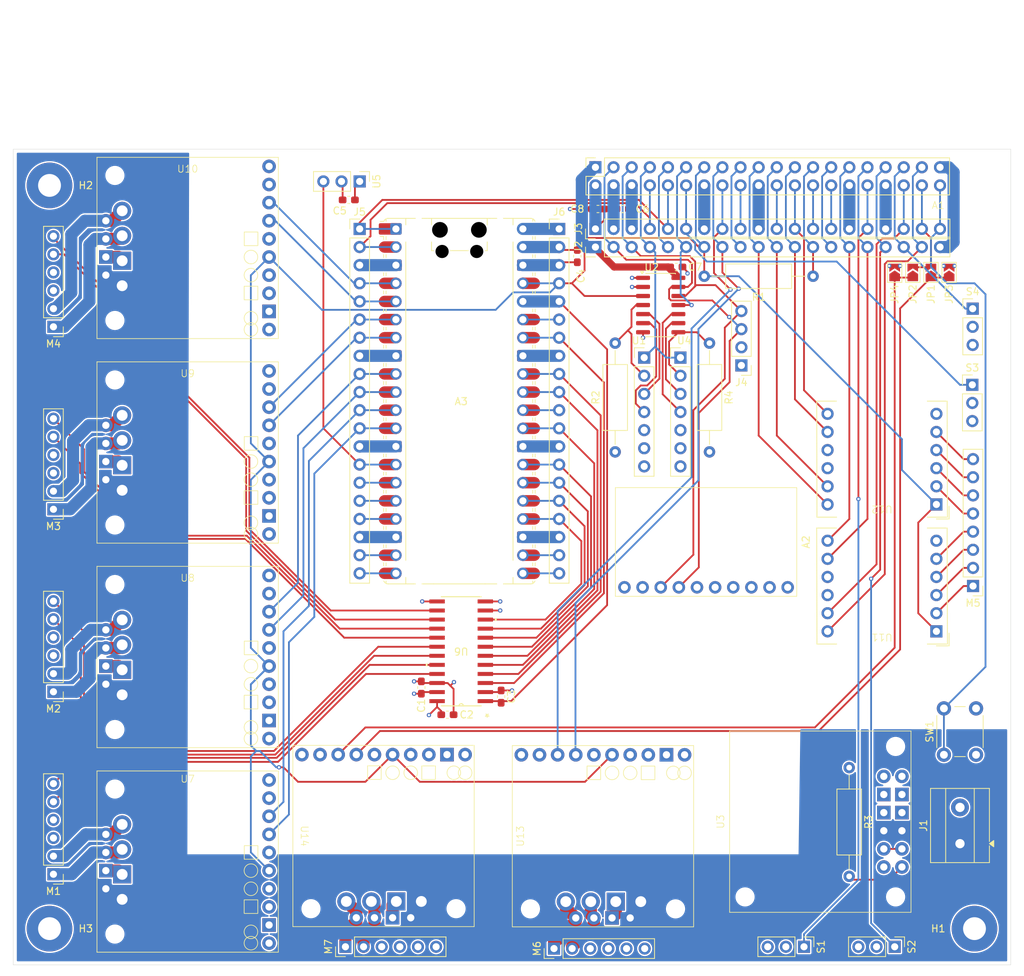
<source format=kicad_pcb>
(kicad_pcb (version 20241229) (generator "pcbnew") (generator_version "9.0")
  (layers (0 "F.Cu" signal) (4 "In1.Cu" power) (6 "In2.Cu" power) (2 "B.Cu" signal) (13 "F.Paste" user) (15 "B.Paste" user) (5 "F.SilkS" user "F.Silkscreen") (7 "B.SilkS" user "B.Silkscreen") (1 "F.Mask" user) (3 "B.Mask" user) (25 "Edge.Cuts" user))
  (net 0 "")
  (net 1 "/RPI_TX")
  (net 2 "+5V")
  (net 3 "+3V3")
  (net 4 "GND")
  (net 5 "/RPI_RX")
  (net 8 "/RPI_GPIO1")
  (net 9 "/RPI_GPIO20")
  (net 10 "/RPI_GPIO5")
  (net 11 "/RPI_GPIO26")
  (net 12 "/RPI_GPIO17")
  (net 13 "/RPI_GPIO11")
  (net 14 "/RPI_GPIO22")
  (net 15 "/RPI_GPIO8")
  (net 16 "/RPI_GPIO6")
  (net 17 "/RPI_GPIO25")
  (net 18 "/RPI_GPIO16")
  (net 19 "/RPI_GPIO9")
  (net 20 "/RPI_GPIO23")
  (net 21 "/RPI_GPIO21")
  (net 22 "/RPI_GPIO0")
  (net 23 "/RPI_GPIO4")
  (net 24 "/RPI_GPIO7")
  (net 25 "/RPI_GPIO24")
  (net 26 "/RPI_GPIO10")
  (net 33 "Net-(U1-INT)")
  (net 34 "+12V")
  (net 35 "Net-(U3-EN)")
  (net 36 "Net-(U2-*INT1)")
  (net 37 "Net-(U1-SCL)")
  (net 38 "Net-(U1-SDA)")
  (net 40 "Net-(U2-SC1)")
  (net 41 "Net-(U2-SD1)")
  (net 46 "/RPI_SDA")
  (net 47 "/RPI_SCL")
  (net 48 "ENABLE")
  (net 49 "/RPI_PWM2")
  (net 50 "/RPI_PWM0")
  (net 51 "/RPI_PWM1")
  (net 52 "/RPI_PWM3")
  (net 54 "+BATT")
  (net 72 "/pico_subsystem/FL_ENCA")
  (net 73 "/pico_subsystem/FR_PWM2")
  (net 74 "/pico_subsystem/PICO_3V3")
  (net 75 "/pico_subsystem/FL_ENCB")
  (net 76 "/pico_subsystem/FL_PWM2")
  (net 77 "/pico_subsystem/RL_PWM1")
  (net 78 "/pico_subsystem/RR_PWM1")
  (net 79 "/pico_subsystem/RR_PWM2")
  (net 80 "/pico_subsystem/FR_ENCB")
  (net 81 "/pico_subsystem/RL_ENCB")
  (net 82 "/pico_subsystem/RR_ENCB")
  (net 83 "/pico_subsystem/FR_ENCA")
  (net 84 "/pico_subsystem/FL_PWM1")
  (net 85 "/pico_subsystem/RR_ENCA")
  (net 86 "/pico_subsystem/RL_PWM2")
  (net 87 "/pico_subsystem/FR_PWM1")
  (net 88 "/pico_subsystem/RL_ENCA")
  (net 89 "/pico_subsystem/FL_OUT1")
  (net 90 "/pico_subsystem/FL_OUT2")
  (net 91 "/pico_subsystem/FL_ENCA_5V")
  (net 92 "/pico_subsystem/FL_ENCB_5V")
  (net 93 "/pico_subsystem/FR_ENCB_5V")
  (net 94 "/pico_subsystem/FR_ENCA_5V")
  (net 95 "/pico_subsystem/FR_OUT1")
  (net 96 "/pico_subsystem/FR_OUT2")
  (net 97 "/pico_subsystem/RL_OUT2")
  (net 98 "/pico_subsystem/RL_OUT1")
  (net 99 "/pico_subsystem/RL_ENCB_5V")
  (net 100 "/pico_subsystem/RL_ENCA_5V")
  (net 101 "/pico_subsystem/RR_OUT1")
  (net 102 "/pico_subsystem/RR_ENCA_5V")
  (net 103 "/pico_subsystem/RR_OUT2")
  (net 104 "/pico_subsystem/RR_ENCB_5V")
  (net 105 "/manipulation/CORKSCREW_OUT1")
  (net 106 "/manipulation/CORKSCREW_OUT2")
  (net 107 "/manipulation/CRANK_OUT1")
  (net 108 "/manipulation/CRANK_OUT2")
  (net 109 "/manipulation/F2_OUT2")
  (net 110 "/manipulation/F4_OUT2")
  (net 111 "/manipulation/F3_OUT1")
  (net 112 "/manipulation/F1_OUT1")
  (net 113 "/manipulation/F4_OUT1")
  (net 114 "/manipulation/F3_OUT2")
  (net 115 "/manipulation/F2_OUT1")
  (net 116 "/manipulation/F1_OUT2")
  (net 117 "/manipulation/CRANK_PWM1")
  (net 118 "/manipulation/CRANK_PWM2")
  (net 124 "/pico_subsystem/PICO_GPIO10")
  (net 125 "/pico_subsystem/PICO_GPIO13")
  (net 126 "/pico_subsystem/PICO_VBUS")
  (net 127 "/pico_subsystem/PICO_AGND")
  (net 128 "/pico_subsystem/PICO_RUN")
  (net 129 "/pico_subsystem/PICO_GPIO12")
  (net 130 "/pico_subsystem/PICO_GPIO11")
  (net 131 "/pico_subsystem/PICO_GPIO14")
  (net 132 "/pico_subsystem/PICO_GPIO15")
  (net 133 "/pico_subsystem/PICO_VREF")
  (net 134 "/pico_subsystem/PICO_GPIO17")
  (net 135 "/pico_subsystem/PICO_GPIO16")
  (footprint "ieee:NS24" (layer "F.Cu") (at 146.558 103.378 180)
    (property "Reference" "U6" (at 0 0 180) (layer "F.SilkS"))
    (property "Value" "SN74LVC8T245NSR")
    (fp_text user "*" (at -3.6322 -8.6868 180) (layer "F.SilkS"))
    (pad "1" smd rect (at -3.3782 -6.985 180) (size 2.159 0.5588) (layers "F.Cu" "F.Mask" "F.Paste") (net 74 "/pico_subsystem/PICO_3V3"))
    (pad "2" smd rect (at -3.3782 -5.715 180) (size 2.159 0.5588) (layers "F.Cu" "F.Mask" "F.Paste") (net 4 "GND"))
    (pad "3" smd rect (at -3.3782 -4.445 180) (size 2.159 0.5588) (layers "F.Cu" "F.Mask" "F.Paste") (net 72 "/pico_subsystem/FL_ENCA"))
    (pad "4" smd rect (at -3.3782 -3.175 180) (size 2.159 0.5588) (layers "F.Cu" "F.Mask" "F.Paste") (net 75 "/pico_subsystem/FL_ENCB"))
    (pad "5" smd rect (at -3.3782 -1.905 180) (size 2.159 0.5588) (layers "F.Cu" "F.Mask" "F.Paste") (net 83 "/pico_subsystem/FR_ENCA"))
    (pad "6" smd rect (at -3.3782 -0.635 180) (size 2.159 0.5588) (layers "F.Cu" "F.Mask" "F.Paste") (net 80 "/pico_subsystem/FR_ENCB"))
    (pad "7" smd rect (at -3.3782 0.635 180) (size 2.159 0.5588) (layers "F.Cu" "F.Mask" "F.Paste") (net 88 "/pico_subsystem/RL_ENCA"))
    (pad "8" smd rect (at -3.3782 1.905 180) (size 2.159 0.5588) (layers "F.Cu" "F.Mask" "F.Paste") (net 81 "/pico_subsystem/RL_ENCB"))
    (pad "9" smd rect (at -3.3782 3.175 180) (size 2.159 0.5588) (layers "F.Cu" "F.Mask" "F.Paste") (net 85 "/pico_subsystem/RR_ENCA"))
    (pad "10" smd rect (at -3.3782 4.445 180) (size 2.159 0.5588) (layers "F.Cu" "F.Mask" "F.Paste") (net 82 "/pico_subsystem/RR_ENCB"))
    (pad "11" smd rect (at -3.3782 5.715 180) (size 2.159 0.5588) (layers "F.Cu" "F.Mask" "F.Paste") (net 4 "GND"))
    (pad "12" smd rect (at -3.3782 6.985 180) (size 2.159 0.5588) (layers "F.Cu" "F.Mask" "F.Paste") (net 4 "GND"))
    (pad "13" smd rect (at 3.3782 6.985 180) (size 2.159 0.5588) (layers "F.Cu" "F.Mask" "F.Paste") (net 4 "GND"))
    (pad "14" smd rect (at 3.3782 5.715 180) (size 2.159 0.5588) (layers "F.Cu" "F.Mask" "F.Paste") (net 104 "/pico_subsystem/RR_ENCB_5V"))
    (pad "15" smd rect (at 3.3782 4.445 180) (size 2.159 0.5588) (layers "F.Cu" "F.Mask" "F.Paste") (net 102 "/pico_subsystem/RR_ENCA_5V"))
    (pad "16" smd rect (at 3.3782 3.175 180) (size 2.159 0.5588) (layers "F.Cu" "F.Mask" "F.Paste") (net 93 "/pico_subsystem/FR_ENCB_5V"))
    (pad "17" smd rect (at 3.3782 1.905 180) (size 2.159 0.5588) (layers "F.Cu" "F.Mask" "F.Paste") (net 94 "/pico_subsystem/FR_ENCA_5V"))
    (pad "18" smd rect (at 3.3782 0.635 180) (size 2.159 0.5588) (layers "F.Cu" "F.Mask" "F.Paste") (net 99 "/pico_subsystem/RL_ENCB_5V"))
    (pad "19" smd rect (at 3.3782 -0.635 180) (size 2.159 0.5588) (layers "F.Cu" "F.Mask" "F.Paste") (net 100 "/pico_subsystem/RL_ENCA_5V"))
    (pad "20" smd rect (at 3.3782 -1.905 180) (size 2.159 0.5588) (layers "F.Cu" "F.Mask" "F.Paste") (net 92 "/pico_subsystem/FL_ENCB_5V"))
    (pad "21" smd rect (at 3.3782 -3.175 180) (size 2.159 0.5588) (layers "F.Cu" "F.Mask" "F.Paste") (net 91 "/pico_subsystem/FL_ENCA_5V"))
    (pad "22" smd rect (at 3.3782 -4.445 180) (size 2.159 0.5588) (layers "F.Cu" "F.Mask" "F.Paste") (net 4 "GND"))
    (pad "23" smd rect (at 3.3782 -5.715 180) (size 2.159 0.5588) (layers "F.Cu" "F.Mask" "F.Paste") (net 2 "+5V"))
    (pad "24" smd rect (at 3.3782 -6.985 180) (size 2.159 0.5588) (layers "F.Cu" "F.Mask" "F.Paste") (net 2 "+5V"))
  )
  (footprint "Capacitor_SMD:C_0603_1608Metric_Pad1.08x0.95mm_HandSolder" (layer "F.Cu") (at 152.146 109.728 -90)
    (property "Reference" "C3" (at 0 -1.43 270) (layer "F.SilkS"))
    (property "Value" "0.1uF")
    (pad "1" smd roundrect (at -0.8625 0 270) (size 1.075 0.95) (layers "F.Cu" "F.Mask" "F.Paste") (net 4 "GND"))
    (pad "2" smd roundrect (at 0.8625 0 270) (size 1.075 0.95) (layers "F.Cu" "F.Mask" "F.Paste") (net 74 "/pico_subsystem/PICO_3V3"))
  )
  (footprint "Jumper:SolderJumper-2_P1.3mm_Open_TrianglePad1.0x1.5mm" (layer "F.Cu") (at 214.884 50.292 90)
    (property "Reference" "JP3" (at -3.048 0 90) (layer "F.SilkS"))
    (property "Value" "SolderJumper_2_Open")
    (pad "1" smd custom (at -0.725 0 90) (size 0.3 0.3) (layers "F.Cu" "F.Mask") (net 118 "/manipulation/CRANK_PWM2") (options (clearance outline) (anchor rect)) (primitives (gr_poly (pts (xy 1 0) (xy 0.5 0.75) (xy -0.5 0.75) (xy -0.5 -0.75) (xy 0.5 -0.75)) (width 0) (fill yes))))
    (pad "2" smd custom (at 0.725 0 90) (size 0.3 0.3) (layers "F.Cu" "F.Mask") (net 4 "GND") (options (clearance outline) (anchor rect)) (primitives (gr_poly (pts (xy 0.5 0.75) (xy -0.65 0.75) (xy -0.15 0) (xy -0.65 -0.75) (xy 0.5 -0.75)) (width 0) (fill yes))))
  )
  (footprint "Connector_PinHeader_2.54mm:PinHeader_1x03_P2.54mm_Vertical" (layer "F.Cu") (at 132.334 37.5412 -90)
    (property "Reference" "U5" (at 0 -2.38 90) (layer "F.SilkS"))
    (property "Value" "IR_Transmitter")
    (pad "1" thru_hole rect (at 0 0 270) (size 1.7 1.7) (drill 1) (layers "*.Cu" "*.Mask") (net 4 "GND"))
    (pad "2" thru_hole circle (at 0 2.54 270) (size 1.7 1.7) (drill 1) (layers "*.Cu" "*.Mask") (net 74 "/pico_subsystem/PICO_3V3"))
    (pad "3" thru_hole circle (at 0 5.08 270) (size 1.7 1.7) (drill 1) (layers "*.Cu" "*.Mask") (net 124 "/pico_subsystem/PICO_GPIO10"))
  )
  (footprint "Capacitor_SMD:C_0603_1608Metric_Pad1.08x0.95mm_HandSolder" (layer "F.Cu") (at 140.97 108.458 -90)
    (property "Reference" "C1" (at 2.54 0 270) (layer "F.SilkS"))
    (property "Value" "0.1uF")
    (pad "1" smd roundrect (at -0.8625 0 270) (size 1.075 0.95) (layers "F.Cu" "F.Mask" "F.Paste") (net 4 "GND"))
    (pad "2" smd roundrect (at 0.8625 0 270) (size 1.075 0.95) (layers "F.Cu" "F.Mask" "F.Paste") (net 2 "+5V"))
  )
  (footprint "MountingHole:MountingHole_3.2mm_M3_Pad" (layer "F.Cu") (at 88.9 38.1)
    (property "Reference" "H2" (at 5.08 0 0) (layer "F.SilkS"))
    (property "Value" "MountingHole_Pad")
    (pad "1" thru_hole circle (at 0 0) (size 6.4 6.4) (drill 3.2) (layers "*.Cu" "*.Mask"))
  )
  (footprint "Package_SO:SOIC-14_3.9x8.7mm_P1.27mm" (layer "F.Cu") (at 174.498 54.864)
    (property "Reference" "U2" (at -1.27 -5.28 0) (layer "F.SilkS"))
    (property "Value" "PCA9543AD_118")
    (pad "1" smd roundrect (at -2.475 -3.81) (size 1.95 0.6) (layers "F.Cu" "F.Mask" "F.Paste") (net 4 "GND"))
    (pad "2" smd roundrect (at -2.475 -2.54) (size 1.95 0.6) (layers "F.Cu" "F.Mask" "F.Paste") (net 4 "GND"))
    (pad "3" smd roundrect (at -2.475 -1.27) (size 1.95 0.6) (layers "F.Cu" "F.Mask" "F.Paste") (net 48 "ENABLE"))
    (pad "4" smd roundrect (at -2.475 0) (size 1.95 0.6) (layers "F.Cu" "F.Mask" "F.Paste") (net 33 "Net-(U1-INT)"))
    (pad "5" smd roundrect (at -2.475 1.27) (size 1.95 0.6) (layers "F.Cu" "F.Mask" "F.Paste") (net 38 "Net-(U1-SDA)"))
    (pad "6" smd roundrect (at -2.475 2.54) (size 1.95 0.6) (layers "F.Cu" "F.Mask" "F.Paste") (net 37 "Net-(U1-SCL)"))
    (pad "7" smd roundrect (at -2.475 3.81) (size 1.95 0.6) (layers "F.Cu" "F.Mask" "F.Paste") (net 4 "GND"))
    (pad "8" smd roundrect (at 2.475 3.81) (size 1.95 0.6) (layers "F.Cu" "F.Mask" "F.Paste") (net 36 "Net-(U2-*INT1)"))
    (pad "9" smd roundrect (at 2.475 2.54) (size 1.95 0.6) (layers "F.Cu" "F.Mask" "F.Paste") (net 41 "Net-(U2-SD1)"))
    (pad "10" smd roundrect (at 2.475 1.27) (size 1.95 0.6) (layers "F.Cu" "F.Mask" "F.Paste") (net 40 "Net-(U2-SC1)"))
    (pad "11" smd roundrect (at 2.475 0) (size 1.95 0.6) (layers "F.Cu" "F.Mask" "F.Paste") (net 12 "/RPI_GPIO17"))
    (pad "12" smd roundrect (at 2.475 -1.27) (size 1.95 0.6) (layers "F.Cu" "F.Mask" "F.Paste") (net 47 "/RPI_SCL"))
    (pad "13" smd roundrect (at 2.475 -2.54) (size 1.95 0.6) (layers "F.Cu" "F.Mask" "F.Paste") (net 46 "/RPI_SDA"))
    (pad "14" smd roundrect (at 2.475 -3.81) (size 1.95 0.6) (layers "F.Cu" "F.Mask" "F.Paste") (net 3 "+3V3"))
  )
  (footprint "Capacitor_SMD:C_0603_1608Metric_Pad1.08x0.95mm_HandSolder" (layer "F.Cu") (at 162.814 48.006 90)
    (property "Reference" "C4" (at -2.794 0.508 90) (layer "F.SilkS"))
    (property "Value" "0.1uF")
    (pad "1" smd roundrect (at -0.8625 0 90) (size 1.075 0.95) (layers "F.Cu" "F.Mask" "F.Paste") (net 4 "GND"))
    (pad "2" smd roundrect (at 0.8625 0 90) (size 1.075 0.95) (layers "F.Cu" "F.Mask" "F.Paste") (net 2 "+5V"))
  )
  (footprint "Connector_PinHeader_2.54mm:PinHeader_1x06_P2.54mm_Vertical" (layer "F.Cu") (at 89.44864 134.62 180)
    (property "Reference" "M1" (at 0 -2.38 0) (layer "F.SilkS"))
    (property "Value" "FL")
    (pad "1" thru_hole rect (at 0 0 180) (size 1.7 1.7) (drill 1) (layers "*.Cu" "*.Mask") (net 90 "/pico_subsystem/FL_OUT2"))
    (pad "2" thru_hole circle (at 0 2.54 180) (size 1.7 1.7) (drill 1) (layers "*.Cu" "*.Mask") (net 89 "/pico_subsystem/FL_OUT1"))
    (pad "3" thru_hole circle (at 0 5.08 180) (size 1.7 1.7) (drill 1) (layers "*.Cu" "*.Mask") (net 4 "GND"))
    (pad "4" thru_hole circle (at 0 7.62 180) (size 1.7 1.7) (drill 1) (layers "*.Cu" "*.Mask") (net 2 "+5V"))
    (pad "5" thru_hole circle (at 0 10.16 180) (size 1.7 1.7) (drill 1) (layers "*.Cu" "*.Mask") (net 91 "/pico_subsystem/FL_ENCA_5V"))
    (pad "6" thru_hole circle (at 0 12.7 180) (size 1.7 1.7) (drill 1) (layers "*.Cu" "*.Mask") (net 92 "/pico_subsystem/FL_ENCB_5V"))
  )
  (footprint "Connector_PinHeader_2.54mm:PinHeader_1x07_P2.54mm_Vertical" (layer "F.Cu") (at 177.262 62.23)
    (property "Reference" "U4" (at 0.538 -2.38 0) (layer "F.SilkS"))
    (property "Value" "TCS34725")
    (pad "1" thru_hole rect (at 0 0) (size 1.7 1.7) (drill 1) (layers "*.Cu" "*.Mask") (net 23 "/RPI_GPIO4"))
    (pad "2" thru_hole circle (at 0 2.54) (size 1.7 1.7) (drill 1) (layers "*.Cu" "*.Mask") (net 36 "Net-(U2-*INT1)"))
    (pad "3" thru_hole circle (at 0 5.08) (size 1.7 1.7) (drill 1) (layers "*.Cu" "*.Mask") (net 41 "Net-(U2-SD1)"))
    (pad "4" thru_hole circle (at 0 7.62) (size 1.7 1.7) (drill 1) (layers "*.Cu" "*.Mask") (net 40 "Net-(U2-SC1)"))
    (pad "5" thru_hole circle (at 0 10.16) (size 1.7 1.7) (drill 1) (layers "*.Cu" "*.Mask"))
    (pad "6" thru_hole circle (at 0 12.7) (size 1.7 1.7) (drill 1) (layers "*.Cu" "*.Mask") (net 4 "GND"))
    (pad "7" thru_hole circle (at 0 15.24) (size 1.7 1.7) (drill 1) (layers "*.Cu" "*.Mask") (net 2 "+5V"))
  )
  (footprint "Connector_PinHeader_2.54mm:PinHeader_1x03_P2.54mm_Vertical" (layer "F.Cu") (at 194.564 144.78 -90)
    (property "Reference" "S1" (at 0 -2.38 90) (layer "F.SilkS"))
    (property "Value" "Gate_Left")
    (pad "1" thru_hole rect (at 0 0 270) (size 1.7 1.7) (drill 1) (layers "*.Cu" "*.Mask") (net 50 "/RPI_PWM0"))
    (pad "2" thru_hole circle (at 0 2.54 270) (size 1.7 1.7) (drill 1) (layers "*.Cu" "*.Mask") (net 2 "+5V"))
    (pad "3" thru_hole circle (at 0 5.08 270) (size 1.7 1.7) (drill 1) (layers "*.Cu" "*.Mask") (net 4 "GND"))
  )
  (footprint "Capacitor_SMD:C_0603_1608Metric_Pad1.08x0.95mm_HandSolder" (layer "F.Cu") (at 176.6835 49.53 180)
    (property "Reference" "C7" (at -2.6405 0 180) (layer "F.SilkS"))
    (property "Value" "0.1uF")
    (pad "1" smd roundrect (at -0.8625 0 180) (size 1.075 0.95) (layers "F.Cu" "F.Mask" "F.Paste") (net 4 "GND"))
    (pad "2" smd roundrect (at 0.8625 0 180) (size 1.075 0.95) (layers "F.Cu" "F.Mask" "F.Paste") (net 3 "+3V3"))
  )
  (footprint "TerminalBlock_MetzConnect:TerminalBlock_MetzConnect_Type101_RT01602HBWC_1x02_P5.08mm_Horizontal" (layer "F.Cu") (at 216.408 130.3324 90)
    (property "Reference" "J1" (at 2.54 -5.12 90) (layer "F.SilkS"))
    (property "Value" "Screw_Terminal_01x02")
    (pad "1" thru_hole roundrect (at 0 0 90) (size 2.5 2.5) (drill 1.3) (layers "*.Cu" "*.Mask") (roundrect_rratio 0.1) (net 54 "+BATT"))
    (pad "2" thru_hole circle (at 5.08 0 90) (size 2.5 2.5) (drill 1.3) (layers "*.Cu" "*.Mask") (net 4 "GND"))
  )
  (footprint "Connector_PinHeader_2.54mm:PinHeader_1x06_P2.54mm_Vertical" (layer "F.Cu") (at 89.44864 83.481333 180)
    (property "Reference" "M3" (at 0 -2.38 0) (layer "F.SilkS"))
    (property "Value" "FR")
    (pad "1" thru_hole rect (at 0 0 180) (size 1.7 1.7) (drill 1) (layers "*.Cu" "*.Mask") (net 96 "/pico_subsystem/FR_OUT2"))
    (pad "2" thru_hole circle (at 0 2.54 180) (size 1.7 1.7) (drill 1) (layers "*.Cu" "*.Mask") (net 95 "/pico_subsystem/FR_OUT1"))
    (pad "3" thru_hole circle (at 0 5.08 180) (size 1.7 1.7) (drill 1) (layers "*.Cu" "*.Mask") (net 4 "GND"))
    (pad "4" thru_hole circle (at 0 7.62 180) (size 1.7 1.7) (drill 1) (layers "*.Cu" "*.Mask") (net 2 "+5V"))
    (pad "5" thru_hole circle (at 0 10.16 180) (size 1.7 1.7) (drill 1) (layers "*.Cu" "*.Mask") (net 94 "/pico_subsystem/FR_ENCA_5V"))
    (pad "6" thru_hole circle (at 0 12.7 180) (size 1.7 1.7) (drill 1) (layers "*.Cu" "*.Mask") (net 93 "/pico_subsystem/FR_ENCB_5V"))
  )
  (footprint "ieee:TB9051FTG" (layer "F.Cu") (at 166.41064 129.286 -90)
    (property "Reference" "U13" (at 0 11.57 90) (layer "F.SilkS") (effects (font (thickness 0.1))))
    (property "Value" "TB9051FTG")
    (pad "" np_thru_hole circle (at 10.1854 -10.16 270) (size 2.18 2.18) (drill 2.18) (layers "*.Cu" "*.Mask"))
    (pad "" np_thru_hole circle (at 10.1854 10.16 270) (size 2.18 2.18) (drill 2.18) (layers "*.Cu" "*.Mask"))
    (pad "1" thru_hole circle (at -11.4046 -11.43 270) (size 1.905 1.905) (drill 1.02) (layers "*.Cu" "*.Mask"))
    (pad "2" thru_hole rect (at -11.4046 -8.89 270) (size 1.905 1.905) (drill 1.02) (layers "*.Cu" "*.Mask") (net 4 "GND"))
    (pad "3" thru_hole circle (at -11.4046 -6.35 270) (size 1.905 1.905) (drill 1.02) (layers "*.Cu" "*.Mask") (net 2 "+5V"))
    (pad "4" thru_hole circle (at -11.4046 -3.81 270) (size 1.905 1.905) (drill 1.02) (layers "*.Cu" "*.Mask") (net 2 "+5V"))
    (pad "5" thru_hole circle (at -11.4046 -1.27 270) (size 1.905 1.905) (drill 1.02) (layers "*.Cu" "*.Mask") (net 48 "ENABLE"))
    (pad "6" thru_hole circle (at -11.4046 1.27 270) (size 1.905 1.905) (drill 1.02) (layers "*.Cu" "*.Mask") (net 4 "GND"))
    (pad "7" thru_hole circle (at -11.4046 3.81 270) (size 1.905 1.905) (drill 1.02) (layers "*.Cu" "*.Mask") (net 14 "/RPI_GPIO22"))
    (pad "8" thru_hole circle (at -11.4046 6.35 270) (size 1.905 1.905) (drill 1.02) (layers "*.Cu" "*.Mask") (net 20 "/RPI_GPIO23"))
    (pad "9" thru_hole circle (at -11.4046 8.89 270) (size 1.905 1.905) (drill 1.02) (layers "*.Cu" "*.Mask"))
    (pad "10" thru_hole circle (at -11.4046 11.43 270) (size 1.905 1.905) (drill 1.02) (layers "*.Cu" "*.Mask"))
    (pad "11" thru_hole circle (at 9.1694 5.207 270) (size 2.54 2.54) (drill 1.52) (layers "*.Cu" "*.Mask") (net 105 "/manipulation/CORKSCREW_OUT1"))
    (pad "11" thru_hole circle (at 11.4554 3.81 270) (size 1.905 1.905) (drill 1.02) (layers "*.Cu" "*.Mask") (net 105 "/manipulation/CORKSCREW_OUT1"))
    (pad "12" thru_hole circle (at 9.1694 1.70688 270) (size 2.54 2.54) (drill 1.52) (layers "*.Cu" "*.Mask") (net 106 "/manipulation/CORKSCREW_OUT2"))
    (pad "12" thru_hole circle (at 11.4554 1.27 270) (size 1.905 1.905) (drill 1.02) (layers "*.Cu" "*.Mask") (net 106 "/manipulation/CORKSCREW_OUT2"))
    (pad "13" thru_hole rect (at 9.1694 -1.79324 270) (size 2.54 2.54) (drill 1.52) (layers "*.Cu" "*.Mask") (net 4 "GND"))
    (pad "13" thru_hole rect (at 11.4554 -1.27 270) (size 1.905 1.905) (drill 1.02) (layers "*.Cu" "*.Mask") (net 4 "GND"))
    (pad "14" thru_hole circle (at 9.1694 -5.29336 270) (size 2.54 2.54) (drill 1.52) (layers "*.Cu" "*.Mask") (net 54 "+BATT"))
    (pad "14" thru_hole circle (at 11.4554 -3.81 270) (size 1.905 1.905) (drill 1.02) (layers "*.Cu" "*.Mask") (net 54 "+BATT"))
  )
  (footprint "Connector_PinHeader_2.54mm:PinHeader_1x20_P2.54mm_Vertical" (layer "F.Cu") (at 165.354 44.196 90)
    (property "Reference" "J3" (at 0 -2.38 90) (layer "F.SilkS"))
    (property "Value" "Conn_01x20_Pin")
    (pad "1" thru_hole rect (at 0 0 90) (size 1.7 1.7) (drill 1) (layers "*.Cu" "*.Mask") (net 2 "+5V"))
    (pad "2" thru_hole circle (at 0 2.54 90) (size 1.7 1.7) (drill 1) (layers "*.Cu" "*.Mask") (net 2 "+5V"))
    (pad "3" thru_hole circle (at 0 5.08 90) (size 1.7 1.7) (drill 1) (layers "*.Cu" "*.Mask") (net 4 "GND"))
    (pad "4" thru_hole circle (at 0 7.62 90) (size 1.7 1.7) (drill 1) (layers "*.Cu" "*.Mask") (net 1 "/RPI_TX"))
    (pad "5" thru_hole circle (at 0 10.16 90) (size 1.7 1.7) (drill 1) (layers "*.Cu" "*.Mask") (net 5 "/RPI_RX"))
    (pad "6" thru_hole circle (at 0 12.7 90) (size 1.7 1.7) (drill 1) (layers "*.Cu" "*.Mask") (net 49 "/RPI_PWM2"))
    (pad "7" thru_hole circle (at 0 15.24 90) (size 1.7 1.7) (drill 1) (layers "*.Cu" "*.Mask") (net 4 "GND"))
    (pad "8" thru_hole circle (at 0 17.78 90) (size 1.7 1.7) (drill 1) (layers "*.Cu" "*.Mask") (net 20 "/RPI_GPIO23"))
    (pad "9" thru_hole circle (at 0 20.32 90) (size 1.7 1.7) (drill 1) (layers "*.Cu" "*.Mask") (net 25 "/RPI_GPIO24"))
    (pad "10" thru_hole circle (at 0 22.86 90) (size 1.7 1.7) (drill 1) (layers "*.Cu" "*.Mask") (net 4 "GND"))
    (pad "11" thru_hole circle (at 0 25.4 90) (size 1.7 1.7) (drill 1) (layers "*.Cu" "*.Mask") (net 17 "/RPI_GPIO25"))
    (pad "12" thru_hole circle (at 0 27.94 90) (size 1.7 1.7) (drill 1) (layers "*.Cu" "*.Mask") (net 15 "/RPI_GPIO8"))
    (pad "13" thru_hole circle (at 0 30.48 90) (size 1.7 1.7) (drill 1) (layers "*.Cu" "*.Mask") (net 24 "/RPI_GPIO7"))
    (pad "14" thru_hole circle (at 0 33.02 90) (size 1.7 1.7) (drill 1) (layers "*.Cu" "*.Mask") (net 8 "/RPI_GPIO1"))
    (pad "15" thru_hole circle (at 0 35.56 90) (size 1.7 1.7) (drill 1) (layers "*.Cu" "*.Mask") (net 4 "GND"))
    (pad "16" thru_hole circle (at 0 38.1 90) (size 1.7 1.7) (drill 1) (layers "*.Cu" "*.Mask") (net 50 "/RPI_PWM0"))
    (pad "17" thru_hole circle (at 0 40.64 90) (size 1.7 1.7) (drill 1) (layers "*.Cu" "*.Mask") (net 4 "GND"))
    (pad "18" thru_hole circle (at 0 43.18 90) (size 1.7 1.7) (drill 1) (layers "*.Cu" "*.Mask") (net 18 "/RPI_GPIO16"))
    (pad "19" thru_hole circle (at 0 45.72 90) (size 1.7 1.7) (drill 1) (layers "*.Cu" "*.Mask") (net 9 "/RPI_GPIO20"))
    (pad "20" thru_hole circle (at 0 48.26 90) (size 1.7 1.7) (drill 1) (layers "*.Cu" "*.Mask") (net 21 "/RPI_GPIO21"))
  )
  (footprint "Capacitor_SMD:C_0603_1608Metric_Pad1.08x0.95mm_HandSolder" (layer "F.Cu") (at 144.6265 112.268 180)
    (property "Reference" "C2" (at -2.6935 0 0) (layer "F.SilkS"))
    (property "Value" "0.1uF")
    (pad "1" smd roundrect (at -0.8625 0 180) (size 1.075 0.95) (layers "F.Cu" "F.Mask" "F.Paste") (net 4 "GND"))
    (pad "2" smd roundrect (at 0.8625 0 180) (size 1.075 0.95) (layers "F.Cu" "F.Mask" "F.Paste") (net 2 "+5V"))
  )
  (footprint "Connector_PinHeader_2.54mm:PinHeader_1x03_P2.54mm_Vertical" (layer "F.Cu") (at 218.1352 66.04)
    (property "Reference" "S3" (at 0 -2.38 0) (layer "F.SilkS"))
    (property "Value" "Camera")
    (pad "1" thru_hole rect (at 0 0) (size 1.7 1.7) (drill 1) (layers "*.Cu" "*.Mask") (net 49 "/RPI_PWM2"))
    (pad "2" thru_hole circle (at 0 2.54) (size 1.7 1.7) (drill 1) (layers "*.Cu" "*.Mask") (net 2 "+5V"))
    (pad "3" thru_hole circle (at 0 5.08) (size 1.7 1.7) (drill 1) (layers "*.Cu" "*.Mask") (net 4 "GND"))
  )
  (footprint "Connector_PinHeader_2.54mm:PinHeader_1x06_P2.54mm_Vertical" (layer "F.Cu") (at 89.44864 109.050667 180)
    (property "Reference" "M2" (at 0 -2.38 0) (layer "F.SilkS"))
    (property "Value" "RL")
    (pad "1" thru_hole rect (at 0 0 180) (size 1.7 1.7) (drill 1) (layers "*.Cu" "*.Mask") (net 97 "/pico_subsystem/RL_OUT2"))
    (pad "2" thru_hole circle (at 0 2.54 180) (size 1.7 1.7) (drill 1) (layers "*.Cu" "*.Mask") (net 98 "/pico_subsystem/RL_OUT1"))
    (pad "3" thru_hole circle (at 0 5.08 180) (size 1.7 1.7) (drill 1) (layers "*.Cu" "*.Mask") (net 4 "GND"))
    (pad "4" thru_hole circle (at 0 7.62 180) (size 1.7 1.7) (drill 1) (layers "*.Cu" "*.Mask") (net 2 "+5V"))
    (pad "5" thru_hole circle (at 0 10.16 180) (size 1.7 1.7) (drill 1) (layers "*.Cu" "*.Mask") (net 100 "/pico_subsystem/RL_ENCA_5V"))
    (pad "6" thru_hole circle (at 0 12.7 180) (size 1.7 1.7) (drill 1) (layers "*.Cu" "*.Mask") (net 99 "/pico_subsystem/RL_ENCB_5V"))
  )
  (footprint "MountingHole:MountingHole_3.2mm_M3_Pad" (layer "F.Cu") (at 218.44 142.24)
    (property "Reference" "H1" (at -5.08 0 0) (layer "F.SilkS"))
    (property "Value" "MountingHole_Pad")
    (pad "1" thru_hole circle (at 0 0) (size 6.4 6.4) (drill 3.2) (layers "*.Cu" "*.Mask"))
  )
  (footprint "Module:RaspberryPi_Pico_Common_Unspecified" (layer "F.Cu") (at 146.304 68.326)
    (property "Reference" "A3" (at -0.75 0.05 0) (layer "F.SilkS") (effects (justify left)))
    (property "Value" "RaspberryPi_Pico")
    (pad "" np_thru_hole circle (at -2.725 -24) (size 2.2 2.2) (drill 2.2) (layers "*.Mask"))
    (pad "" np_thru_hole circle (at -2.425 -20.97) (size 1.85 1.85) (drill 1.85) (layers "*.Mask"))
    (pad "" np_thru_hole circle (at 2.425 -20.97) (size 1.85 1.85) (drill 1.85) (layers "*.Mask"))
    (pad "" np_thru_hole circle (at 2.725 -24) (size 2.2 2.2) (drill 2.2) (layers "*.Mask"))
    (pad "1" smd custom (at -9.69 -24.13) (size 1.6 0.8) (layers "F.Cu" "F.Mask") (net 5 "/RPI_RX") (options (clearance outline) (anchor rect)) (primitives (gr_circle (center 0.8 0) (end 1.6 0) (width 0) (fill yes)) (gr_poly (pts (xy -1.6 -0.6) (xy -1.6 0.6) (xy -1.4 0.8) (xy 0.8 0.8) (xy 0.8 -0.8) (xy -1.4 -0.8)) (width 0) (fill yes)) (gr_circle (center -1.4 -0.6) (end -1.2 -0.6) (width 0) (fill yes)) (gr_circle (center -1.4 0.6) (end -1.2 0.6) (width 0) (fill yes))))
    (pad "1" thru_hole roundrect (at -8.89 -24.13) (size 1.6 1.6) (drill 1) (layers "*.Cu" "*.Mask") (roundrect_rratio 0.125) (net 5 "/RPI_RX"))
    (pad "2" smd roundrect (at -9.69 -21.59) (size 3.2 1.6) (layers "F.Cu" "F.Mask") (roundrect_rratio 0.5) (net 1 "/RPI_TX"))
    (pad "2" thru_hole circle (at -8.89 -21.59) (size 1.6 1.6) (drill 1) (layers "*.Cu" "*.Mask") (net 1 "/RPI_TX"))
    (pad "3" smd custom (at -9.69 -19.05) (size 1.6 0.8) (layers "F.Cu" "F.Mask") (net 4 "GND") (options (clearance outline) (anchor rect)) (primitives (gr_circle (center -0.8 0) (end 0 0) (width 0) (fill yes)) (gr_poly (pts (xy 1.6 -0.6) (xy 1.6 0.6) (xy 1.4 0.8) (xy -0.8 0.8) (xy -0.8 -0.8) (xy 1.4 -0.8)) (width 0) (fill yes)) (gr_circle (center 1.4 -0.6) (end 1.6 -0.6) (width 0) (fill yes)) (gr_circle (center 1.4 0.6) (end 1.6 0.6) (width 0) (fill yes))))
    (pad "3" thru_hole custom (at -8.89 -19.05) (size 1.6 1.6) (drill 1) (layers "*.Cu" "*.Mask") (net 4 "GND") (options (clearance outline) (anchor circle)) (primitives (gr_poly (pts (xy 0.8 0.6) (xy 0.8 -0.6) (xy 0.6 -0.8) (xy 0 -0.8) (xy 0 0.8) (xy 0.6 0.8)) (width 0) (fill yes)) (gr_circle (center 0.6 0.6) (end 0.8 0.6) (width 0) (fill yes)) (gr_circle (center 0.6 -0.6) (end 0.8 -0.6) (width 0) (fill yes))))
    (pad "4" smd roundrect (at -9.69 -16.51) (size 3.2 1.6) (layers "F.Cu" "F.Mask") (roundrect_rratio 0.5) (net 78 "/pico_subsystem/RR_PWM1"))
    (pad "4" thru_hole circle (at -8.89 -16.51) (size 1.6 1.6) (drill 1) (layers "*.Cu" "*.Mask") (net 78 "/pico_subsystem/RR_PWM1"))
    (pad "5" smd roundrect (at -9.69 -13.97) (size 3.2 1.6) (layers "F.Cu" "F.Mask") (roundrect_rratio 0.5) (net 79 "/pico_subsystem/RR_PWM2"))
    (pad "5" thru_hole circle (at -8.89 -13.97) (size 1.6 1.6) (drill 1) (layers "*.Cu" "*.Mask") (net 79 "/pico_subsystem/RR_PWM2"))
    (pad "6" smd roundrect (at -9.69 -11.43) (size 3.2 1.6) (layers "F.Cu" "F.Mask") (roundrect_rratio 0.5) (net 87 "/pico_subsystem/FR_PWM1"))
    (pad "6" thru_hole circle (at -8.89 -11.43) (size 1.6 1.6) (drill 1) (layers "*.Cu" "*.Mask") (net 87 "/pico_subsystem/FR_PWM1"))
    (pad "7" smd roundrect (at -9.69 -8.89) (size 3.2 1.6) (layers "F.Cu" "F.Mask") (roundrect_rratio 0.5) (net 73 "/pico_subsystem/FR_PWM2"))
    (pad "7" thru_hole circle (at -8.89 -8.89) (size 1.6 1.6) (drill 1) (layers "*.Cu" "*.Mask") (net 73 "/pico_subsystem/FR_PWM2"))
    (pad "8" smd custom (at -9.69 -6.35) (size 1.6 0.8) (layers "F.Cu" "F.Mask") (net 4 "GND") (options (clearance outline) (anchor rect)) (primitives (gr_circle (center -0.8 0) (end 0 0) (width 0) (fill yes)) (gr_poly (pts (xy 1.6 -0.6) (xy 1.6 0.6) (xy 1.4 0.8) (xy -0.8 0.8) (xy -0.8 -0.8) (xy 1.4 -0.8)) (width 0) (fill yes)) (gr_circle (center 1.4 -0.6) (end 1.6 -0.6) (width 0) (fill yes)) (gr_circle (center 1.4 0.6) (end 1.6 0.6) (width 0) (fill yes))))
    (pad "8" thru_hole custom (at -8.89 -6.35) (size 1.6 1.6) (drill 1) (layers "*.Cu" "*.Mask") (net 4 "GND") (options (clearance outline) (anchor circle)) (primitives (gr_poly (pts (xy 0.8 0.6) (xy 0.8 -0.6) (xy 0.6 -0.8) (xy 0 -0.8) (xy 0 0.8) (xy 0.6 0.8)) (width 0) (fill yes)) (gr_circle (center 0.6 0.6) (end 0.8 0.6) (width 0) (fill yes)) (gr_circle (center 0.6 -0.6) (end 0.8 -0.6) (width 0) (fill yes))))
    (pad "9" smd roundrect (at -9.69 -3.81) (size 3.2 1.6) (layers "F.Cu" "F.Mask") (roundrect_rratio 0.5) (net 77 "/pico_subsystem/RL_PWM1"))
    (pad "9" thru_hole circle (at -8.89 -3.81) (size 1.6 1.6) (drill 1) (layers "*.Cu" "*.Mask") (net 77 "/pico_subsystem/RL_PWM1"))
    (pad "10" smd roundrect (at -9.69 -1.27) (size 3.2 1.6) (layers "F.Cu" "F.Mask") (roundrect_rratio 0.5) (net 86 "/pico_subsystem/RL_PWM2"))
    (pad "10" thru_hole circle (at -8.89 -1.27) (size 1.6 1.6) (drill 1) (layers "*.Cu" "*.Mask") (net 86 "/pico_subsystem/RL_PWM2"))
    (pad "11" smd roundrect (at -9.69 1.27) (size 3.2 1.6) (layers "F.Cu" "F.Mask") (roundrect_rratio 0.5) (net 84 "/pico_subsystem/FL_PWM1"))
    (pad "11" thru_hole circle (at -8.89 1.27) (size 1.6 1.6) (drill 1) (layers "*.Cu" "*.Mask") (net 84 "/pico_subsystem/FL_PWM1"))
    (pad "12" smd roundrect (at -9.69 3.81) (size 3.2 1.6) (layers "F.Cu" "F.Mask") (roundrect_rratio 0.5) (net 76 "/pico_subsystem/FL_PWM2"))
    (pad "12" thru_hole circle (at -8.89 3.81) (size 1.6 1.6) (drill 1) (layers "*.Cu" "*.Mask") (net 76 "/pico_subsystem/FL_PWM2"))
    (pad "13" smd custom (at -9.69 6.35) (size 1.6 0.8) (layers "F.Cu" "F.Mask") (net 4 "GND") (options (clearance outline) (anchor rect)) (primitives (gr_circle (center -0.8 0) (end 0 0) (width 0) (fill yes)) (gr_poly (pts (xy 1.6 -0.6) (xy 1.6 0.6) (xy 1.4 0.8) (xy -0.8 0.8) (xy -0.8 -0.8) (xy 1.4 -0.8)) (width 0) (fill yes)) (gr_circle (center 1.4 -0.6) (end 1.6 -0.6) (width 0) (fill yes)) (gr_circle (center 1.4 0.6) (end 1.6 0.6) (width 0) (fill yes))))
    (pad "13" thru_hole custom (at -8.89 6.35) (size 1.6 1.6) (drill 1) (layers "*.Cu" "*.Mask") (net 4 "GND") (options (clearance outline) (anchor circle)) (primitives (gr_poly (pts (xy 0.8 0.6) (xy 0.8 -0.6) (xy 0.6 -0.8) (xy 0 -0.8) (xy 0 0.8) (xy 0.6 0.8)) (width 0) (fill yes)) (gr_circle (center 0.6 0.6) (end 0.8 0.6) (width 0) (fill yes)) (gr_circle (center 0.6 -0.6) (end 0.8 -0.6) (width 0) (fill yes))))
    (pad "14" smd roundrect (at -9.69 8.89) (size 3.2 1.6) (layers "F.Cu" "F.Mask") (roundrect_rratio 0.5) (net 124 "/pico_subsystem/PICO_GPIO10"))
    (pad "14" thru_hole circle (at -8.89 8.89) (size 1.6 1.6) (drill 1) (layers "*.Cu" "*.Mask") (net 124 "/pico_subsystem/PICO_GPIO10"))
    (pad "15" smd roundrect (at -9.69 11.43) (size 3.2 1.6) (layers "F.Cu" "F.Mask") (roundrect_rratio 0.5) (net 130 "/pico_subsystem/PICO_GPIO11"))
    (pad "15" thru_hole circle (at -8.89 11.43) (size 1.6 1.6) (drill 1) (layers "*.Cu" "*.Mask") (net 130 "/pico_subsystem/PICO_GPIO11"))
    (pad "16" smd roundrect (at -9.69 13.97) (size 3.2 1.6) (layers "F.Cu" "F.Mask") (roundrect_rratio 0.5) (net 129 "/pico_subsystem/PICO_GPIO12"))
    (pad "16" thru_hole circle (at -8.89 13.97) (size 1.6 1.6) (drill 1) (layers "*.Cu" "*.Mask") (net 129 "/pico_subsystem/PICO_GPIO12"))
    (pad "17" smd roundrect (at -9.69 16.51) (size 3.2 1.6) (layers "F.Cu" "F.Mask") (roundrect_rratio 0.5) (net 125 "/pico_subsystem/PICO_GPIO13"))
    (pad "17" thru_hole circle (at -8.89 16.51) (size 1.6 1.6) (drill 1) (layers "*.Cu" "*.Mask") (net 125 "/pico_subsystem/PICO_GPIO13"))
    (pad "18" smd custom (at -9.69 19.05) (size 1.6 0.8) (layers "F.Cu" "F.Mask") (net 4 "GND") (options (clearance outline) (anchor rect)) (primitives (gr_circle (center -0.8 0) (end 0 0) (width 0) (fill yes)) (gr_poly (pts (xy 1.6 -0.6) (xy 1.6 0.6) (xy 1.4 0.8) (xy -0.8 0.8) (xy -0.8 -0.8) (xy 1.4 -0.8)) (width 0) (fill yes)) (gr_circle (center 1.4 -0.6) (end 1.6 -0.6) (width 0) (fill yes)) (gr_circle (center 1.4 0.6) (end 1.6 0.6) (width 0) (fill yes))))
    (pad "18" thru_hole custom (at -8.89 19.05) (size 1.6 1.6) (drill 1) (layers "*.Cu" "*.Mask") (net 4 "GND") (options (clearance outline) (anchor circle)) (primitives (gr_poly (pts (xy 0.8 0.6) (xy 0.8 -0.6) (xy 0.6 -0.8) (xy 0 -0.8) (xy 0 0.8) (xy 0.6 0.8)) (width 0) (fill yes)) (gr_circle (center 0.6 0.6) (end 0.8 0.6) (width 0) (fill yes)) (gr_circle (center 0.6 -0.6) (end 0.8 -0.6) (width 0) (fill yes))))
    (pad "19" smd roundrect (at -9.69 21.59) (size 3.2 1.6) (layers "F.Cu" "F.Mask") (roundrect_rratio 0.5) (net 131 "/pico_subsystem/PICO_GPIO14"))
    (pad "19" thru_hole circle (at -8.89 21.59) (size 1.6 1.6) (drill 1) (layers "*.Cu" "*.Mask") (net 131 "/pico_subsystem/PICO_GPIO14"))
    (pad "20" smd roundrect (at -9.69 24.13) (size 3.2 1.6) (layers "F.Cu" "F.Mask") (roundrect_rratio 0.5) (net 132 "/pico_subsystem/PICO_GPIO15"))
    (pad "20" thru_hole circle (at -8.89 24.13) (size 1.6 1.6) (drill 1) (layers "*.Cu" "*.Mask") (net 132 "/pico_subsystem/PICO_GPIO15"))
    (pad "21" thru_hole circle (at 8.89 24.13) (size 1.6 1.6) (drill 1) (layers "*.Cu" "*.Mask") (net 135 "/pico_subsystem/PICO_GPIO16"))
    (pad "21" smd roundrect (at 9.69 24.13) (size 3.2 1.6) (layers "F.Cu" "F.Mask") (roundrect_rratio 0.5) (net 135 "/pico_subsystem/PICO_GPIO16"))
    (pad "22" thru_hole circle (at 8.89 21.59) (size 1.6 1.6) (drill 1) (layers "*.Cu" "*.Mask") (net 134 "/pico_subsystem/PICO_GPIO17"))
    (pad "22" smd roundrect (at 9.69 21.59) (size 3.2 1.6) (layers "F.Cu" "F.Mask") (roundrect_rratio 0.5) (net 134 "/pico_subsystem/PICO_GPIO17"))
    (pad "23" thru_hole custom (at 8.89 19.05) (size 1.6 1.6) (drill 1) (layers "*.Cu" "*.Mask") (net 4 "GND") (options (clearance outline) (anchor circle)) (primitives (gr_poly (pts (xy -0.8 0.6) (xy -0.8 -0.6) (xy -0.6 -0.8) (xy 0 -0.8) (xy 0 0.8) (xy -0.6 0.8)) (width 0) (fill yes)) (gr_circle (center -0.6 0.6) (end -0.4 0.6) (width 0) (fill yes)) (gr_circle (center -0.6 -0.6) (end -0.4 -0.6) (width 0) (fill yes))))
    (pad "23" smd custom (at 9.69 19.05) (size 1.6 0.8) (layers "F.Cu" "F.Mask") (net 4 "GND") (options (clearance outline) (anchor rect)) (primitives (gr_circle (center 0.8 0) (end 1.6 0) (width 0) (fill yes)) (gr_poly (pts (xy -1.6 -0.6) (xy -1.6 0.6) (xy -1.4 0.8) (xy 0.8 0.8) (xy 0.8 -0.8) (xy -1.4 -0.8)) (width 0) (fill yes)) (gr_circle (center -1.4 -0.6) (end -1.2 -0.6) (width 0) (fill yes)) (gr_circle (center -1.4 0.6) (end -1.2 0.6) (width 0) (fill yes))))
    (pad "24" thru_hole circle (at 8.89 16.51) (size 1.6 1.6) (drill 1) (layers "*.Cu" "*.Mask") (net 82 "/pico_subsystem/RR_ENCB"))
    (pad "24" smd roundrect (at 9.69 16.51) (size 3.2 1.6) (layers "F.Cu" "F.Mask") (roundrect_rratio 0.5) (net 82 "/pico_subsystem/RR_ENCB"))
    (pad "25" thru_hole circle (at 8.89 13.97) (size 1.6 1.6) (drill 1) (layers "*.Cu" "*.Mask") (net 85 "/pico_subsystem/RR_ENCA"))
    (pad "25" smd roundrect (at 9.69 13.97) (size 3.2 1.6) (layers "F.Cu" "F.Mask") (roundrect_rratio 0.5) (net 85 "/pico_subsystem/RR_ENCA"))
    (pad "26" thru_hole circle (at 8.89 11.43) (size 1.6 1.6) (drill 1) (layers "*.Cu" "*.Mask") (net 81 "/pico_subsystem/RL_ENCB"))
    (pad "26" smd roundrect (at 9.69 11.43) (size 3.2 1.6) (layers "F.Cu" "F.Mask") (roundrect_rratio 0.5) (net 81 "/pico_subsystem/RL_ENCB"))
    (pad "27" thru_hole circle (at 8.89 8.89) (size 1.6 1.6) (drill 1) (layers "*.Cu" "*.Mask") (net 88 "/pico_subsystem/RL_ENCA"))
    (pad "27" smd roundrect (at 9.69 8.89) (size 3.2 1.6) (layers "F.Cu" "F.Mask") (roundrect_rratio 0.5) (net 88 "/pico_subsystem/RL_ENCA"))
    (pad "28" thru_hole custom (at 8.89 6.35) (size 1.6 1.6) (drill 1) (layers "*.Cu" "*.Mask") (net 4 "GND") (options (clearance outline) (anchor circle)) (primitives (gr_poly (pts (xy -0.8 0.6) (xy -0.8 -0.6) (xy -0.6 -0.8) (xy 0 -0.8) (xy 0 0.8) (xy -0.6 0.8)) (width 0) (fill yes)) (gr_circle (center -0.6 0.6) (end -0.4 0.6) (width 0) (fill yes)) (gr_circle (center -0.6 -0.6) (end -0.4 -0.6) (width 0) (fill yes))))
    (pad "28" smd custom (at 9.69 6.35) (size 1.6 0.8) (layers "F.Cu" "F.Mask") (net 4 "GND") (options (clearance outline) (anchor rect)) (primitives (gr_circle (center 0.8 0) (end 1.6 0) (width 0) (fill yes)) (gr_poly (pts (xy -1.6 -0.6) (xy -1.6 0.6) (xy -1.4 0.8) (xy 0.8 0.8) (xy 0.8 -0.8) (xy -1.4 -0.8)) (width 0) (fill yes)) (gr_circle (center -1.4 -0.6) (end -1.2 -0.6) (width 0) (fill yes)) (gr_circle (center -1.4 0.6) (end -1.2 0.6) (width 0) (fill yes))))
    (pad "29" thru_hole circle (at 8.89 3.81) (size 1.6 1.6) (drill 1) (layers "*.Cu" "*.Mask") (net 80 "/pico_subsystem/FR_ENCB"))
    (pad "29" smd roundrect (at 9.69 3.81) (size 3.2 1.6) (layers "F.Cu" "F.Mask") (roundrect_rratio 0.5) (net 80 "/pico_subsystem/FR_ENCB"))
    (pad "30" thru_hole circle (at 8.89 1.27) (size 1.6 1.6) (drill 1) (layers "*.Cu" "*.Mask") (net 128 "/pico_subsystem/PICO_RUN"))
    (pad "30" smd roundrect (at 9.69 1.27) (size 3.2 1.6) (layers "F.Cu" "F.Mask") (roundrect_rratio 0.5) (net 128 "/pico_subsystem/PICO_RUN"))
    (pad "31" thru_hole circle (at 8.89 -1.27) (size 1.6 1.6) (drill 1) (layers "*.Cu" "*.Mask") (net 83 "/pico_subsystem/FR_ENCA"))
    (pad "31" smd roundrect (at 9.69 -1.27) (size 3.2 1.6) (layers "F.Cu" "F.Mask") (roundrect_rratio 0.5) (net 83 "/pico_subsystem/FR_ENCA"))
    (pad "32" thru_hole circle (at 8.89 -3.81) (size 1.6 1.6) (drill 1) (layers "*.Cu" "*.Mask") (net 75 "/pico_subsystem/FL_ENCB"))
    (pad "32" smd roundrect (at 9.69 -3.81) (size 3.2 1.6) (layers "F.Cu" "F.Mask") (roundrect_rratio 0.5) (net 75 "/pico_subsystem/FL_ENCB"))
    (pad "33" thru_hole custom (at 8.89 -6.35) (size 1.6 1.6) (drill 1) (layers "*.Cu" "*.Mask") (net 127 "/pico_subsystem/PICO_AGND") (options (clearance outline) (anchor circle)) (primitives (gr_poly (pts (xy -0.8 0.6) (xy -0.8 -0.6) (xy -0.6 -0.8) (xy 0 -0.8) (xy 0 0.8) (xy -0.6 0.8)) (width 0) (fill yes)) (gr_circle (center -0.6 0.6) (end -0.4 0.6) (width 0) (fill yes)) (gr_circle (center -0.6 -0.6) (end -0.4 -0.6) (width 0) (fill yes))))
    (pad "33" smd custom (at 9.69 -6.35) (size 1.6 0.8) (layers "F.Cu" "F.Mask") (net 127 "/pico_subsystem/PICO_AGND") (options (clearance outline) (anchor rect)) (primitives (gr_circle (center 0.8 0) (end 1.6 0) (width 0) (fill yes)) (gr_poly (pts (xy -1.6 -0.6) (xy -1.6 0.6) (xy -1.4 0.8) (xy 0.8 0.8) (xy 0.8 -0.8) (xy -1.4 -0.8)) (width 0) (fill yes)) (gr_circle (center -1.4 -0.6) (end -1.2 -0.6) (width 0) (fill yes)) (gr_circle (center -1.4 0.6) (end -1.2 0.6) (width 0) (fill yes))))
    (pad "34" thru_hole circle (at 8.89 -8.89) (size 1.6 1.6) (drill 1) (layers "*.Cu" "*.Mask") (net 72 "/pico_subsystem/FL_ENCA"))
    (pad "34" smd roundrect (at 9.69 -8.89) (size 3.2 1.6) (layers "F.Cu" "F.Mask") (roundrect_rratio 0.5) (net 72 "/pico_subsystem/FL_ENCA"))
    (pad "35" thru_hole circle (at 8.89 -11.43) (size 1.6 1.6) (drill 1) (layers "*.Cu" "*.Mask") (net 133 "/pico_subsystem/PICO_VREF"))
    (pad "35" smd roundrect (at 9.69 -11.43) (size 3.2 1.6) (layers "F.Cu" "F.Mask") (roundrect_rratio 0.5) (net 133 "/pico_subsystem/PICO_VREF"))
    (pad "36" thru_hole circle (at 8.89 -13.97) (size 1.6 1.6) (drill 1) (layers "*.Cu" "*.Mask") (net 74 "/pico_subsystem/PICO_3V3"))
    (pad "36" smd roundrect (at 9.69 -13.97) (size 3.2 1.6) (layers "F.Cu" "F.Mask") (roundrect_rratio 0.5) (net 74 "/pico_subsystem/PICO_3V3"))
    (pad "37" thru_hole circle (at 8.89 -16.51) (size 1.6 1.6) (drill 1) (layers "*.Cu" "*.Mask") (net 48 "ENABLE"))
    (pad "37" smd roundrect (at 9.69 -16.51) (size 3.2 1.6) (layers "F.Cu" "F.Mask") (roundrect_rratio 0.5) (net 48 "ENABLE"))
    (pad "38" thru_hole custom (at 8.89 -19.05) (size 1.6 1.6) (drill 1) (layers "*.Cu" "*.Mask") (net 4 "GND") (options (clearance outline) (anchor circle)) (primitives (gr_poly (pts (xy -0.8 0.6) (xy -0.8 -0.6) (xy -0.6 -0.8) (xy 0 -0.8) (xy 0 0.8) (xy -0.6 0.8)) (width 0) (fill yes)) (gr_circle (center -0.6 0.6) (end -0.4 0.6) (width 0) (fill yes)) (gr_circle (center -0.6 -0.6) (end -0.4 -0.6) (width 0) (fill yes))))
    (pad "38" smd custom (at 9.69 -19.05) (size 1.6 0.8) (layers "F.Cu" "F.Mask") (net 4 "GND") (options (clearance outline) (anchor rect)) (primitives (gr_circle (center 0.8 0) (end 1.6 0) (width 0) (fill yes)) (gr_poly (pts (xy -1.6 -0.6) (xy -1.6 0.6) (xy -1.4 0.8) (xy 0.8 0.8) (xy 0.8 -0.8) (xy -1.4 -0.8)) (width 0) (fill yes)) (gr_circle (center -1.4 -0.6) (end -1.2 -0.6) (width 0) (fill yes)) (gr_circle (center -1.4 0.6) (end -1.2 0.6) (width 0) (fill yes))))
    (pad "39" thru_hole circle (at 8.89 -21.59) (size 1.6 1.6) (drill 1) (layers "*.Cu" "*.Mask") (net 2 "+5V"))
    (pad "39" smd roundrect (at 9.69 -21.59) (size 3.2 1.6) (layers "F.Cu" "F.Mask") (roundrect_rratio 0.5) (net 2 "+5V"))
    (pad "40" thru_hole circle (at 8.89 -24.13) (size 1.6 1.6) (drill 1) (layers "*.Cu" "*.Mask") (net 126 "/pico_subsystem/PICO_VBUS"))
    (pad "40" smd roundrect (at 9.69 -24.13) (size 3.2 1.6) (layers "F.Cu" "F.Mask") (roundrect_rratio 0.5) (net 126 "/pico_subsystem/PICO_VBUS"))
    (zone (net 0) (net_name "") (layers "F.Cu" "B.Cu" "In1.Cu" "In2.Cu" "F.Paste" "B.Paste") (name "Antenna Copper Keep Out") (connect_pads (clearance 0)) (min_thickness 0.254)
      (keepout (tracks not_allowed) (vias not_allowed) (pads not_allowed) (copperpour not_allowed) (footprints allowed))
      (fill (thermal_gap 0.508) (thermal_bridge_width 0.508))
      (polygon (pts (xy 143.904 93.315895) (xy 139.204 89.665895) (xy 139.204 85.326) (xy 153.404 85.326) (xy 153.404 89.665895) (xy 148.704 93.315895) (xy 148.704 94.326) (xy 143.904 94.326)))
    )
  )
  (footprint "ieee:TB9051FTG" (layer "F.Cu") (at 108.24464 46.863 180)
    (property "Reference" "U10" (at 0 11.07 0) (layer "F.SilkS") (effects (font (thickness 0.1))))
    (property "Value" "TB9051FTG")
    (pad "" np_thru_hole circle (at 10.1854 -10.16 180) (size 2.18 2.18) (drill 2.18) (layers "*.Cu" "*.Mask"))
    (pad "" np_thru_hole circle (at 10.1854 10.16 180) (size 2.18 2.18) (drill 2.18) (layers "*.Cu" "*.Mask"))
    (pad "1" thru_hole circle (at -11.4046 -11.43 180) (size 1.905 1.905) (drill 1.02) (layers "*.Cu" "*.Mask"))
    (pad "2" thru_hole rect (at -11.4046 -8.89 180) (size 1.905 1.905) (drill 1.02) (layers "*.Cu" "*.Mask") (net 4 "GND"))
    (pad "3" thru_hole circle (at -11.4046 -6.35 180) (size 1.905 1.905) (drill 1.02) (layers "*.Cu" "*.Mask") (net 2 "+5V"))
    (pad "4" thru_hole circle (at -11.4046 -3.81 180) (size 1.905 1.905) (drill 1.02) (layers "*.Cu" "*.Mask") (net 2 "+5V"))
    (pad "5" thru_hole circle (at -11.4046 -1.27 180) (size 1.905 1.905) (drill 1.02) (layers "*.Cu" "*.Mask") (net 48 "ENABLE"))
    (pad "6" thru_hole circle (at -11.4046 1.27 180) (size 1.905 1.905) (drill 1.02) (layers "*.Cu" "*.Mask") (net 4 "GND"))
    (pad "7" thru_hole circle (at -11.4046 3.81 180) (size 1.905 1.905) (drill 1.02) (layers "*.Cu" "*.Mask") (net 79 "/pico_subsystem/RR_PWM2"))
    (pad "8" thru_hole circle (at -11.4046 6.35 180) (size 1.905 1.905) (drill 1.02) (layers "*.Cu" "*.Mask") (net 78 "/pico_subsystem/RR_PWM1"))
    (pad "9" thru_hole circle (at -11.4046 8.89 180) (size 1.905 1.905) (drill 1.02) (layers "*.Cu" "*.Mask"))
    (pad "10" thru_hole circle (at -11.4046 11.43 180) (size 1.905 1.905) (drill 1.02) (layers "*.Cu" "*.Mask"))
    (pad "11" thru_hole circle (at 9.1694 5.207 180) (size 2.54 2.54) (drill 1.52) (layers "*.Cu" "*.Mask") (net 101 "/pico_subsystem/RR_OUT1"))
    (pad "11" thru_hole circle (at 11.4554 3.81 180) (size 1.905 1.905) (drill 1.02) (layers "*.Cu" "*.Mask") (net 101 "/pico_subsystem/RR_OUT1"))
    (pad "12" thru_hole circle (at 9.1694 1.70688 180) (size 2.54 2.54) (drill 1.52) (layers "*.Cu" "*.Mask") (net 103 "/pico_subsystem/RR_OUT2"))
    (pad "12" thru_hole circle (at 11.4554 1.27 180) (size 1.905 1.905) (drill 1.02) (layers "*.Cu" "*.Mask") (net 103 "/pico_subsystem/RR_OUT2"))
    (pad "13" thru_hole rect (at 9.1694 -1.79324 180) (size 2.54 2.54) (drill 1.52) (layers "*.Cu" "*.Mask") (net 4 "GND"))
    (pad "13" thru_hole rect (at 11.4554 -1.27 180) (size 1.905 1.905) (drill 1.02) (layers "*.Cu" "*.Mask") (net 4 "GND"))
    (pad "14" thru_hole circle (at 9.1694 -5.29336 180) (size 2.54 2.54) (drill 1.52) (layers "*.Cu" "*.Mask") (net 54 "+BATT"))
    (pad "14" thru_hole circle (at 11.4554 -3.81 180) (size 1.905 1.905) (drill 1.02) (layers "*.Cu" "*.Mask") (net 54 "+BATT"))
  )
  (footprint "ieee:DRV8833" (layer "F.Cu") (at 205.486 76.454 180)
    (property "Reference" "U12" (at 0 -7.023 180) (layer "F.SilkS") (effects (font (thickness 0.1))))
    (property "Value" "DRV8833")
    (pad "1" thru_hole rect (at -7.62 -6.35 180) (size 1.7 1.7) (drill 1) (layers "*.Cu" "*.Mask") (net 48 "ENABLE"))
    (pad "2" thru_hole circle (at -7.62 -3.81 180) (size 1.7 1.7) (drill 1) (layers "*.Cu" "*.Mask") (net 111 "/manipulation/F3_OUT1"))
    (pad "3" thru_hole circle (at -7.62 -1.27 180) (size 1.7 1.7) (drill 1) (layers "*.Cu" "*.Mask") (net 114 "/manipulation/F3_OUT2"))
    (pad "4" thru_hole circle (at -7.62 1.27 180) (size 1.7 1.7) (drill 1) (layers "*.Cu" "*.Mask") (net 113 "/manipulation/F4_OUT1"))
    (pad "5" thru_hole circle (at -7.62 3.81 180) (size 1.7 1.7) (drill 1) (layers "*.Cu" "*.Mask") (net 110 "/manipulation/F4_OUT2"))
    (pad "6" thru_hole circle (at -7.62 6.35 180) (size 1.7 1.7) (drill 1) (layers "*.Cu" "*.Mask"))
    (pad "7" thru_hole circle (at 7.62 6.35 180) (size 1.7 1.7) (drill 1) (layers "*.Cu" "*.Mask") (net 15 "/RPI_GPIO8"))
    (pad "8" thru_hole circle (at 7.62 3.81 180) (size 1.7 1.7) (drill 1) (layers "*.Cu" "*.Mask") (net 13 "/RPI_GPIO11"))
    (pad "9" thru_hole circle (at 7.62 1.27 180) (size 1.7 1.7) (drill 1) (layers "*.Cu" "*.Mask") (net 2 "+5V"))
    (pad "10" thru_hole circle (at 7.62 -1.27 180) (size 1.7 1.7) (drill 1) (layers "*.Cu" "*.Mask") (net 4 "GND"))
    (pad "11" thru_hole circle (at 7.62 -3.81 180) (size 1.7 1.7) (drill 1) (layers "*.Cu" "*.Mask") (net 19 "/RPI_GPIO9"))
    (pad "12" thru_hole circle (at 7.62 -6.35 180) (size 1.7 1.7) (drill 1) (layers "*.Cu" "*.Mask") (net 26 "/RPI_GPIO10"))
  )
  (footprint "Jumper:SolderJumper-2_P1.3mm_Open_TrianglePad1.0x1.5mm" (layer "F.Cu") (at 209.804 50.292 90)
    (property "Reference" "JP2" (at -3.048 0 90) (layer "F.SilkS"))
    (property "Value" "SolderJumper_2_Open")
    (pad "1" smd custom (at -0.725 0 90) (size 0.3 0.3) (layers "F.Cu" "F.Mask") (net 117 "/manipulation/CRANK_PWM1") (options (clearance outline) (anchor rect)) (primitives (gr_poly (pts (xy 1 0) (xy 0.5 0.75) (xy -0.5 0.75) (xy -0.5 -0.75) (xy 0.5 -0.75)) (width 0) (fill yes))))
    (pad "2" smd custom (at 0.725 0 90) (size 0.3 0.3) (layers "F.Cu" "F.Mask") (net 9 "/RPI_GPIO20") (options (clearance outline) (anchor rect)) (primitives (gr_poly (pts (xy 0.5 0.75) (xy -0.65 0.75) (xy -0.15 0) (xy -0.65 -0.75) (xy 0.5 -0.75)) (width 0) (fill yes))))
  )
  (footprint "Button_Switch_THT:SW_PUSH_6mm" (layer "F.Cu") (at 214.158 117.8802 90)
    (property "Reference" "SW1" (at 3.25 -2 90) (layer "F.SilkS"))
    (property "Value" "SW_SPST")
    (pad "1" thru_hole circle (at 0 0 180) (size 2 2) (drill 1.1) (layers "*.Cu" "*.Mask") (net 21 "/RPI_GPIO21"))
    (pad "1" thru_hole circle (at 6.5 0 180) (size 2 2) (drill 1.1) (layers "*.Cu" "*.Mask") (net 21 "/RPI_GPIO21"))
    (pad "2" thru_hole circle (at 0 4.5 180) (size 2 2) (drill 1.1) (layers "*.Cu" "*.Mask") (net 4 "GND"))
    (pad "2" thru_hole circle (at 6.5 4.5 180) (size 2 2) (drill 1.1) (layers "*.Cu" "*.Mask") (net 4 "GND"))
  )
  (footprint "ieee:DRV8833" (layer "F.Cu") (at 205.486 94.234 180)
    (property "Reference" "U11" (at 0 -7.19 180) (layer "F.SilkS") (effects (font (thickness 0.1))))
    (property "Value" "DRV8833")
    (pad "1" thru_hole rect (at -7.62 -6.35 180) (size 1.7 1.7) (drill 1) (layers "*.Cu" "*.Mask") (net 48 "ENABLE"))
    (pad "2" thru_hole circle (at -7.62 -3.81 180) (size 1.7 1.7) (drill 1) (layers "*.Cu" "*.Mask") (net 112 "/manipulation/F1_OUT1"))
    (pad "3" thru_hole circle (at -7.62 -1.27 180) (size 1.7 1.7) (drill 1) (layers "*.Cu" "*.Mask") (net 116 "/manipulation/F1_OUT2"))
    (pad "4" thru_hole circle (at -7.62 1.27 180) (size 1.7 1.7) (drill 1) (layers "*.Cu" "*.Mask") (net 115 "/manipulation/F2_OUT1"))
    (pad "5" thru_hole circle (at -7.62 3.81 180) (size 1.7 1.7) (drill 1) (layers "*.Cu" "*.Mask") (net 109 "/manipulation/F2_OUT2"))
    (pad "6" thru_hole circle (at -7.62 6.35 180) (size 1.7 1.7) (drill 1) (layers "*.Cu" "*.Mask"))
    (pad "7" thru_hole circle (at 7.62 6.35 180) (size 1.7 1.7) (drill 1) (layers "*.Cu" "*.Mask") (net 10 "/RPI_GPIO5"))
    (pad "8" thru_hole circle (at 7.62 3.81 180) (size 1.7 1.7) (drill 1) (layers "*.Cu" "*.Mask") (net 16 "/RPI_GPIO6"))
    (pad "9" thru_hole circle (at 7.62 1.27 180) (size 1.7 1.7) (drill 1) (layers "*.Cu" "*.Mask") (net 2 "+5V"))
    (pad "10" thru_hole circle (at 7.62 -1.27 180) (size 1.7 1.7) (drill 1) (layers "*.Cu" "*.Mask") (net 4 "GND"))
    (pad "11" thru_hole circle (at 7.62 -3.81 180) (size 1.7 1.7) (drill 1) (layers "*.Cu" "*.Mask") (net 18 "/RPI_GPIO16"))
    (pad "12" thru_hole circle (at 7.62 -6.35 180) (size 1.7 1.7) (drill 1) (layers "*.Cu" "*.Mask") (net 11 "/RPI_GPIO26"))
  )
  (footprint "ieee:TB9051FTG" (layer "F.Cu") (at 108.24464 104.182333 180)
    (property "Reference" "U8" (at 0 11.07 0) (layer "F.SilkS") (effects (font (thickness 0.1))))
    (property "Value" "TB9051FTG")
    (pad "" np_thru_hole circle (at 10.1854 -10.16 180) (size 2.18 2.18) (drill 2.18) (layers "*.Cu" "*.Mask"))
    (pad "" np_thru_hole circle (at 10.1854 10.16 180) (size 2.18 2.18) (drill 2.18) (layers "*.Cu" "*.Mask"))
    (pad "1" thru_hole circle (at -11.4046 -11.43 180) (size 1.905 1.905) (drill 1.02) (layers "*.Cu" "*.Mask"))
    (pad "2" thru_hole rect (at -11.4046 -8.89 180) (size 1.905 1.905) (drill 1.02) (layers "*.Cu" "*.Mask") (net 4 "GND"))
    (pad "3" thru_hole circle (at -11.4046 -6.35 180) (size 1.905 1.905) (drill 1.02) (layers "*.Cu" "*.Mask") (net 2 "+5V"))
    (pad "4" thru_hole circle (at -11.4046 -3.81 180) (size 1.905 1.905) (drill 1.02) (layers "*.Cu" "*.Mask") (net 2 "+5V"))
    (pad "5" thru_hole circle (at -11.4046 -1.27 180) (size 1.905 1.905) (drill 1.02) (layers "*.Cu" "*.Mask") (net 48 "ENABLE"))
    (pad "6" thru_hole circle (at -11.4046 1.27 180) (size 1.905 1.905) (drill 1.02) (layers "*.Cu" "*.Mask") (net 4 "GND"))
    (pad "7" thru_hole circle (at -11.4046 3.81 180) (size 1.905 1.905) (drill 1.02) (layers "*.Cu" "*.Mask") (net 86 "/pico_subsystem/RL_PWM2"))
    (pad "8" thru_hole circle (at -11.4046 6.35 180) (size 1.905 1.905) (drill 1.02) (layers "*.Cu" "*.Mask") (net 77 "/pico_subsystem/RL_PWM1"))
    (pad "9" thru_hole circle (at -11.4046 8.89 180) (size 1.905 1.905) (drill 1.02) (layers "*.Cu" "*.Mask"))
    (pad "10" thru_hole circle (at -11.4046 11.43 180) (size 1.905 1.905) (drill 1.02) (layers "*.Cu" "*.Mask"))
    (pad "11" thru_hole circle (at 9.1694 5.207 180) (size 2.54 2.54) (drill 1.52) (layers "*.Cu" "*.Mask") (net 98 "/pico_subsystem/RL_OUT1"))
    (pad "11" thru_hole circle (at 11.4554 3.81 180) (size 1.905 1.905) (drill 1.02) (layers "*.Cu" "*.Mask") (net 98 "/pico_subsystem/RL_OUT1"))
    (pad "12" thru_hole circle (at 9.1694 1.70688 180) (size 2.54 2.54) (drill 1.52) (layers "*.Cu" "*.Mask") (net 97 "/pico_subsystem/RL_OUT2"))
    (pad "12" thru_hole circle (at 11.4554 1.27 180) (size 1.905 1.905) (drill 1.02) (layers "*.Cu" "*.Mask") (net 97 "/pico_subsystem/RL_OUT2"))
    (pad "13" thru_hole rect (at 9.1694 -1.79324 180) (size 2.54 2.54) (drill 1.52) (layers "*.Cu" "*.Mask") (net 4 "GND"))
    (pad "13" thru_hole rect (at 11.4554 -1.27 180) (size 1.905 1.905) (drill 1.02) (layers "*.Cu" "*.Mask") (net 4 "GND"))
    (pad "14" thru_hole circle (at 9.1694 -5.29336 180) (size 2.54 2.54) (drill 1.52) (layers "*.Cu" "*.Mask") (net 54 "+BATT"))
    (pad "14" thru_hole circle (at 11.4554 -3.81 180) (size 1.905 1.905) (drill 1.02) (layers "*.Cu" "*.Mask") (net 54 "+BATT"))
  )
  (footprint "Connector_PinHeader_2.54mm:PinHeader_1x20_P2.54mm_Vertical" (layer "F.Cu") (at 160.274 44.196)
    (property "Reference" "J6" (at 0 -2.38 0) (layer "F.SilkS"))
    (property "Value" "Conn_01x20_Pin")
    (pad "1" thru_hole rect (at 0 0) (size 1.7 1.7) (drill 1) (layers "*.Cu" "*.Mask") (net 126 "/pico_subsystem/PICO_VBUS"))
    (pad "2" thru_hole circle (at 0 2.54) (size 1.7 1.7) (drill 1) (layers "*.Cu" "*.Mask") (net 2 "+5V"))
    (pad "3" thru_hole circle (at 0 5.08) (size 1.7 1.7) (drill 1) (layers "*.Cu" "*.Mask") (net 4 "GND"))
    (pad "4" thru_hole circle (at 0 7.62) (size 1.7 1.7) (drill 1) (layers "*.Cu" "*.Mask") (net 48 "ENABLE"))
    (pad "5" thru_hole circle (at 0 10.16) (size 1.7 1.7) (drill 1) (layers "*.Cu" "*.Mask") (net 74 "/pico_subsystem/PICO_3V3"))
    (pad "6" thru_hole circle (at 0 12.7) (size 1.7 1.7) (drill 1) (layers "*.Cu" "*.Mask") (net 133 "/pico_subsystem/PICO_VREF"))
    (pad "7" thru_hole circle (at 0 15.24) (size 1.7 1.7) (drill 1) (layers "*.Cu" "*.Mask") (net 72 "/pico_subsystem/FL_ENCA"))
    (pad "8" thru_hole circle (at 0 17.78) (size 1.7 1.7) (drill 1) (layers "*.Cu" "*.Mask") (net 127 "/pico_subsystem/PICO_AGND"))
    (pad "9" thru_hole circle (at 0 20.32) (size 1.7 1.7) (drill 1) (layers "*.Cu" "*.Mask") (net 75 "/pico_subsystem/FL_ENCB"))
    (pad "10" thru_hole circle (at 0 22.86) (size 1.7 1.7) (drill 1) (layers "*.Cu" "*.Mask") (net 83 "/pico_subsystem/FR_ENCA"))
    (pad "11" thru_hole circle (at 0 25.4) (size 1.7 1.7) (drill 1) (layers "*.Cu" "*.Mask") (net 128 "/pico_subsystem/PICO_RUN"))
    (pad "12" thru_hole circle (at 0 27.94) (size 1.7 1.7) (drill 1) (layers "*.Cu" "*.Mask") (net 80 "/pico_subsystem/FR_ENCB"))
    (pad "13" thru_hole circle (at 0 30.48) (size 1.7 1.7) (drill 1) (layers "*.Cu" "*.Mask") (net 4 "GND"))
    (pad "14" thru_hole circle (at 0 33.02) (size 1.7 1.7) (drill 1) (layers "*.Cu" "*.Mask") (net 88 "/pico_subsystem/RL_ENCA"))
    (pad "15" thru_hole circle (at 0 35.56) (size 1.7 1.7) (drill 1) (layers "*.Cu" "*.Mask") (net 81 "/pico_subsystem/RL_ENCB"))
    (pad "16" thru_hole circle (at 0 38.1) (size 1.7 1.7) (drill 1) (layers "*.Cu" "*.Mask") (net 85 "/pico_subsystem/RR_ENCA"))
    (pad "17" thru_hole circle (at 0 40.64) (size 1.7 1.7) (drill 1) (layers "*.Cu" "*.Mask") (net 82 "/pico_subsystem/RR_ENCB"))
    (pad "18" thru_hole circle (at 0 43.18) (size 1.7 1.7) (drill 1) (layers "*.Cu" "*.Mask") (net 4 "GND"))
    (pad "19" thru_hole circle (at 0 45.72) (size 1.7 1.7) (drill 1) (layers "*.Cu" "*.Mask") (net 134 "/pico_subsystem/PICO_GPIO17"))
    (pad "20" thru_hole circle (at 0 48.26) (size 1.7 1.7) (drill 1) (layers "*.Cu" "*.Mask") (net 135 "/pico_subsystem/PICO_GPIO16"))
  )
  (footprint "Capacitor_SMD:C_0603_1608Metric_Pad1.08x0.95mm_HandSolder" (layer "F.Cu") (at 130.81 40.132 180)
    (property "Reference" "C5" (at 1.27 -1.524 180) (layer "F.SilkS"))
    (property "Value" "0.1uF")
    (pad "1" smd roundrect (at -0.8625 0 180) (size 1.075 0.95) (layers "F.Cu" "F.Mask" "F.Paste") (net 4 "GND"))
    (pad "2" smd roundrect (at 0.8625 0 180) (size 1.075 0.95) (layers "F.Cu" "F.Mask" "F.Paste") (net 74 "/pico_subsystem/PICO_3V3"))
  )
  (footprint "Resistor_THT:R_Axial_DIN0309_L9.0mm_D3.2mm_P15.24mm_Horizontal" (layer "F.Cu") (at 200.891 119.675 -90)
    (property "Reference" "R3" (at 7.62 -2.72 90) (layer "F.SilkS"))
    (property "Value" "13.7K 1%")
    (pad "1" thru_hole circle (at 0 0 270) (size 1.6 1.6) (drill 0.8) (layers "*.Cu" "*.Mask") (net 4 "GND"))
    (pad "2" thru_hole circle (at 15.24 0 270) (size 1.6 1.6) (drill 0.8) (layers "*.Cu" "*.Mask") (net 35 "Net-(U3-EN)"))
  )
  (footprint "Connector_PinHeader_2.54mm:PinHeader_1x04_P2.54mm_Vertical" (layer "F.Cu") (at 185.7964 63.3222 180)
    (property "Reference" "J4" (at 0 -2.38 0) (layer "F.SilkS"))
    (property "Value" "I2C_LCD")
    (pad "1" thru_hole rect (at 0 0 180) (size 1.7 1.7) (drill 1) (layers "*.Cu" "*.Mask") (net 4 "GND"))
    (pad "2" thru_hole circle (at 0 2.54 180) (size 1.7 1.7) (drill 1) (layers "*.Cu" "*.Mask") (net 2 "+5V"))
    (pad "3" thru_hole circle (at 0 5.08 180) (size 1.7 1.7) (drill 1) (layers "*.Cu" "*.Mask") (net 46 "/RPI_SDA"))
    (pad "4" thru_hole circle (at 0 7.62 180) (size 1.7 1.7) (drill 1) (layers "*.Cu" "*.Mask") (net 47 "/RPI_SCL"))
  )
  (footprint "Connector_PinHeader_2.54mm:PinHeader_1x20_P2.54mm_Vertical" (layer "F.Cu") (at 165.354 46.736 90)
    (property "Reference" "J2" (at 0 -2.38 90) (layer "F.SilkS"))
    (property "Value" "Conn_01x20_Pin")
    (pad "1" thru_hole rect (at 0 0 90) (size 1.7 1.7) (drill 1) (layers "*.Cu" "*.Mask") (net 3 "+3V3"))
    (pad "2" thru_hole circle (at 0 2.54 90) (size 1.7 1.7) (drill 1) (layers "*.Cu" "*.Mask") (net 46 "/RPI_SDA"))
    (pad "3" thru_hole circle (at 0 5.08 90) (size 1.7 1.7) (drill 1) (layers "*.Cu" "*.Mask") (net 47 "/RPI_SCL"))
    (pad "4" thru_hole circle (at 0 7.62 90) (size 1.7 1.7) (drill 1) (layers "*.Cu" "*.Mask") (net 23 "/RPI_GPIO4"))
    (pad "5" thru_hole circle (at 0 10.16 90) (size 1.7 1.7) (drill 1) (layers "*.Cu" "*.Mask") (net 4 "GND"))
    (pad "6" thru_hole circle (at 0 12.7 90) (size 1.7 1.7) (drill 1) (layers "*.Cu" "*.Mask") (net 12 "/RPI_GPIO17"))
    (pad "7" thru_hole circle (at 0 15.24 90) (size 1.7 1.7) (drill 1) (layers "*.Cu" "*.Mask") (net 48 "ENABLE"))
    (pad "8" thru_hole circle (at 0 17.78 90) (size 1.7 1.7) (drill 1) (layers "*.Cu" "*.Mask") (net 14 "/RPI_GPIO22"))
    (pad "9" thru_hole circle (at 0 20.32 90) (size 1.7 1.7) (drill 1) (layers "*.Cu" "*.Mask") (net 3 "+3V3"))
    (pad "10" thru_hole circle (at 0 22.86 90) (size 1.7 1.7) (drill 1) (layers "*.Cu" "*.Mask") (net 26 "/RPI_GPIO10"))
    (pad "11" thru_hole circle (at 0 25.4 90) (size 1.7 1.7) (drill 1) (layers "*.Cu" "*.Mask") (net 19 "/RPI_GPIO9"))
    (pad "12" thru_hole circle (at 0 27.94 90) (size 1.7 1.7) (drill 1) (layers "*.Cu" "*.Mask") (net 13 "/RPI_GPIO11"))
    (pad "13" thru_hole circle (at 0 30.48 90) (size 1.7 1.7) (drill 1) (layers "*.Cu" "*.Mask") (net 4 "GND"))
    (pad "14" thru_hole circle (at 0 33.02 90) (size 1.7 1.7) (drill 1) (layers "*.Cu" "*.Mask") (net 22 "/RPI_GPIO0"))
    (pad "15" thru_hole circle (at 0 35.56 90) (size 1.7 1.7) (drill 1) (layers "*.Cu" "*.Mask") (net 10 "/RPI_GPIO5"))
    (pad "16" thru_hole circle (at 0 38.1 90) (size 1.7 1.7) (drill 1) (layers "*.Cu" "*.Mask") (net 16 "/RPI_GPIO6"))
    (pad "17" thru_hole circle (at 0 40.64 90) (size 1.7 1.7) (drill 1) (layers "*.Cu" "*.Mask") (net 51 "/RPI_PWM1"))
    (pad "18" thru_hole circle (at 0 43.18 90) (size 1.7 1.7) (drill 1) (layers "*.Cu" "*.Mask") (net 52 "/RPI_PWM3"))
    (pad "19" thru_hole circle (at 0 45.72 90) (size 1.7 1.7) (drill 1) (layers "*.Cu" "*.Mask") (net 11 "/RPI_GPIO26"))
    (pad "20" thru_hole circle (at 0 48.26 90) (size 1.7 1.7) (drill 1) (layers "*.Cu" "*.Mask") (net 4 "GND"))
  )
  (footprint "Connector_PinHeader_2.54mm:PinHeader_1x07_P2.54mm_Vertical" (layer "F.Cu") (at 172.182 62.23)
    (property "Reference" "U1" (at -0.732 -2.38 0) (layer "F.SilkS"))
    (property "Value" "TCS34725")
    (pad "1" thru_hole rect (at 0 0) (size 1.7 1.7) (drill 1) (layers "*.Cu" "*.Mask") (net 23 "/RPI_GPIO4"))
    (pad "2" thru_hole circle (at 0 2.54) (size 1.7 1.7) (drill 1) (layers "*.Cu" "*.Mask") (net 33 "Net-(U1-INT)"))
    (pad "3" thru_hole circle (at 0 5.08) (size 1.7 1.7) (drill 1) (layers "*.Cu" "*.Mask") (net 38 "Net-(U1-SDA)"))
    (pad "4" thru_hole circle (at 0 7.62) (size 1.7 1.7) (drill 1) (layers "*.Cu" "*.Mask") (net 37 "Net-(U1-SCL)"))
    (pad "5" thru_hole circle (at 0 10.16) (size 1.7 1.7) (drill 1) (layers "*.Cu" "*.Mask"))
    (pad "6" thru_hole circle (at 0 12.7) (size 1.7 1.7) (drill 1) (layers "*.Cu" "*.Mask") (net 4 "GND"))
    (pad "7" thru_hole circle (at 0 15.24) (size 1.7 1.7) (drill 1) (layers "*.Cu" "*.Mask") (net 2 "+5V"))
  )
  (footprint "Resistor_THT:R_Axial_DIN0309_L9.0mm_D3.2mm_P15.24mm_Horizontal" (layer "F.Cu") (at 180.594 50.8254)
    (property "Reference" "R1" (at 7.6454 2.921 0) (layer "F.SilkS"))
    (property "Value" "9.1K 1%")
    (pad "1" thru_hole circle (at 0 0) (size 1.6 1.6) (drill 0.8) (layers "*.Cu" "*.Mask") (net 48 "ENABLE"))
    (pad "2" thru_hole circle (at 15.24 0) (size 1.6 1.6) (drill 0.8) (layers "*.Cu" "*.Mask") (net 4 "GND"))
  )
  (footprint "Jumper:SolderJumper-2_P1.3mm_Open_TrianglePad1.0x1.5mm" (layer "F.Cu") (at 207.264 50.292 90)
    (property "Reference" "JP4" (at -3.048 0 90) (layer "F.SilkS"))
    (property "Value" "SolderJumper_2_Open")
    (pad "1" smd custom (at -0.725 0 90) (size 0.3 0.3) (layers "F.Cu" "F.Mask") (net 117 "/manipulation/CRANK_PWM1") (options (clearance outline) (anchor rect)) (primitives (gr_poly (pts (xy 1 0) (xy 0.5 0.75) (xy -0.5 0.75) (xy -0.5 -0.75) (xy 0.5 -0.75)) (width 0) (fill yes))))
    (pad "2" smd custom (at 0.725 0 90) (size 0.3 0.3) (layers "F.Cu" "F.Mask") (net 4 "GND") (options (clearance outline) (anchor rect)) (primitives (gr_poly (pts (xy 0.5 0.75) (xy -0.65 0.75) (xy -0.15 0) (xy -0.65 -0.75) (xy 0.5 -0.75)) (width 0) (fill yes))))
  )
  (footprint "ieee:TB9051FTG" (layer "F.Cu") (at 108.24464 132.842 180)
    (property "Reference" "U7" (at 0 11.57 0) (layer "F.SilkS") (effects (font (thickness 0.1))))
    (property "Value" "TB9051FTG")
    (pad "" np_thru_hole circle (at 10.1854 -10.16 180) (size 2.18 2.18) (drill 2.18) (layers "*.Cu" "*.Mask"))
    (pad "" np_thru_hole circle (at 10.1854 10.16 180) (size 2.18 2.18) (drill 2.18) (layers "*.Cu" "*.Mask"))
    (pad "1" thru_hole circle (at -11.4046 -11.43 180) (size 1.905 1.905) (drill 1.02) (layers "*.Cu" "*.Mask"))
    (pad "2" thru_hole rect (at -11.4046 -8.89 180) (size 1.905 1.905) (drill 1.02) (layers "*.Cu" "*.Mask") (net 4 "GND"))
    (pad "3" thru_hole circle (at -11.4046 -6.35 180) (size 1.905 1.905) (drill 1.02) (layers "*.Cu" "*.Mask") (net 2 "+5V"))
    (pad "4" thru_hole circle (at -11.4046 -3.81 180) (size 1.905 1.905) (drill 1.02) (layers "*.Cu" "*.Mask") (net 2 "+5V"))
    (pad "5" thru_hole circle (at -11.4046 -1.27 180) (size 1.905 1.905) (drill 1.02) (layers "*.Cu" "*.Mask") (net 48 "ENABLE"))
    (pad "6" thru_hole circle (at -11.4046 1.27 180) (size 1.905 1.905) (drill 1.02) (layers "*.Cu" "*.Mask") (net 4 "GND"))
    (pad "7" thru_hole circle (at -11.4046 3.81 180) (size 1.905 1.905) (drill 1.02) (layers "*.Cu" "*.Mask") (net 76 "/pico_subsystem/FL_PWM2"))
    (pad "8" thru_hole circle (at -11.4046 6.35 180) (size 1.905 1.905) (drill 1.02) (layers "*.Cu" "*.Mask") (net 84 "/pico_subsystem/FL_PWM1"))
    (pad "9" thru_hole circle (at -11.4046 8.89 180) (size 1.905 1.905) (drill 1.02) (layers "*.Cu" "*.Mask"))
    (pad "10" thru_hole circle (at -11.4046 11.43 180) (size 1.905 1.905) (drill 1.02) (layers "*.Cu" "*.Mask"))
    (pad "11" thru_hole circle (at 9.1694 5.207 180) (size 2.54 2.54) (drill 1.52) (layers "*.Cu" "*.Mask") (net 89 "/pico_subsystem/FL_OUT1"))
    (pad "11" thru_hole circle (at 11.4554 3.81 180) (size 1.905 1.905) (drill 1.02) (layers "*.Cu" "*.Mask") (net 89 "/pico_subsystem/FL_OUT1"))
    (pad "12" thru_hole circle (at 9.1694 1.70688 180) (size 2.54 2.54) (drill 1.52) (layers "*.Cu" "*.Mask") (net 90 "/pico_subsystem/FL_OUT2"))
    (pad "12" thru_hole circle (at 11.4554 1.27 180) (size 1.905 1.905) (drill 1.02) (layers "*.Cu" "*.Mask") (net 90 "/pico_subsystem/FL_OUT2"))
    (pad "13" thru_hole rect (at 9.1694 -1.79324 180) (size 2.54 2.54) (drill 1.52) (layers "*.Cu" "*.Mask") (net 4 "GND"))
    (pad "13" thru_hole rect (at 11.4554 -1.27 180) (size 1.905 1.905) (drill 1.02) (layers "*.Cu" "*.Mask") (net 4 "GND"))
    (pad "14" thru_hole circle (at 9.1694 -5.29336 180) (size 2.54 2.54) (drill 1.52) (layers "*.Cu" "*.Mask") (net 54 "+BATT"))
    (pad "14" thru_hole circle (at 11.4554 -3.81 180) (size 1.905 1.905) (drill 1.02) (layers "*.Cu" "*.Mask") (net 54 "+BATT"))
  )
  (footprint "Connector_PinHeader_2.54mm:PinHeader_1x06_P2.54mm_Vertical" (layer "F.Cu") (at 159.55264 145.034 90)
    (property "Reference" "M6" (at 0 -2.38 90) (layer "F.SilkS"))
    (property "Value" "Corkscrew")
    (pad "1" thru_hole rect (at 0 0 90) (size 1.7 1.7) (drill 1) (layers "*.Cu" "*.Mask") (net 105 "/manipulation/CORKSCREW_OUT1"))
    (pad "2" thru_hole circle (at 0 2.54 90) (size 1.7 1.7) (drill 1) (layers "*.Cu" "*.Mask") (net 106 "/manipulation/CORKSCREW_OUT2"))
    (pad "3" thru_hole circle (at 0 5.08 90) (size 1.7 1.7) (drill 1) (layers "*.Cu" "*.Mask") (net 4 "GND"))
    (pad "4" thru_hole circle (at 0 7.62 90) (size 1.7 1.7) (drill 1) (layers "*.Cu" "*.Mask") (net 2 "+5V"))
    (pad "5" thru_hole circle (at 0 10.16 90) (size 1.7 1.7) (drill 1) (layers "*.Cu" "*.Mask"))
    (pad "6" thru_hole circle (at 0 12.7 90) (size 1.7 1.7) (drill 1) (layers "*.Cu" "*.Mask"))
  )
  (footprint "ieee:Raspberry_Pi_5" (layer "F.Cu") (at 199.384 12.37 180)
    (property "Reference" "A1" (at -13.976 -28.524 0) (layer "F.SilkS") (effects (font (thickness 0.1))))
    (property "Value" "RaspberryPi_5")
    (pad "" np_thru_hole circle (at -19 -24.5 180) (size 2.7 2.7) (drill 2.7) (layers "*.Cu" "*.Mask"))
    (pad "" np_thru_hole circle (at 39 -24.5 180) (size 2.7 2.7) (drill 2.7) (layers "*.Cu" "*.Mask"))
    (pad "1" thru_hole rect (at 34.03 -23.19 90) (size 1.7 1.7) (drill 1) (layers "*.Cu" "*.Mask") (net 3 "+3V3"))
    (pad "2" thru_hole circle (at 34.03 -25.73 90) (size 1.7 1.7) (drill 1) (layers "*.Cu" "*.Mask") (net 2 "+5V"))
    (pad "3" thru_hole circle (at 31.49 -23.19 90) (size 1.7 1.7) (drill 1) (layers "*.Cu" "*.Mask") (net 46 "/RPI_SDA"))
    (pad "4" thru_hole circle (at 31.49 -25.73 90) (size 1.7 1.7) (drill 1) (layers "*.Cu" "*.Mask") (net 2 "+5V"))
    (pad "5" thru_hole circle (at 28.95 -23.19 90) (size 1.7 1.7) (drill 1) (layers "*.Cu" "*.Mask") (net 47 "/RPI_SCL"))
    (pad "6" thru_hole circle (at 28.95 -25.73 90) (size 1.7 1.7) (drill 1) (layers "*.Cu" "*.Mask") (net 4 "GND"))
    (pad "7" thru_hole circle (at 26.41 -23.19 90) (size 1.7 1.7) (drill 1) (layers "*.Cu" "*.Mask") (net 23 "/RPI_GPIO4"))
    (pad "8" thru_hole circle (at 26.41 -25.73 90) (size 1.7 1.7) (drill 1) (layers "*.Cu" "*.Mask") (net 1 "/RPI_TX"))
    (pad "9" thru_hole circle (at 23.87 -23.19 90) (size 1.7 1.7) (drill 1) (layers "*.Cu" "*.Mask") (net 4 "GND"))
    (pad "10" thru_hole circle (at 23.87 -25.73 90) (size 1.7 1.7) (drill 1) (layers "*.Cu" "*.Mask") (net 5 "/RPI_RX"))
    (pad "11" thru_hole circle (at 21.33 -23.19 90) (size 1.7 1.7) (drill 1) (layers "*.Cu" "*.Mask") (net 12 "/RPI_GPIO17"))
    (pad "12" thru_hole circle (at 21.33 -25.73 90) (size 1.7 1.7) (drill 1) (layers "*.Cu" "*.Mask") (net 49 "/RPI_PWM2"))
    (pad "13" thru_hole circle (at 18.79 -23.19 90) (size 1.7 1.7) (drill 1) (layers "*.Cu" "*.Mask") (net 48 "ENABLE"))
    (pad "14" thru_hole circle (at 18.79 -25.73 90) (size 1.7 1.7) (drill 1) (layers "*.Cu" "*.Mask") (net 4 "GND"))
    (pad "15" thru_hole circle (at 16.25 -23.19 90) (size 1.7 1.7) (drill 1) (layers "*.Cu" "*.Mask") (net 14 "/RPI_GPIO22"))
    (pad "16" thru_hole circle (at 16.25 -25.73 90) (size 1.7 1.7) (drill 1) (layers "*.Cu" "*.Mask") (net 20 "/RPI_GPIO23"))
    (pad "17" thru_hole circle (at 13.71 -23.19 90) (size 1.7 1.7) (drill 1) (layers "*.Cu" "*.Mask") (net 3 "+3V3"))
    (pad "18" thru_hole circle (at 13.71 -25.73 90) (size 1.7 1.7) (drill 1) (layers "*.Cu" "*.Mask") (net 25 "/RPI_GPIO24"))
    (pad "19" thru_hole circle (at 11.17 -23.19 90) (size 1.7 1.7) (drill 1) (layers "*.Cu" "*.Mask") (net 26 "/RPI_GPIO10"))
    (pad "20" thru_hole circle (at 11.17 -25.73 90) (size 1.7 1.7) (drill 1) (layers "*.Cu" "*.Mask") (net 4 "GND"))
    (pad "21" thru_hole circle (at 8.63 -23.19 90) (size 1.7 1.7) (drill 1) (layers "*.Cu" "*.Mask") (net 19 "/RPI_GPIO9"))
    (pad "22" thru_hole circle (at 8.63 -25.73 90) (size 1.7 1.7) (drill 1) (layers "*.Cu" "*.Mask") (net 17 "/RPI_GPIO25"))
    (pad "23" thru_hole circle (at 6.09 -23.19 90) (size 1.7 1.7) (drill 1) (layers "*.Cu" "*.Mask") (net 13 "/RPI_GPIO11"))
    (pad "24" thru_hole circle (at 6.09 -25.73 90) (size 1.7 1.7) (drill 1) (layers "*.Cu" "*.Mask") (net 15 "/RPI_GPIO8"))
    (pad "25" thru_hole circle (at 3.55 -23.19 90) (size 1.7 1.7) (drill 1) (layers "*.Cu" "*.Mask") (net 4 "GND"))
    (pad "26" thru_hole circle (at 3.55 -25.73 90) (size 1.7 1.7) (drill 1) (layers "*.Cu" "*.Mask") (net 24 "/RPI_GPIO7"))
    (pad "27" thru_hole circle (at 1.01 -23.19 90) (size 1.7 1.7) (drill 1) (layers "*.Cu" "*.Mask") (net 22 "/RPI_GPIO0"))
    (pad "28" thru_hole circle (at 1.01 -25.73 90) (size 1.7 1.7) (drill 1) (layers "*.Cu" "*.Mask") (net 8 "/RPI_GPIO1"))
    (pad "29" thru_hole circle (at -1.53 -23.19 90) (size 1.7 1.7) (drill 1) (layers "*.Cu" "*.Mask") (net 10 "/RPI_GPIO5"))
    (pad "30" thru_hole circle (at -1.53 -25.73 90) (size 1.7 1.7) (drill 1) (layers "*.Cu" "*.Mask") (net 4 "GND"))
    (pad "31" thru_hole circle (at -4.07 -23.19 90) (size 1.7 1.7) (drill 1) (layers "*.Cu" "*.Mask") (net 16 "/RPI_GPIO6"))
    (pad "32" thru_hole circle (at -4.07 -25.73 90) (size 1.7 1.7) (drill 1) (layers "*.Cu" "*.Mask") (net 50 "/RPI_PWM0"))
    (pad "33" thru_hole circle (at -6.61 -23.19 90) (size 1.7 1.7) (drill 1) (layers "*.Cu" "*.Mask") (net 51 "/RPI_PWM1"))
    (pad "34" thru_hole circle (at -6.61 -25.73 90) (size 1.7 1.7) (drill 1) (layers "*.Cu" "*.Mask") (net 4 "GND"))
    (pad "35" thru_hole circle (at -9.15 -23.19 90) (size 1.7 1.7) (drill 1) (layers "*.Cu" "*.Mask") (net 52 "/RPI_PWM3"))
    (pad "36" thru_hole circle (at -9.15 -25.73 90) (size 1.7 1.7) (drill 1) (layers "*.Cu" "*.Mask") (net 18 "/RPI_GPIO16"))
    (pad "37" thru_hole circle (at -11.69 -23.19 90) (size 1.7 1.7) (drill 1) (layers "*.Cu" "*.Mask") (net 11 "/RPI_GPIO26"))
    (pad "38" thru_hole circle (at -11.69 -25.73 90) (size 1.7 1.7) (drill 1) (layers "*.Cu" "*.Mask") (net 9 "/RPI_GPIO20"))
    (pad "39" thru_hole circle (at -14.23 -23.19 90) (size 1.7 1.7) (drill 1) (layers "*.Cu" "*.Mask") (net 4 "GND"))
    (pad "40" thru_hole circle (at -14.23 -25.73 90) (size 1.7 1.7) (drill 1) (layers "*.Cu" "*.Mask") (net 21 "/RPI_GPIO21"))
  )
  (footprint "ieee:TB9051FTG" (layer "F.Cu") (at 108.24464 75.522667 180)
    (property "Reference" "U9" (at 0 11.07 0) (layer "F.SilkS") (effects (font (thickness 0.1))))
    (property "Value" "TB9051FTG")
    (pad "" np_thru_hole circle (at 10.1854 -10.16 180) (size 2.18 2.18) (drill 2.18) (layers "*.Cu" "*.Mask"))
    (pad "" np_thru_hole circle (at 10.1854 10.16 180) (size 2.18 2.18) (drill 2.18) (layers "*.Cu" "*.Mask"))
    (pad "1" thru_hole circle (at -11.4046 -11.43 180) (size 1.905 1.905) (drill 1.02) (layers "*.Cu" "*.Mask"))
    (pad "2" thru_hole rect (at -11.4046 -8.89 180) (size 1.905 1.905) (drill 1.02) (layers "*.Cu" "*.Mask") (net 4 "GND"))
    (pad "3" thru_hole circle (at -11.4046 -6.35 180) (size 1.905 1.905) (drill 1.02) (layers "*.Cu" "*.Mask") (net 2 "+5V"))
    (pad "4" thru_hole circle (at -11.4046 -3.81 180) (size 1.905 1.905) (drill 1.02) (layers "*.Cu" "*.Mask") (net 2 "+5V"))
    (pad "5" thru_hole circle (at -11.4046 -1.27 180) (size 1.905 1.905) (drill 1.02) (layers "*.Cu" "*.Mask") (net 48 "ENABLE"))
    (pad "6" thru_hole circle (at -11.4046 1.27 180) (size 1.905 1.905) (drill 1.02) (layers "*.Cu" "*.Mask") (net 4 "GND"))
    (pad "7" thru_hole circle (at -11.4046 3.81 180) (size 1.905 1.905) (drill 1.02) (layers "*.Cu" "*.Mask") (net 73 "/pico_subsystem/FR_PWM2"))
    (pad "8" thru_hole circle (at -11.4046 6.35 180) (size 1.905 1.905) (drill 1.02) (layers "*.Cu" "*.Mask") (net 87 "/pico_subsystem/FR_PWM1"))
    (pad "9" thru_hole circle (at -11.4046 8.89 180) (size 1.905 1.905) (drill 1.02) (layers "*.Cu" "*.Mask"))
    (pad "10" thru_hole circle (at -11.4046 11.43 180) (size 1.905 1.905) (drill 1.02) (layers "*.Cu" "*.Mask"))
    (pad "11" thru_hole circle (at 9.1694 5.207 180) (size 2.54 2.54) (drill 1.52) (layers "*.Cu" "*.Mask") (net 95 "/pico_subsystem/FR_OUT1"))
    (pad "11" thru_hole circle (at 11.4554 3.81 180) (size 1.905 1.905) (drill 1.02) (layers "*.Cu" "*.Mask") (net 95 "/pico_subsystem/FR_OUT1"))
    (pad "12" thru_hole circle (at 9.1694 1.70688 180) (size 2.54 2.54) (drill 1.52) (layers "*.Cu" "*.Mask") (net 96 "/pico_subsystem/FR_OUT2"))
    (pad "12" thru_hole circle (at 11.4554 1.27 180) (size 1.905 1.905) (drill 1.02) (layers "*.Cu" "*.Mask") (net 96 "/pico_subsystem/FR_OUT2"))
    (pad "13" thru_hole rect (at 9.1694 -1.79324 180) (size 2.54 2.54) (drill 1.52) (layers "*.Cu" "*.Mask") (net 4 "GND"))
    (pad "13" thru_hole rect (at 11.4554 -1.27 180) (size 1.905 1.905) (drill 1.02) (layers "*.Cu" "*.Mask") (net 4 "GND"))
    (pad "14" thru_hole circle (at 9.1694 -5.29336 180) (size 2.54 2.54) (drill 1.52) (layers "*.Cu" "*.Mask") (net 54 "+BATT"))
    (pad "14" thru_hole circle (at 11.4554 -3.81 180) (size 1.905 1.905) (drill 1.02) (layers "*.Cu" "*.Mask") (net 54 "+BATT"))
  )
  (footprint "ieee:TB9051FTG" (layer "F.Cu") (at 135.67664 129.2606 -90)
    (property "Reference" "U14" (at 0 11.07 270) (layer "F.SilkS") (effects (font (thickness 0.1))))
    (property "Value" "TB9051FTG")
    (pad "" np_thru_hole circle (at 10.1854 -10.16 270) (size 2.18 2.18) (drill 2.18) (layers "*.Cu" "*.Mask"))
    (pad "" np_thru_hole circle (at 10.1854 10.16 270) (size 2.18 2.18) (drill 2.18) (layers "*.Cu" "*.Mask"))
    (pad "1" thru_hole circle (at -11.4046 -11.43 270) (size 1.905 1.905) (drill 1.02) (layers "*.Cu" "*.Mask"))
    (pad "2" thru_hole rect (at -11.4046 -8.89 270) (size 1.905 1.905) (drill 1.02) (layers "*.Cu" "*.Mask") (net 4 "GND"))
    (pad "3" thru_hole circle (at -11.4046 -6.35 270) (size 1.905 1.905) (drill 1.02) (layers "*.Cu" "*.Mask") (net 2 "+5V"))
    (pad "4" thru_hole circle (at -11.4046 -3.81 270) (size 1.905 1.905) (drill 1.02) (layers "*.Cu" "*.Mask") (net 2 "+5V"))
    (pad "5" thru_hole circle (at -11.4046 -1.27 270) (size 1.905 1.905) (drill 1.02) (layers "*.Cu" "*.Mask") (net 48 "ENABLE"))
    (pad "6" thru_hole circle (at -11.4046 1.27 270) (size 1.905 1.905) (drill 1.02) (layers "*.Cu" "*.Mask") (net 4 "GND"))
    (pad "7" thru_hole circle (at -11.4046 3.81 270) (size 1.905 1.905) (drill 1.02) (layers "*.Cu" "*.Mask") (net 118 "/manipulation/CRANK_PWM2"))
    (pad "8" thru_hole circle (at -11.4046 6.35 270) (size 1.905 1.905) (drill 1.02) (layers "*.Cu" "*.Mask") (net 117 "/manipulation/CRANK_PWM1"))
    (pad "9" thru_hole circle (at -11.4046 8.89 270) (size 1.905 1.905) (drill 1.02) (layers "*.Cu" "*.Mask"))
    (pad "10" thru_hole circle (at -11.4046 11.43 270) (size 1.905 1.905) (drill 1.02) (layers "*.Cu" "*.Mask"))
    (pad "11" thru_hole circle (at 9.1694 5.207 270) (size 2.54 2.54) (drill 1.52) (layers "*.Cu" "*.Mask") (net 107 "/manipulation/CRANK_OUT1"))
    (pad "11" thru_hole circle (at 11.4554 3.81 270) (size 1.905 1.905) (drill 1.02) (layers "*.Cu" "*.Mask") (net 107 "/manipulation/CRANK_OUT1"))
    (pad "12" thru_hole circle (at 9.1694 1.70688 270) (size 2.54 2.54) (drill 1.52) (layers "*.Cu" "*.Mask") (net 108 "/manipulation/CRANK_OUT2"))
    (pad "12" thru_hole circle (at 11.4554 1.27 270) (size 1.905 1.905) (drill 1.02) (layers "*.Cu" "*.Mask") (net 108 "/manipulation/CRANK_OUT2"))
    (pad "13" thru_hole rect (at 9.1694 -1.79324 270) (size 2.54 2.54) (drill 1.52) (layers "*.Cu" "*.Mask") (net 4 "GND"))
    (pad "13" thru_hole rect (at 11.4554 -1.27 270) (size 1.905 1.905) (drill 1.02) (layers "*.Cu" "*.Mask") (net 4 "GND"))
    (pad "14" thru_hole circle (at 9.1694 -5.29336 270) (size 2.54 2.54) (drill 1.52) (layers "*.Cu" "*.Mask") (net 54 "+BATT"))
    (pad "14" thru_hole circle (at 11.4554 -3.81 270) (size 1.905 1.905) (drill 1.02) (layers "*.Cu" "*.Mask") (net 54 "+BATT"))
  )
  (footprint "Connector_PinHeader_2.54mm:PinHeader_1x08_P2.54mm_Vertical" (layer "F.Cu") (at 218.2368 94.234 180)
    (property "Reference" "M5" (at 0 -2.38 0) (layer "F.SilkS"))
    (property "Value" "Fingers")
    (pad "1" thru_hole rect (at 0 0 180) (size 1.7 1.7) (drill 1) (layers "*.Cu" "*.Mask") (net 112 "/manipulation/F1_OUT1"))
    (pad "2" thru_hole circle (at 0 2.54 180) (size 1.7 1.7) (drill 1) (layers "*.Cu" "*.Mask") (net 116 "/manipulation/F1_OUT2"))
    (pad "3" thru_hole circle (at 0 5.08 180) (size 1.7 1.7) (drill 1) (layers "*.Cu" "*.Mask") (net 115 "/manipulation/F2_OUT1"))
    (pad "4" thru_hole circle (at 0 7.62 180) (size 1.7 1.7) (drill 1) (layers "*.Cu" "*.Mask") (net 109 "/manipulation/F2_OUT2"))
    (pad "5" thru_hole circle (at 0 10.16 180) (size 1.7 1.7) (drill 1) (layers "*.Cu" "*.Mask") (net 111 "/manipulation/F3_OUT1"))
    (pad "6" thru_hole circle (at 0 12.7 180) (size 1.7 1.7) (drill 1) (layers "*.Cu" "*.Mask") (net 114 "/manipulation/F3_OUT2"))
    (pad "7" thru_hole circle (at 0 15.24 180) (size 1.7 1.7) (drill 1) (layers "*.Cu" "*.Mask") (net 113 "/manipulation/F4_OUT1"))
    (pad "8" thru_hole circle (at 0 17.78 180) (size 1.7 1.7) (drill 1) (layers "*.Cu" "*.Mask") (net 110 "/manipulation/F4_OUT2"))
  )
  (footprint "Connector_PinHeader_2.54mm:PinHeader_1x03_P2.54mm_Vertical" (layer "F.Cu") (at 218.186 55.372)
    (property "Reference" "S4" (at 0 -2.38 0) (layer "F.SilkS"))
    (property "Value" "Slapper")
    (pad "1" thru_hole rect (at 0 0) (size 1.7 1.7) (drill 1) (layers "*.Cu" "*.Mask") (net 52 "/RPI_PWM3"))
    (pad "2" thru_hole circle (at 0 2.54) (size 1.7 1.7) (drill 1) (layers "*.Cu" "*.Mask") (net 2 "+5V"))
    (pad "3" thru_hole circle (at 0 5.08) (size 1.7 1.7) (drill 1) (layers "*.Cu" "*.Mask") (net 4 "GND"))
  )
  (footprint "ieee:D36V50F5" (layer "F.Cu") (at 196.85 127.254 90)
    (property "Reference" "U3" (at 0 -13.97 90) (layer "F.SilkS") (effects (font (thickness 0.1))))
    (property "Value" "D36V50F5")
    (pad "" np_thru_hole circle (at -10.541 -10.541 90) (size 2.18 2.18) (drill 2.18) (layers "*.Cu" "*.Mask"))
    (pad "" np_thru_hole circle (at -10.541 10.541 90) (size 2.18 2.18) (drill 2.18) (layers "*.Cu" "*.Mask"))
    (pad "" np_thru_hole circle (at 10.541 10.541 90) (size 2.18 2.18) (drill 2.18) (layers "*.Cu" "*.Mask"))
    (pad "1" thru_hole circle (at -6.35 11.43 90) (size 1.905 1.905) (drill 1.02) (layers "*.Cu" "*.Mask") (net 35 "Net-(U3-EN)"))
    (pad "2" thru_hole circle (at -3.81 8.89 90) (size 1.905 1.905) (drill 1.02) (layers "*.Cu" "*.Mask") (net 34 "+12V"))
    (pad "2" thru_hole circle (at -3.81 11.43 90) (size 1.905 1.905) (drill 1.02) (layers "*.Cu" "*.Mask") (net 34 "+12V"))
    (pad "3" thru_hole circle (at -1.27 8.89 90) (size 1.905 1.905) (drill 1.02) (layers "*.Cu" "*.Mask") (net 54 "+BATT"))
    (pad "3" thru_hole circle (at -1.27 11.43 90) (size 1.905 1.905) (drill 1.02) (layers "*.Cu" "*.Mask") (net 54 "+BATT"))
    (pad "4" thru_hole rect (at 1.27 8.89 90) (size 1.905 1.905) (drill 1.02) (layers "*.Cu" "*.Mask") (net 4 "GND"))
    (pad "4" thru_hole rect (at 1.27 11.43 90) (size 1.905 1.905) (drill 1.02) (layers "*.Cu" "*.Mask") (net 4 "GND"))
    (pad "4" thru_hole rect (at 3.81 8.89 90) (size 1.905 1.905) (drill 1.02) (layers "*.Cu" "*.Mask") (net 4 "GND"))
    (pad "4" thru_hole rect (at 3.81 11.43 90) (size 1.905 1.905) (drill 1.02) (layers "*.Cu" "*.Mask") (net 4 "GND"))
    (pad "5" thru_hole circle (at 6.35 8.89 90) (size 1.905 1.905) (drill 1.02) (layers "*.Cu" "*.Mask") (net 2 "+5V"))
    (pad "5" thru_hole circle (at 6.35 11.43 90) (size 1.905 1.905) (drill 1.02) (layers "*.Cu" "*.Mask") (net 2 "+5V"))
    (pad "6" thru_hole circle (at -6.35 8.89 90) (size 1.905 1.905) (drill 1.02) (layers "*.Cu" "*.Mask"))
  )
  (footprint "ieee:GY-BNO085" (layer "F.Cu") (at 180.848 88.0618 90)
    (property "Reference" "A2" (at 0 14 90) (layer "F.SilkS"))
    (property "Value" "GY-BNO085")
    (pad "" np_thru_hole circle (at 5.08 -10.16) (size 3 3) (drill 3) (layers "*.Cu" "*.Mask"))
    (pad "" np_thru_hole circle (at 5.08 10.16) (size 3 3) (drill 3) (layers "*.Cu" "*.Mask"))
    (pad "1" thru_hole circle (at -6.35 -11.43) (size 1.75 1.75) (drill 1) (layers "*.Cu" "*.Mask") (net 3 "+3V3"))
    (pad "2" thru_hole circle (at -6.35 -8.89) (size 1.75 1.75) (drill 1) (layers "*.Cu" "*.Mask") (net 4 "GND"))
    (pad "3" thru_hole circle (at -6.35 -6.35) (size 1.75 1.75) (drill 1) (layers "*.Cu" "*.Mask") (net 47 "/RPI_SCL"))
    (pad "4" thru_hole circle (at -6.35 -3.81) (size 1.75 1.75) (drill 1) (layers "*.Cu" "*.Mask") (net 46 "/RPI_SDA"))
    (pad "5" thru_hole circle (at -6.35 -1.27) (size 1.75 1.75) (drill 1) (layers "*.Cu" "*.Mask"))
    (pad "6" thru_hole circle (at -6.35 1.27) (size 1.75 1.75) (drill 1) (layers "*.Cu" "*.Mask"))
    (pad "7" thru_hole circle (at -6.35 3.81) (size 1.75 1.75) (drill 1) (layers "*.Cu" "*.Mask"))
    (pad "8" thru_hole circle (at -6.35 6.35) (size 1.75 1.75) (drill 1) (layers "*.Cu" "*.Mask"))
    (pad "9" thru_hole circle (at -6.35 8.89) (size 1.75 1.75) (drill 1) (layers "*.Cu" "*.Mask"))
    (pad "10" thru_hole circle (at -6.35 11.43) (size 1.75 1.75) (drill 1) (layers "*.Cu" "*.Mask"))
  )
  (footprint "MountingHole:MountingHole_3.2mm_M3_Pad" (layer "F.Cu") (at 88.9 142.24)
    (property "Reference" "H3" (at 5.08 0 0) (layer "F.SilkS"))
    (property "Value" "MountingHole_Pad")
    (pad "1" thru_hole circle (at 0 0) (size 6.4 6.4) (drill 3.2) (layers "*.Cu" "*.Mask"))
  )
  (footprint "Resistor_THT:R_Axial_DIN0309_L9.0mm_D3.2mm_P15.24mm_Horizontal" (layer "F.Cu") (at 168.118 75.438 90)
    (property "Reference" "R2" (at 7.62 -2.72 90) (layer "F.SilkS"))
    (property "Value" "100K")
    (pad "1" thru_hole circle (at 0 0 90) (size 1.6 1.6) (drill 0.8) (layers "*.Cu" "*.Mask") (net 2 "+5V"))
    (pad "2" thru_hole circle (at 15.24 0 90) (size 1.6 1.6) (drill 0.8) (layers "*.Cu" "*.Mask") (net 33 "Net-(U1-INT)"))
  )
  (footprint "Jumper:SolderJumper-2_P1.3mm_Open_TrianglePad1.0x1.5mm" (layer "F.Cu") (at 212.344 50.292 90)
    (property "Reference" "JP1" (at -3.048 0 90) (layer "F.SilkS"))
    (property "Value" "SolderJumper_2_Open")
    (pad "1" smd custom (at -0.725 0 90) (size 0.3 0.3) (layers "F.Cu" "F.Mask") (net 118 "/manipulation/CRANK_PWM2") (options (clearance outline) (anchor rect)) (primitives (gr_poly (pts (xy 1 0) (xy 0.5 0.75) (xy -0.5 0.75) (xy -0.5 -0.75) (xy 0.5 -0.75)) (width 0) (fill yes))))
    (pad "2" smd custom (at 0.725 0 90) (size 0.3 0.3) (layers "F.Cu" "F.Mask") (net 9 "/RPI_GPIO20") (options (clearance outline) (anchor rect)) (primitives (gr_poly (pts (xy 0.5 0.75) (xy -0.65 0.75) (xy -0.15 0) (xy -0.65 -0.75) (xy 0.5 -0.75)) (width 0) (fill yes))))
  )
  (footprint "Connector_PinHeader_2.54mm:PinHeader_1x06_P2.54mm_Vertical" (layer "F.Cu") (at 130.34264 144.78 90)
    (property "Reference" "M7" (at 0 -2.38 90) (layer "F.SilkS"))
    (property "Value" "Crank")
    (pad "1" thru_hole rect (at 0 0 90) (size 1.7 1.7) (drill 1) (layers "*.Cu" "*.Mask") (net 107 "/manipulation/CRANK_OUT1"))
    (pad "2" thru_hole circle (at 0 2.54 90) (size 1.7 1.7) (drill 1) (layers "*.Cu" "*.Mask") (net 108 "/manipulation/CRANK_OUT2"))
    (pad "3" thru_hole circle (at 0 5.08 90) (size 1.7 1.7) (drill 1) (layers "*.Cu" "*.Mask") (net 4 "GND"))
    (pad "4" thru_hole circle (at 0 7.62 90) (size 1.7 1.7) (drill 1) (layers "*.Cu" "*.Mask") (net 2 "+5V"))
    (pad "5" thru_hole circle (at 0 10.16 90) (size 1.7 1.7) (drill 1) (layers "*.Cu" "*.Mask"))
    (pad "6" thru_hole circle (at 0 12.7 90) (size 1.7 1.7) (drill 1) (layers "*.Cu" "*.Mask"))
  )
  (footprint "Connector_PinHeader_2.54mm:PinHeader_1x20_P2.54mm_Vertical" (layer "F.Cu") (at 132.334 44.196)
    (property "Reference" "J5" (at 0 -2.38 0) (layer "F.SilkS"))
    (property "Value" "Conn_01x20_Pin")
    (pad "1" thru_hole rect (at 0 0) (size 1.7 1.7) (drill 1) (layers "*.Cu" "*.Mask") (net 5 "/RPI_RX"))
    (pad "2" thru_hole circle (at 0 2.54) (size 1.7 1.7) (drill 1) (layers "*.Cu" "*.Mask") (net 1 "/RPI_TX"))
    (pad "3" thru_hole circle (at 0 5.08) (size 1.7 1.7) (drill 1) (layers "*.Cu" "*.Mask") (net 4 "GND"))
    (pad "4" thru_hole circle (at 0 7.62) (size 1.7 1.7) (drill 1) (layers "*.Cu" "*.Mask") (net 78 "/pico_subsystem/RR_PWM1"))
    (pad "5" thru_hole circle (at 0 10.16) (size 1.7 1.7) (drill 1) (layers "*.Cu" "*.Mask") (net 79 "/pico_subsystem/RR_PWM2"))
    (pad "6" thru_hole circle (at 0 12.7) (size 1.7 1.7) (drill 1) (layers "*.Cu" "*.Mask") (net 87 "/pico_subsystem/FR_PWM1"))
    (pad "7" thru_hole circle (at 0 15.24) (size 1.7 1.7) (drill 1) (layers "*.Cu" "*.Mask") (net 73 "/pico_subsystem/FR_PWM2"))
    (pad "8" thru_hole circle (at 0 17.78) (size 1.7 1.7) (drill 1) (layers "*.Cu" "*.Mask") (net 4 "GND"))
    (pad "9" thru_hole circle (at 0 20.32) (size 1.7 1.7) (drill 1) (layers "*.Cu" "*.Mask") (net 77 "/pico_subsystem/RL_PWM1"))
    (pad "10" thru_hole circle (at 0 22.86) (size 1.7 1.7) (drill 1) (layers "*.Cu" "*.Mask") (net 86 "/pico_subsystem/RL_PWM2"))
    (pad "11" thru_hole circle (at 0 25.4) (size 1.7 1.7) (drill 1) (layers "*.Cu" "*.Mask") (net 84 "/pico_subsystem/FL_PWM1"))
    (pad "12" thru_hole circle (at 0 27.94) (size 1.7 1.7) (drill 1) (layers "*.Cu" "*.Mask") (net 76 "/pico_subsystem/FL_PWM2"))
    (pad "13" thru_hole circle (at 0 30.48) (size 1.7 1.7) (drill 1) (layers "*.Cu" "*.Mask") (net 4 "GND"))
    (pad "14" thru_hole circle (at 0 33.02) (size 1.7 1.7) (drill 1) (layers "*.Cu" "*.Mask") (net 124 "/pico_subsystem/PICO_GPIO10"))
    (pad "15" thru_hole circle (at 0 35.56) (size 1.7 1.7) (drill 1) (layers "*.Cu" "*.Mask") (net 130 "/pico_subsystem/PICO_GPIO11"))
    (pad "16" thru_hole circle (at 0 38.1) (size 1.7 1.7) (drill 1) (layers "*.Cu" "*.Mask") (net 129 "/pico_subsystem/PICO_GPIO12"))
    (pad "17" thru_hole circle (at 0 40.64) (size 1.7 1.7) (drill 1) (layers "*.Cu" "*.Mask") (net 125 "/pico_subsystem/PICO_GPIO13"))
    (pad "18" thru_hole circle (at 0 43.18) (size 1.7 1.7) (drill 1) (layers "*.Cu" "*.Mask") (net 4 "GND"))
    (pad "19" thru_hole circle (at 0 45.72) (size 1.7 1.7) (drill 1) (layers "*.Cu" "*.Mask") (net 131 "/pico_subsystem/PICO_GPIO14"))
    (pad "20" thru_hole circle (at 0 48.26) (size 1.7 1.7) (drill 1) (layers "*.Cu" "*.Mask") (net 132 "/pico_subsystem/PICO_GPIO15"))
  )
  (footprint "Connector_PinHeader_2.54mm:PinHeader_1x03_P2.54mm_Vertical" (layer "F.Cu") (at 207.264 144.78 -90)
    (property "Reference" "S2" (at 0 -2.38 90) (layer "F.SilkS"))
    (property "Value" "Gate_Right")
    (pad "1" thru_hole rect (at 0 0 270) (size 1.7 1.7) (drill 1) (layers "*.Cu" "*.Mask") (net 51 "/RPI_PWM1"))
    (pad "2" thru_hole circle (at 0 2.54 270) (size 1.7 1.7) (drill 1) (layers "*.Cu" "*.Mask") (net 2 "+5V"))
    (pad "3" thru_hole circle (at 0 5.08 270) (size 1.7 1.7) (drill 1) (layers "*.Cu" "*.Mask") (net 4 "GND"))
  )
  (footprint "Capacitor_SMD:C_0603_1608Metric_Pad1.08x0.95mm_HandSolder" (layer "F.Cu") (at 169.164 41.402 180)
    (property "Reference" "C6" (at -2.794 0 180) (layer "F.SilkS"))
    (property "Value" "0.1uF")
    (pad "1" smd roundrect (at -0.8625 0 180) (size 1.075 0.95) (layers "F.Cu" "F.Mask" "F.Paste") (net 4 "GND"))
    (pad "2" smd roundrect (at 0.8625 0 180) (size 1.075 0.95) (layers "F.Cu" "F.Mask" "F.Paste") (net 2 "+5V"))
  )
  (footprint "Connector_PinHeader_2.54mm:PinHeader_1x06_P2.54mm_Vertical" (layer "F.Cu") (at 89.44864 57.912 180)
    (property "Reference" "M4" (at 0 -2.38 0) (layer "F.SilkS"))
    (property "Value" "RR")
    (pad "1" thru_hole rect (at 0 0 180) (size 1.7 1.7) (drill 1) (layers "*.Cu" "*.Mask") (net 103 "/pico_subsystem/RR_OUT2"))
    (pad "2" thru_hole circle (at 0 2.54 180) (size 1.7 1.7) (drill 1) (layers "*.Cu" "*.Mask") (net 101 "/pico_subsystem/RR_OUT1"))
    (pad "3" thru_hole circle (at 0 5.08 180) (size 1.7 1.7) (drill 1) (layers "*.Cu" "*.Mask") (net 4 "GND"))
    (pad "4" thru_hole circle (at 0 7.62 180) (size 1.7 1.7) (drill 1) (layers "*.Cu" "*.Mask") (net 2 "+5V"))
    (pad "5" thru_hole circle (at 0 10.16 180) (size 1.7 1.7) (drill 1) (layers "*.Cu" "*.Mask") (net 102 "/pico_subsystem/RR_ENCA_5V"))
    (pad "6" thru_hole circle (at 0 12.7 180) (size 1.7 1.7) (drill 1) (layers "*.Cu" "*.Mask") (net 104 "/pico_subsystem/RR_ENCB_5V"))
  )
  (footprint "Capacitor_SMD:C_0603_1608Metric_Pad1.08x0.95mm_HandSolder" (layer "F.Cu") (at 165.7085 41.402)
    (property "Reference" "C8" (at -2.8945 0 0) (layer "F.SilkS"))
    (property "Value" "1uF")
    (pad "1" smd roundrect (at -0.8625 0) (size 1.075 0.95) (layers "F.Cu" "F.Mask" "F.Paste") (net 4 "GND"))
    (pad "2" smd roundrect (at 0.8625 0) (size 1.075 0.95) (layers "F.Cu" "F.Mask" "F.Paste") (net 2 "+5V"))
  )
  (footprint "Resistor_THT:R_Axial_DIN0309_L9.0mm_D3.2mm_P15.24mm_Horizontal" (layer "F.Cu") (at 181.326 60.198 -90)
    (property "Reference" "R4" (at 7.62 -2.72 90) (layer "F.SilkS"))
    (property "Value" "100K")
    (pad "1" thru_hole circle (at 0 0 270) (size 1.6 1.6) (drill 0.8) (layers "*.Cu" "*.Mask") (net 36 "Net-(U2-*INT1)"))
    (pad "2" thru_hole circle (at 15.24 0 270) (size 1.6 1.6) (drill 0.8) (layers "*.Cu" "*.Mask") (net 2 "+5V"))
  )
  (gr_rect (start 83.82 33.02) (end 223.52 147.32) (stroke (width 0.05)) (fill no) (layer "Edge.Cuts"))
  (segment (start 133.858 45.212) (end 133.858 42.926) (width 0.25) (layer "F.Cu") (net 1))
  (segment (start 132.334 46.736) (end 133.858 45.212) (width 0.25) (layer "F.Cu") (net 1))
  (segment (start 170.885 40.583) (end 172.974 42.672) (width 0.25) (layer "F.Cu") (net 1))
  (segment (start 136.201 40.583) (end 170.885 40.583) (width 0.25) (layer "F.Cu") (net 1))
  (segment (start 172.974 42.672) (end 172.974 44.196) (width 0.25) (layer "F.Cu") (net 1))
  (segment (start 133.858 42.926) (end 136.201 40.583) (width 0.25) (layer "F.Cu") (net 1))
  (segment (start 137.414 46.736) (end 132.334 46.736) (width 0.25) (layer "B.Cu") (net 1))
  (segment (start 172.974 38.1) (end 172.974 44.196) (width 0.25) (layer "B.Cu") (net 1))
  (segment (start 143.764 111.76) (end 143.764 112.268) (width 0.25) (layer "F.Cu") (net 2))
  (segment (start 143.1798 109.093) (end 141.1975 109.093) (width 0.25) (layer "F.Cu") (net 2))
  (segment (start 166.571 41.402) (end 166.571 42.979) (width 0.25) (layer "F.Cu") (net 2))
  (segment (start 139.954 109.3205) (end 140.97 109.3205) (width 0.25) (layer "F.Cu") (net 2))
  (segment (start 143.1798 110.363) (end 143.1798 111.1758) (width 0.25) (layer "F.Cu") (net 2))
  (segment (start 143.1798 111.1758) (end 143.764 111.76) (width 0.25) (layer "F.Cu") (net 2))
  (segment (start 162.814 47.1435) (end 160.6815 47.1435) (width 0.25) (layer "F.Cu") (net 2))
  (segment (start 141.1975 109.093) (end 140.97 109.3205) (width 0.25) (layer "F.Cu") (net 2))
  (segment (start 168.3015 43.7885) (end 167.894 44.196) (width 0.25) (layer "F.Cu") (net 2))
  (segment (start 142.0368 112.3188) (end 143.1798 111.1758) (width 0.25) (layer "F.Cu") (net 2))
  (segment (start 166.571 42.979) (end 165.354 44.196) (width 0.25) (layer "F.Cu") (net 2))
  (segment (start 160.6815 47.1435) (end 160.274 46.736) (width 0.25) (layer "F.Cu") (net 2))
  (segment (start 168.3015 41.402) (end 168.3015 43.7885) (width 0.25) (layer "F.Cu") (net 2))
  (via (at 139.954 109.3205) (size 0.6) (drill 0.3) (layers "F.Cu" "B.Cu") (net 2))
  (via (at 142.0368 112.3188) (size 0.6) (drill 0.3) (layers "F.Cu" "B.Cu") (net 2))
  (segment (start 165.354 38.1) (end 165.354 44.196) (width 1.7) (layer "B.Cu") (net 2))
  (segment (start 155.194 46.736) (end 160.274 46.736) (width 1.7) (layer "B.Cu") (net 2))
  (segment (start 167.894 38.1) (end 167.894 44.196) (width 1.7) (layer "B.Cu") (net 2))
  (segment (start 165.354 46.9138) (end 167.9702 49.53) (width 1) (layer "F.Cu") (net 3))
  (segment (start 165.354 46.736) (end 165.354 46.9138) (width 1) (layer "F.Cu") (net 3))
  (segment (start 175.514 49.53) (end 176.738 50.754) (width 1) (layer "F.Cu") (net 3))
  (segment (start 167.9702 49.53) (end 175.514 49.53) (width 1) (layer "F.Cu") (net 3))
  (segment (start 163.453 37.31258) (end 163.453 46.097) (width 1.7) (layer "B.Cu") (net 3))
  (segment (start 184.404 36.83) (end 184.404 45.466) (width 0.25) (layer "B.Cu") (net 3))
  (segment (start 184.404 45.466) (end 185.674 46.736) (width 0.25) (layer "B.Cu") (net 3))
  (segment (start 185.674 35.56) (end 184.404 36.83) (width 0.25) (layer "B.Cu") (net 3))
  (segment (start 164.092 46.736) (end 165.354 46.736) (width 1.7) (layer "B.Cu") (net 3))
  (segment (start 165.20558 35.56) (end 163.453 37.31258) (width 1.7) (layer "B.Cu") (net 3))
  (segment (start 165.354 35.56) (end 165.20558 35.56) (width 1.7) (layer "B.Cu") (net 3))
  (segment (start 163.453 46.097) (end 164.092 46.736) (width 1.7) (layer "B.Cu") (net 3))
  (segment (start 131.6725 40.132) (end 131.6725 38.2027) (width 0.25) (layer "F.Cu") (net 4))
  (segment (start 170.4802 51.054) (end 172.023 51.054) (width 0.25) (layer "F.Cu") (net 4))
  (segment (start 151.9185 109.093) (end 152.146 108.8655) (width 0.25) (layer "F.Cu") (net 4))
  (segment (start 162.814 48.8685) (end 160.6815 48.8685) (width 0.25) (layer "F.Cu") (net 4))
  (segment (start 145.034 108.204) (end 144.653 107.823) (width 0.25) (layer "F.Cu") (net 4))
  (segment (start 168.20388 138.4554) (end 168.20388 140.21816) (width 1.7) (layer "F.Cu") (net 4))
  (segment (start 96.78924 105.452333) (end 98.552 105.452333) (width 1.7) (layer "F.Cu") (net 4))
  (segment (start 96.78924 48.133) (end 98.552 48.133) (width 1.7) (layer "F.Cu") (net 4))
  (segment (start 96.78924 134.112) (end 98.552 134.112) (width 1.7) (layer "F.Cu") (net 4))
  (segment (start 145.034 108.204) (end 145.542 107.696) (width 0.25) (layer "F.Cu") (net 4))
  (segment (start 131.6725 38.2027) (end 132.334 37.5412) (width 0.25) (layer "F.Cu") (net 4))
  (segment (start 178.248 50.43098) (end 178.248 50.232) (width 0.25) (layer "F.Cu") (net 4))
  (segment (start 149.9362 96.393) (end 152.019 96.393) (width 0.25) (layer "F.Cu") (net 4))
  (segment (start 164.846 41.402) (end 161.798 41.402) (width 0.25) (layer "F.Cu") (net 4))
  (segment (start 145.489 111.76) (end 145.489 108.659) (width 0.25) (layer "F.Cu") (net 4))
  (segment (start 139.954 107.5955) (end 140.97 107.5955) (width 0.25) (layer "F.Cu") (net 4))
  (segment (start 170.4802 52.324) (end 172.023 52.324) (width 0.25) (layer "F.Cu") (net 4))
  (segment (start 172.023 59.436) (end 172.023 58.674) (width 0.25) (layer "F.Cu") (net 4))
  (segment (start 98.552 134.112) (end 99.07524 134.63524) (width 1.7) (layer "F.Cu") (net 4))
  (segment (start 178.248 50.232) (end 177.546 49.53) (width 0.25) (layer "F.Cu") (net 4))
  (segment (start 136.94664 140.716) (end 136.94664 138.95324) (width 1.7) (layer "F.Cu") (net 4))
  (segment (start 153.67 108.8655) (end 152.146 108.8655) (width 0.25) (layer "F.Cu") (net 4))
  (segment (start 170.0265 41.402) (end 170.0265 43.7885) (width 0.25) (layer "F.Cu") (net 4))
  (segment (start 149.9362 97.663) (end 152.019 97.663) (width 0.25) (layer "F.Cu") (net 4))
  (segment (start 141.1975 107.823) (end 140.97 107.5955) (width 0.25) (layer "F.Cu") (net 4))
  (segment (start 98.552 48.133) (end 99.07524 48.65624) (width 1.7) (layer "F.Cu") (net 4))
  (segment (start 195.834 46.736) (end 195.834 50.546) (width 0.25) (layer "F.Cu") (net 4))
  (segment (start 149.9362 109.093) (end 151.9185 109.093) (width 0.25) (layer "F.Cu") (net 4))
  (segment (start 143.1798 107.823) (end 141.1975 107.823) (width 0.25) (layer "F.Cu") (net 4))
  (segment (start 141.097 96.393) (end 143.1798 96.393) (width 0.25) (layer "F.Cu") (net 4))
  (segment (start 170.434 43.635) (end 170.434 44.196) (width 0.25) (layer "F.Cu") (net 4))
  (segment (start 98.552 105.452333) (end 99.07524 105.975573) (width 1.7) (layer "F.Cu") (net 4))
  (segment (start 136.94664 138.95324) (end 137.46988 138.43) (width 1.7) (layer "F.Cu") (net 4))
  (segment (start 170.0265 43.7885) (end 170.434 44.196) (width 0.25) (layer "F.Cu") (net 4))
  (segment (start 96.78924 76.792667) (end 98.552 76.792667) (width 1.7) (layer "F.Cu") (net 4))
  (segment (start 160.6815 48.8685) (end 160.274 49.276) (width 0.25) (layer "F.Cu") (net 4))
  (segment (start 144.653 107.823) (end 143.1798 107.823) (width 0.25) (layer "F.Cu") (net 4))
  (segment (start 168.20388 140.21816) (end 167.68064 140.7414) (width 1.7) (layer "F.Cu") (net 4))
  (segment (start 98.552 76.792667) (end 99.07524 77.315907) (width 1.7) (layer "F.Cu") (net 4))
  (segment (start 145.489 108.659) (end 145.034 108.204) (width 0.25) (layer "F.Cu") (net 4))
  (via (at 153.67 108.8655) (size 0.6) (drill 0.3) (layers "F.Cu" "B.Cu") (net 4))
  (via (at 152.019 97.663) (size 0.6) (drill 0.3) (layers "F.Cu" "B.Cu") (net 4))
  (via (at 139.954 107.5955) (size 0.6) (drill 0.3) (layers "F.Cu" "B.Cu") (net 4))
  (via (at 214.122 49.3776) (size 0.6) (drill 0.3) (layers "F.Cu" "B.Cu") (net 4))
  (via (at 170.4802 52.324) (size 0.6) (drill 0.3) (layers "F.Cu" "B.Cu") (net 4))
  (via (at 145.542 107.696) (size 0.6) (drill 0.3) (layers "F.Cu" "B.Cu") (net 4))
  (via (at 172.023 59.436) (size 0.6) (drill 0.3) (layers "F.Cu" "B.Cu") (net 4))
  (via (at 170.4802 51.054) (size 0.6) (drill 0.3) (layers "F.Cu" "B.Cu") (net 4))
  (via (at 208.026 49.3776) (size 0.6) (drill 0.3) (layers "F.Cu" "B.Cu") (net 4))
  (via (at 161.798 41.402) (size 0.6) (drill 0.3) (layers "F.Cu" "B.Cu") (net 4))
  (via (at 215.646 49.3776) (size 0.6) (drill 0.3) (layers "F.Cu" "B.Cu") (net 4))
  (via (at 141.097 96.393) (size 0.6) (drill 0.3) (layers "F.Cu" "B.Cu") (net 4))
  (via (at 152.019 96.393) (size 0.6) (drill 0.3) (layers "F.Cu" "B.Cu") (net 4))
  (via (at 178.248 50.43098) (size 0.6) (drill 0.3) (layers "F.Cu" "B.Cu") (net 4))
  (via (at 206.502 49.3776) (size 0.6) (drill 0.3) (layers "F.Cu" "B.Cu") (net 4))
  (segment (start 175.514 35.56) (end 174.244 36.83) (width 0.25) (layer "B.Cu") (net 4))
  (segment (start 194.564 45.466) (end 195.834 46.736) (width 0.25) (layer "B.Cu") (net 4))
  (segment (start 155.194 49.276) (end 160.274 49.276) (width 1.7) (layer "B.Cu") (net 4))
  (segment (start 215.515 46.037081) (end 214.816081 46.736) (width 1.7) (layer "B.Cu") (net 4))
  (segment (start 213.614 35.56) (end 214.816081 35.56) (width 1.7) (layer "B.Cu") (net 4))
  (segment (start 180.594 38.1) (end 180.594 44.196) (width 1.7) (layer "B.Cu") (net 4))
  (segment (start 194.564 36.83) (end 194.564 45.466) (width 0.25) (layer "B.Cu") (net 4))
  (segment (start 195.834 35.56) (end 194.564 36.83) (width 0.25) (layer "B.Cu") (net 4))
  (segment (start 155.194 87.376) (end 160.274 87.376) (width 1.7) (layer "B.Cu") (net 4))
  (segment (start 137.414 87.376) (end 132.334 87.376) (width 1.7) (layer "B.Cu") (net 4))
  (segment (start 174.244 36.83) (end 174.244 45.466) (width 0.25) (layer "B.Cu") (net 4))
  (segment (start 155.194 74.676) (end 160.274 74.676) (width 1.7) (layer "B.Cu") (net 4))
  (segment (start 137.414 61.976) (end 132.334 61.976) (width 1.7) (layer "B.Cu") (net 4))
  (segment (start 188.214 38.1) (end 188.214 44.196) (width 1.7) (layer "B.Cu") (net 4))
  (segment (start 214.816081 46.736) (end 213.614 46.736) (width 1.7) (layer "B.Cu") (net 4))
  (segment (start 170.434 38.1) (end 170.434 44.196) (width 1.7) (layer "B.Cu") (net 4))
  (segment (start 174.244 45.466) (end 175.514 46.736) (width 0.25) (layer "B.Cu") (net 4))
  (segment (start 137.414 49.276) (end 132.334 49.276) (width 1.7) (layer "B.Cu") (net 4))
  (segment (start 137.414 74.676) (end 132.334 74.676) (width 1.7) (layer "B.Cu") (net 4))
  (segment (start 214.816081 35.56) (end 215.515 36.258919) (width 1.7) (layer "B.Cu") (net 4))
  (segment (start 200.914 38.1) (end 200.914 44.196) (width 1.7) (layer "B.Cu") (net 4))
  (segment (start 205.994 38.1) (end 205.994 44.196) (width 1.7) (layer "B.Cu") (net 4))
  (segment (start 215.515 36.258919) (end 215.515 46.037081) (width 1.7) (layer "B.Cu") (net 4))
  (segment (start 132.334 44.196) (end 132.334 43.30419) (width 0.25) (layer "F.Cu") (net 5))
  (segment (start 132.334 43.30419) (end 135.50619 40.132) (width 0.25) (layer "F.Cu") (net 5))
  (segment (start 135.50619 40.132) (end 171.45 40.132) (width 0.25) (layer "F.Cu") (net 5))
  (segment (start 171.45 40.132) (end 175.514 44.196) (width 0.25) (layer "F.Cu") (net 5))
  (segment (start 175.514 38.1) (end 175.514 44.196) (width 0.25) (layer "B.Cu") (net 5))
  (segment (start 137.414 44.196) (end 132.334 44.196) (width 0.25) (layer "B.Cu") (net 5))
  (segment (start 198.374 38.1) (end 198.374 44.196) (width 0.25) (layer "B.Cu") (net 8))
  (segment (start 212.344 45.466) (end 211.074 44.196) (width 0.25) (layer "F.Cu") (net 9))
  (segment (start 212.344 49.567) (end 212.344 45.466) (width 0.25) (layer "F.Cu") (net 9))
  (segment (start 209.804 49.567) (end 212.344 49.567) (width 0.25) (layer "F.Cu") (net 9))
  (segment (start 211.074 38.1) (end 211.074 44.196) (width 0.25) (layer "B.Cu") (net 9))
  (segment (start 197.866 87.884) (end 200.914 84.836) (width 0.25) (layer "F.Cu") (net 10))
  (segment (start 200.914 46.736) (end 200.914 84.836) (width 0.25) (layer "F.Cu") (net 10))
  (segment (start 200.914 35.56) (end 199.644 36.83) (width 0.25) (layer "B.Cu") (net 10))
  (segment (start 199.644 36.83) (end 199.644 45.466) (width 0.25) (layer "B.Cu") (net 10))
  (segment (start 199.644 45.466) (end 200.914 46.736) (width 0.25) (layer "B.Cu") (net 10))
  (segment (start 206.258302 48.736) (end 209.074 48.736) (width 0.25) (layer "F.Cu") (net 11))
  (segment (start 205.876 92.574) (end 205.876 49.118302) (width 0.25) (layer "F.Cu") (net 11))
  (segment (start 209.074 48.736) (end 211.074 46.736) (width 0.25) (layer "F.Cu") (net 11))
  (segment (start 205.876 49.118302) (end 206.258302 48.736) (width 0.25) (layer "F.Cu") (net 11))
  (segment (start 197.866 100.584) (end 205.876 92.574) (width 0.25) (layer "F.Cu") (net 11))
  (segment (start 209.804 36.83) (end 209.804 45.466) (width 0.25) (layer "B.Cu") (net 11))
  (segment (start 209.804 45.466) (end 211.074 46.736) (width 0.25) (layer "B.Cu") (net 11))
  (segment (start 211.074 35.56) (end 209.804 36.83) (width 0.25) (layer "B.Cu") (net 11))
  (segment (start 178.816 54.864) (end 176.973 54.864) (width 0.25) (layer "F.Cu") (net 12))
  (via (at 178.816 54.864) (size 0.6) (drill 0.3) (layers "F.Cu" "B.Cu") (net 12))
  (segment (start 177.292 53.34) (end 178.816 54.864) (width 0.25) (layer "B.Cu") (net 12))
  (segment (start 176.784 36.83) (end 176.784 45.466) (width 0.25) (layer "B.Cu") (net 12))
  (segment (start 178.054 46.736) (end 177.292 47.498) (width 0.25) (layer "B.Cu") (net 12))
  (segment (start 178.054 35.56) (end 176.784 36.83) (width 0.25) (layer "B.Cu") (net 12))
  (segment (start 176.784 45.466) (end 178.054 46.736) (width 0.25) (layer "B.Cu") (net 12))
  (segment (start 177.292 47.498) (end 177.292 53.34) (width 0.25) (layer "B.Cu") (net 12))
  (segment (start 193.294 68.072) (end 193.294 46.736) (width 0.25) (layer "F.Cu") (net 13))
  (segment (start 197.866 72.644) (end 193.294 68.072) (width 0.25) (layer "F.Cu") (net 13))
  (segment (start 192.024 36.83) (end 192.024 45.466) (width 0.25) (layer "B.Cu") (net 13))
  (segment (start 193.294 35.56) (end 192.024 36.83) (width 0.25) (layer "B.Cu") (net 13))
  (segment (start 192.024 45.466) (end 193.294 46.736) (width 0.25) (layer "B.Cu") (net 13))
  (segment (start 183.134 46.736) (end 183.134 50.292) (width 0.25) (layer "F.Cu") (net 14))
  (segment (start 183.642 50.8) (end 185.42 52.578) (width 0.25) (layer "F.Cu") (net 14))
  (segment (start 183.134 50.292) (end 183.642 50.8) (width 0.25) (layer "F.Cu") (net 14))
  (via (at 185.42 52.578) (size 0.6) (drill 0.3) (layers "F.Cu" "B.Cu") (net 14))
  (segment (start 181.864 45.466) (end 183.134 46.736) (width 0.25) (layer "B.Cu") (net 14))
  (segment (start 183.134 35.56) (end 181.864 36.83) (width 0.25) (layer "B.Cu") (net 14))
  (segment (start 179.775 58.223) (end 179.775 79.43481) (width 0.25) (layer "B.Cu") (net 14))
  (segment (start 181.864 36.83) (end 181.864 45.466) (width 0.25) (layer "B.Cu") (net 14))
  (segment (start 185.42 52.578) (end 179.775 58.223) (width 0.25) (layer "B.Cu") (net 14))
  (segment (start 162.56 96.64981) (end 162.56 117.84076) (width 0.25) (layer "B.Cu") (net 14))
  (segment (start 179.775 79.43481) (end 162.56 96.64981) (width 0.25) (layer "B.Cu") (net 14))
  (segment (start 162.56 117.84076) (end 162.60064 117.8814) (width 0.25) (layer "B.Cu") (net 14))
  (segment (start 194.564 45.466) (end 194.564 66.802) (width 0.25) (layer "F.Cu") (net 15))
  (segment (start 194.564 66.802) (end 197.866 70.104) (width 0.25) (layer "F.Cu") (net 15))
  (segment (start 193.294 44.196) (end 194.564 45.466) (width 0.25) (layer "F.Cu") (net 15))
  (segment (start 193.294 38.1) (end 193.294 44.196) (width 0.25) (layer "B.Cu") (net 15))
  (segment (start 203.454 46.736) (end 203.454 84.836) (width 0.25) (layer "F.Cu") (net 16))
  (segment (start 203.454 84.836) (end 197.866 90.424) (width 0.25) (layer "F.Cu") (net 16))
  (segment (start 203.454 35.56) (end 202.184 36.83) (width 0.25) (layer "B.Cu") (net 16))
  (segment (start 202.184 36.83) (end 202.184 45.466) (width 0.25) (layer "B.Cu") (net 16))
  (segment (start 202.184 45.466) (end 203.454 46.736) (width 0.25) (layer "B.Cu") (net 16))
  (segment (start 190.754 38.1) (end 190.754 44.196) (width 0.25) (layer "B.Cu") (net 17))
  (segment (start 204.724 46.342884) (end 204.724 91.186) (width 0.25) (layer "F.Cu") (net 18))
  (segment (start 207.17 45.56) (end 205.506884 45.56) (width 0.25) (layer "F.Cu") (net 18))
  (segment (start 208.534 44.196) (end 207.17 45.56) (width 0.25) (layer "F.Cu") (net 18))
  (segment (start 205.506884 45.56) (end 204.724 46.342884) (width 0.25) (layer "F.Cu") (net 18))
  (segment (start 204.724 91.186) (end 197.866 98.044) (width 0.25) (layer "F.Cu") (net 18))
  (segment (start 208.534 38.1) (end 208.534 44.196) (width 0.25) (layer "B.Cu") (net 18))
  (segment (start 197.866 80.264) (end 190.754 73.152) (width 0.25) (layer "F.Cu") (net 19))
  (segment (start 190.754 73.152) (end 190.754 46.736) (width 0.25) (layer "F.Cu") (net 19))
  (segment (start 189.484 45.466) (end 190.754 46.736) (width 0.25) (layer "B.Cu") (net 19))
  (segment (start 189.484 36.83) (end 189.484 45.466) (width 0.25) (layer "B.Cu") (net 19))
  (segment (start 190.754 35.56) (end 189.484 36.83) (width 0.25) (layer "B.Cu") (net 19))
  (segment (start 183.134 44.196) (end 181.958 45.372) (width 0.25) (layer "F.Cu") (net 20))
  (segment (start 181.958 45.372) (end 181.958 50.386) (width 0.25) (layer "F.Cu") (net 20))
  (segment (start 181.958 50.386) (end 184.272665 52.700665) (width 0.25) (layer "F.Cu") (net 20))
  (via (at 184.272665 52.700665) (size 0.6) (drill 0.3) (layers "F.Cu" "B.Cu") (net 20))
  (segment (start 160.06064 97.74936) (end 160.06064 117.8814) (width 0.25) (layer "B.Cu") (net 20))
  (segment (start 178.816 58.15733) (end 178.816 78.994) (width 0.25) (layer "B.Cu") (net 20))
  (segment (start 184.272665 52.700665) (end 178.816 58.15733) (width 0.25) (layer "B.Cu") (net 20))
  (segment (start 183.134 38.1) (end 183.134 44.196) (width 0.25) (layer "B.Cu") (net 20))
  (segment (start 178.816 78.994) (end 160.06064 97.74936) (width 0.25) (layer "B.Cu") (net 20))
  (segment (start 213.614 44.196) (end 212.344 45.466) (width 0.25) (layer "B.Cu") (net 21))
  (segment (start 219.984 53.36) (end 219.984 105.5542) (width 0.25) (layer "B.Cu") (net 21))
  (segment (start 213.614 38.1) (end 213.614 44.196) (width 0.25) (layer "B.Cu") (net 21))
  (segment (start 214.63 51.816) (end 218.44 51.816) (width 0.25) (layer "B.Cu") (net 21))
  (segment (start 212.344 45.466) (end 212.344 49.53) (width 0.25) (layer "B.Cu") (net 21))
  (segment (start 218.44 51.816) (end 219.984 53.36) (width 0.25) (layer "B.Cu") (net 21))
  (segment (start 219.984 105.5542) (end 214.158 111.3802) (width 0.25) (layer "B.Cu") (net 21))
  (segment (start 212.344 49.53) (end 214.63 51.816) (width 0.25) (layer "B.Cu") (net 21))
  (segment (start 214.158 111.3802) (end 214.158 117.8802) (width 0.25) (layer "B.Cu") (net 21))
  (segment (start 197.104 45.466) (end 198.374 46.736) (width 0.25) (layer "B.Cu") (net 22))
  (segment (start 197.104 36.83) (end 197.104 45.466) (width 0.25) (layer "B.Cu") (net 22))
  (segment (start 198.374 35.56) (end 197.104 36.83) (width 0.25) (layer "B.Cu") (net 22))
  (segment (start 172.974 46.736) (end 173.736 47.498) (width 0.25) (layer "B.Cu") (net 23))
  (segment (start 173.706 60.706) (end 172.182 62.23) (width 0.25) (layer "B.Cu") (net 23))
  (segment (start 173.736 60.706) (end 173.706 60.706) (width 0.25) (layer "B.Cu") (net 23))
  (segment (start 175.26 62.23) (end 173.736 60.706) (width 0.25) (layer "B.Cu") (net 23))
  (segment (start 173.736 47.498) (end 173.736 60.676) (width 0.25) (layer "B.Cu") (net 23))
  (segment (start 171.704 45.466) (end 172.974 46.736) (width 0.25) (layer "B.Cu") (net 23))
  (segment (start 173.736 60.676) (end 172.182 62.23) (width 0.25) (layer "B.Cu") (net 23))
  (segment (start 172.974 35.56) (end 171.704 36.83) (width 0.25) (layer "B.Cu") (net 23))
  (segment (start 177.262 62.23) (end 175.26 62.23) (width 0.25) (layer "B.Cu") (net 23))
  (segment (start 171.704 36.83) (end 171.704 45.466) (width 0.25) (layer "B.Cu") (net 23))
  (segment (start 195.834 38.1) (end 195.834 44.196) (width 0.25) (layer "B.Cu") (net 24))
  (segment (start 185.674 38.1) (end 185.674 44.196) (width 0.25) (layer "B.Cu") (net 25))
  (segment (start 188.214 46.736) (end 188.214 73.152) (width 0.25) (layer "F.Cu") (net 26))
  (segment (start 188.214 73.152) (end 197.866 82.804) (width 0.25) (layer "F.Cu") (net 26))
  (segment (start 186.944 45.466) (end 188.214 46.736) (width 0.25) (layer "B.Cu") (net 26))
  (segment (start 188.214 35.56) (end 186.944 36.83) (width 0.25) (layer "B.Cu") (net 26))
  (segment (start 186.944 36.83) (end 186.944 45.466) (width 0.25) (layer "B.Cu") (net 26))
  (segment (start 169.896 58.42) (end 170.404 58.928) (width 0.25) (layer "F.Cu") (net 33))
  (segment (start 170.404 55.508001) (end 170.404 57.912) (width 0.25) (layer "F.Cu") (net 33))
  (segment (start 170.404 57.912) (end 169.896 58.42) (width 0.25) (layer "F.Cu") (net 33))
  (segment (start 171.048001 54.864) (end 170.404 55.508001) (width 0.25) (layer "F.Cu") (net 33))
  (segment (start 168.118 60.198) (end 169.896 58.42) (width 0.25) (layer "F.Cu") (net 33))
  (segment (start 172.023 54.864) (end 171.048001 54.864) (width 0.25) (layer "F.Cu") (net 33))
  (segment (start 170.404 58.928) (end 170.404 62.992) (width 0.25) (layer "F.Cu") (net 33))
  (segment (start 170.404 62.992) (end 172.182 64.77) (width 0.25) (layer "F.Cu") (net 33))
  (segment (start 205.74 131.064) (end 208.28 131.064) (width 0.25) (layer "F.Cu") (net 34))
  (segment (start 206.502 135.382) (end 208.28 133.604) (width 0.25) (layer "F.Cu") (net 35))
  (segment (start 200.891 134.915) (end 201.358 135.382) (width 0.25) (layer "F.Cu") (net 35))
  (segment (start 201.358 135.382) (end 206.502 135.382) (width 0.25) (layer "F.Cu") (net 35))
  (segment (start 179.548 58.674) (end 176.973 58.674) (width 0.25) (layer "F.Cu") (net 36))
  (segment (start 175.672 59.975) (end 176.973 58.674) (width 0.25) (layer "F.Cu") (net 36))
  (segment (start 175.672 63.18) (end 175.672 59.975) (width 0.25) (layer "F.Cu") (net 36))
  (segment (start 177.262 64.77) (end 175.672 63.18) (width 0.25) (layer "F.Cu") (net 36))
  (segment (start 181.326 60.198) (end 181.072 60.198) (width 0.25) (layer "F.Cu") (net 36))
  (segment (start 181.072 60.198) (end 179.548 58.674) (width 0.25) (layer "F.Cu") (net 36))
  (segment (start 172.997999 57.404) (end 173.868 58.274001) (width 0.25) (layer "F.Cu") (net 37))
  (segment (start 171.006 66.822884) (end 171.006 68.674) (width 0.25) (layer "F.Cu") (net 37))
  (segment (start 171.006 68.674) (end 172.182 69.85) (width 0.25) (layer "F.Cu") (net 37))
  (segment (start 171.694884 66.134) (end 171.006 66.822884) (width 0.25) (layer "F.Cu") (net 37))
  (segment (start 173.868 58.274001) (end 173.868 64.862) (width 0.25) (layer "F.Cu") (net 37))
  (segment (start 173.868 64.862) (end 172.596 66.134) (width 0.25) (layer "F.Cu") (net 37))
  (segment (start 172.596 66.134) (end 171.694884 66.134) (width 0.25) (layer "F.Cu") (net 37))
  (segment (start 172.023 57.404) (end 172.997999 57.404) (width 0.25) (layer "F.Cu") (net 37))
  (segment (start 172.944 56.134) (end 172.023 56.134) (width 0.25) (layer "F.Cu") (net 38))
  (segment (start 172.182 67.31) (end 174.319 65.173) (width 0.25) (layer "F.Cu") (net 38))
  (segment (start 174.319 57.509) (end 172.944 56.134) (width 0.25) (layer "F.Cu") (net 38))
  (segment (start 174.319 65.173) (end 174.319 57.509) (width 0.25) (layer "F.Cu") (net 38))
  (segment (start 175.998001 56.134) (end 174.77 57.362001) (width 0.25) (layer "F.Cu") (net 40))
  (segment (start 176.973 56.134) (end 175.998001 56.134) (width 0.25) (layer "F.Cu") (net 40))
  (segment (start 174.77 67.358) (end 177.262 69.85) (width 0.25) (layer "F.Cu") (net 40))
  (segment (start 174.77 57.362001) (end 174.77 67.358) (width 0.25) (layer "F.Cu") (net 40))
  (segment (start 176.973 57.404) (end 175.998001 57.404) (width 0.25) (layer "F.Cu") (net 41))
  (segment (start 175.998001 57.404) (end 175.221 58.181001) (width 0.25) (layer "F.Cu") (net 41))
  (segment (start 175.221 58.181001) (end 175.221 65.269) (width 0.25) (layer "F.Cu") (net 41))
  (segment (start 175.221 65.269) (end 177.262 67.31) (width 0.25) (layer "F.Cu") (net 41))
  (segment (start 175.946678 54.22) (end 175.672 53.945322) (width 0.25) (layer "F.Cu") (net 46))
  (segment (start 176.973 52.324) (end 178.308 52.324) (width 0.25) (layer "F.Cu") (net 46))
  (segment (start 178.873 51.759) (end 178.873 49.079) (width 0.25) (layer "F.Cu") (net 46))
  (segment (start 184.15 59.8886) (end 184.15 65.66181) (width 0.25) (layer "F.Cu") (net 46))
  (segment (start 169.672 48.514) (end 167.894 46.736) (width 0.25) (layer "F.Cu") (net 46))
  (segment (start 175.672 53.945322) (end 175.672 52.650001) (width 0.25) (layer "F.Cu") (net 46))
  (segment (start 184.038258 56.530258) (end 181.728 54.22) (width 0.25) (layer "F.Cu") (net 46))
  (segment (start 179.832 91.6178) (end 177.038 94.4118) (width 0.25) (layer "F.Cu") (net 46))
  (segment (start 184.084458 56.530258) (end 184.038258 56.530258) (width 0.25) (layer "F.Cu") (net 46))
  (segment (start 175.998001 52.324) (end 176.973 52.324) (width 0.25) (layer "F.Cu") (net 46))
  (segment (start 178.308 48.514) (end 169.672 48.514) (width 0.25) (layer "F.Cu") (net 46))
  (segment (start 178.873 49.079) (end 178.308 48.514) (width 0.25) (layer "F.Cu") (net 46))
  (segment (start 175.672 52.650001) (end 175.998001 52.324) (width 0.25) (layer "F.Cu") (net 46))
  (segment (start 184.15 65.66181) (end 179.832 69.97981) (width 0.25) (layer "F.Cu") (net 46))
  (segment (start 185.7964 58.2422) (end 184.15 59.8886) (width 0.25) (layer "F.Cu") (net 46))
  (segment (start 181.728 54.22) (end 175.946678 54.22) (width 0.25) (layer "F.Cu") (net 46))
  (segment (start 179.832 69.97981) (end 179.832 91.6178) (width 0.25) (layer "F.Cu") (net 46))
  (segment (start 178.308 52.324) (end 178.873 51.759) (width 0.25) (layer "F.Cu") (net 46))
  (via (at 184.084458 56.530258) (size 0.6) (drill 0.3) (layers "F.Cu" "B.Cu") (net 46))
  (segment (start 166.624 45.466) (end 167.894 46.736) (width 0.25) (layer "B.Cu") (net 46))
  (segment (start 184.084458 56.530258) (end 185.7964 58.2422) (width 0.25) (layer "B.Cu") (net 46))
  (segment (start 185.0444 58.2422) (end 185.7964 58.2422) (width 0.25) (layer "B.Cu") (net 46))
  (segment (start 166.624 36.83) (end 166.624 45.466) (width 0.25) (layer "B.Cu") (net 46))
  (segment (start 167.894 35.56) (end 166.624 36.83) (width 0.25) (layer "B.Cu") (net 46))
  (segment (start 179.324 48.768) (end 179.324 52.217999) (width 0.25) (layer "F.Cu") (net 47))
  (segment (start 179.471999 52.07) (end 182.1642 52.07) (width 0.25) (layer "F.Cu") (net 47))
  (segment (start 183.47 65.196) (end 179.07 69.596) (width 0.25) (layer "F.Cu") (net 47))
  (segment (start 178.729 52.812999) (end 179.141799 52.4002) (width 0.25) (layer "F.Cu") (net 47))
  (segment (start 179.141799 52.4002) (end 179.471999 52.07) (width 0.25) (layer "F.Cu") (net 47))
  (segment (start 171.704 48.006) (end 178.562 48.006) (width 0.25) (layer "F.Cu") (net 47))
  (segment (start 178.729 52.812999) (end 177.947999 53.594) (width 0.25) (layer "F.Cu") (net 47))
  (segment (start 178.562 48.006) (end 179.324 48.768) (width 0.25) (layer "F.Cu") (net 47))
  (segment (start 182.1642 52.07) (end 185.7964 55.7022) (width 0.25) (layer "F.Cu") (net 47))
  (segment (start 177.947999 53.594) (end 176.973 53.594) (width 0.25) (layer "F.Cu") (net 47))
  (segment (start 185.7964 55.7022) (end 183.47 58.0286) (width 0.25) (layer "F.Cu") (net 47))
  (segment (start 170.434 46.736) (end 171.704 48.006) (width 0.25) (layer "F.Cu") (net 47))
  (segment (start 183.47 58.0286) (end 183.47 65.196) (width 0.25) (layer "F.Cu") (net 47))
  (segment (start 179.324 52.217999) (end 179.141799 52.4002) (width 0.25) (layer "F.Cu") (net 47))
  (segment (start 179.07 89.8398) (end 174.498 94.4118) (width 0.25) (layer "F.Cu") (net 47))
  (segment (start 179.07 69.596) (end 179.07 89.8398) (width 0.25) (layer "F.Cu") (net 47))
  (segment (start 170.434 35.56) (end 169.164 36.83) (width 0.25) (layer "B.Cu") (net 47))
  (segment (start 169.164 36.83) (end 169.164 45.466) (width 0.25) (layer "B.Cu") (net 47))
  (segment (start 169.164 45.466) (end 170.434 46.736) (width 0.25) (layer "B.Cu") (net 47))
  (segment (start 121.666 119.634) (end 123.698 121.666) (width 0.25) (layer "F.Cu") (net 48))
  (segment (start 210.566 98.044) (end 213.106 100.584) (width 0.25) (layer "F.Cu") (net 48))
  (segment (start 162.052 51.816) (end 163.83 53.594) (width 0.25) (layer "F.Cu") (net 48))
  (segment (start 210.566 85.344) (end 210.566 98.044) (width 0.25) (layer "F.Cu") (net 48))
  (segment (start 213.106 82.804) (end 210.566 85.344) (width 0.25) (layer "F.Cu") (net 48))
  (segment (start 178.562 45.466) (end 164.272 45.466) (width 0.25) (layer "F.Cu") (net 48))
  (segment (start 163.83 45.908) (end 163.83 50.038) (width 0.25) (layer "F.Cu") (net 48))
  (segment (start 136.94664 117.856) (end 140.75664 121.666) (width 0.25) (layer "F.Cu") (net 48))
  (segment (start 179.324 46.228) (end 178.562 45.466) (width 0.25) (layer "F.Cu") (net 48))
  (segment (start 163.89604 121.666) (end 167.68064 117.8814) (width 0.25) (layer "F.Cu") (net 48))
  (segment (start 121.031 119.634) (end 121.666 119.634) (width 0.25) (layer "F.Cu") (net 48))
  (segment (start 179.324 46.228) (end 180.594 47.498) (width 0.25) (layer "F.Cu") (net 48))
  (segment (start 163.83 53.594) (end 172.023 53.594) (width 0.25) (layer "F.Cu") (net 48))
  (segment (start 162.052 51.816) (end 160.274 51.816) (width 0.25) (layer "F.Cu") (net 48))
  (segment (start 163.83 50.038) (end 162.052 51.816) (width 0.25) (layer "F.Cu") (net 48))
  (segment (start 164.272 45.466) (end 163.83 45.908) (width 0.25) (layer "F.Cu") (net 48))
  (segment (start 140.75664 121.666) (end 163.89604 121.666) (width 0.25) (layer "F.Cu") (net 48))
  (segment (start 180.594 47.498) (end 180.594 50.546) (width 0.25) (layer "F.Cu") (net 48))
  (segment (start 133.13664 121.666) (end 136.94664 117.856) (width 0.25) (layer "F.Cu") (net 48))
  (segment (start 123.698 121.666) (end 133.13664 121.666) (width 0.25) (layer "F.Cu") (net 48))
  (via (at 121.031 119.634) (size 0.6) (drill 0.3) (layers "F.Cu" "B.Cu") (net 48))
  (segment (start 117.094 50.68824) (end 119.64924 48.133) (width 0.25) (layer "B.Cu") (net 48))
  (segment (start 121.031 119.634) (end 120.65 119.634) (width 0.25) (layer "B.Cu") (net 48))
  (segment (start 117.856 117.348) (end 118.364 117.348) (width 0.25) (layer "B.Cu") (net 48))
  (segment (start 117.856 117.348) (end 117.094 116.586) (width 0.25) (layer "B.Cu") (net 48))
  (segment (start 117.094 74.237427) (end 117.094 50.68824) (width 0.25) (layer "B.Cu") (net 48))
  (segment (start 119.64924 134.112) (end 117.094 131.55676) (width 0.25) (layer "B.Cu") (net 48))
  (segment (start 117.094 116.586) (end 117.094 108.007573) (width 0.25) (layer "B.Cu") (net 48))
  (segment (start 117.094 118.11) (end 117.856 117.348) (width 0.25) (layer "B.Cu") (net 48))
  (segment (start 119.64924 105.452333) (end 117.094 102.897093) (width 0.25) (layer "B.Cu") (net 48))
  (segment (start 208.28 73.66) (end 208.28 77.978) (width 0.25) (layer "B.Cu") (net 48))
  (segment (start 185.4454 50.8254) (end 208.28 73.66) (width 0.25) (layer "B.Cu") (net 48))
  (segment (start 208.28 77.978) (end 213.106 82.804) (width 0.25) (layer "B.Cu") (net 48))
  (segment (start 117.094 79.347907) (end 119.64924 76.792667) (width 0.25) (layer "B.Cu") (net 48))
  (segment (start 119.64924 48.133) (end 127.04824 55.532) (width 0.25) (layer "B.Cu") (net 48))
  (segment (start 180.594 35.56) (end 179.418 36.736) (width 0.25) (layer "B.Cu") (net 48))
  (segment (start 119.64924 76.792667) (end 117.094 74.237427) (width 0.25) (layer "B.Cu") (net 48))
  (segment (start 117.094 102.897093) (end 117.094 79.347907) (width 0.25) (layer "B.Cu") (net 48))
  (segment (start 117.094 108.007573) (end 119.64924 105.452333) (width 0.25) (layer "B.Cu") (net 48))
  (segment (start 155.994 51.816) (end 160.274 51.816) (width 0.25) (layer "B.Cu") (net 48))
  (segment (start 179.418 36.736) (end 179.418 45.56) (width 0.25) (layer "B.Cu") (net 48))
  (segment (start 127.04824 55.532) (end 151.384 55.532) (width 0.25) (layer "B.Cu") (net 48))
  (segment (start 119.64924 105.452333) (end 117.094 108.007573) (width 0.25) (layer "B.Cu") (net 48))
  (segment (start 151.384 55.532) (end 153.83 53.086) (width 0.25) (layer "B.Cu") (net 48))
  (segment (start 159.004 53.086) (end 160.274 51.816) (width 0.25) (layer "B.Cu") (net 48))
  (segment (start 153.83 53.086) (end 159.004 53.086) (width 0.25) (layer "B.Cu") (net 48))
  (segment (start 180.594 50.8254) (end 185.4454 50.8254) (width 0.25) (layer "B.Cu") (net 48))
  (segment (start 180.34 51.0794) (end 180.594 50.8254) (width 0.25) (layer "B.Cu") (net 48))
  (segment (start 179.418 45.56) (end 180.594 46.736) (width 0.25) (layer "B.Cu") (net 48))
  (segment (start 120.65 119.634) (end 118.364 117.348) (width 0.25) (layer "B.Cu") (net 48))
  (segment (start 117.094 131.55676) (end 117.094 118.11) (width 0.25) (layer "B.Cu") (net 48))
  (segment (start 180.962884 48.768) (end 199.136 48.768) (width 0.25) (layer "B.Cu") (net 49))
  (segment (start 178.054 44.196) (end 178.054 44.83381) (width 0.25) (layer "B.Cu") (net 49))
  (segment (start 179.324 47.129116) (end 180.962884 48.768) (width 0.25) (layer "B.Cu") (net 49))
  (segment (start 179.324 46.10381) (end 179.324 47.129116) (width 0.25) (layer "B.Cu") (net 49))
  (segment (start 199.136 48.768) (end 216.408 66.04) (width 0.25) (layer "B.Cu") (net 49))
  (segment (start 178.054 38.1) (end 178.054 44.196) (width 0.25) (layer "B.Cu") (net 49))
  (segment (start 178.054 44.83381) (end 179.324 46.10381) (width 0.25) (layer "B.Cu") (net 49))
  (segment (start 216.408 66.04) (end 218.1352 66.04) (width 0.25) (layer "B.Cu") (net 49))
  (segment (start 203.454 44.196) (end 202.184 45.466) (width 0.25) (layer "F.Cu") (net 50))
  (segment (start 202.184 45.466) (end 202.184 82.042) (width 0.25) (layer "F.Cu") (net 50))
  (via (at 202.184 82.042) (size 0.6) (drill 0.3) (layers "F.Cu" "B.Cu") (net 50))
  (segment (start 202.184 82.042) (end 202.184 135.382) (width 0.25) (layer "B.Cu") (net 50))
  (segment (start 202.184 135.382) (end 194.564 143.002) (width 0.25) (layer "B.Cu") (net 50))
  (segment (start 203.454 38.1) (end 203.454 44.196) (width 0.25) (layer "B.Cu") (net 50))
  (segment (start 194.564 143.002) (end 194.564 144.78) (width 0.25) (layer "B.Cu") (net 50))
  (segment (start 205.232 47.498) (end 205.994 46.736) (width 0.25) (layer "F.Cu") (net 51))
  (segment (start 203.962 93.218) (end 205.232 91.948) (width 0.25) (layer "F.Cu") (net 51))
  (segment (start 205.232 91.948) (end 205.232 47.498) (width 0.25) (layer "F.Cu") (net 51))
  (via (at 203.962 93.218) (size 0.6) (drill 0.3) (layers "F.Cu" "B.Cu") (net 51))
  (segment (start 204.724 36.83) (end 204.724 45.466) (width 0.25) (layer "B.Cu") (net 51))
  (segment (start 203.962 141.478) (end 207.264 144.78) (width 0.25) (layer "B.Cu") (net 51))
  (segment (start 205.994 35.56) (end 204.724 36.83) (width 0.25) (layer "B.Cu") (net 51))
  (segment (start 203.962 93.218) (end 203.962 141.478) (width 0.25) (layer "B.Cu") (net 51))
  (segment (start 204.724 45.466) (end 205.994 46.736) (width 0.25) (layer "B.Cu") (net 51))
  (segment (start 208.534 46.736) (end 217.17 55.372) (width 0.25) (layer "B.Cu") (net 52))
  (segment (start 207.264 36.83) (end 207.264 45.466) (width 0.25) (layer "B.Cu") (net 52))
  (segment (start 217.17 55.372) (end 218.186 55.372) (width 0.25) (layer "B.Cu") (net 52))
  (segment (start 207.264 45.466) (end 208.534 46.736) (width 0.25) (layer "B.Cu") (net 52))
  (segment (start 208.534 35.56) (end 207.264 36.83) (width 0.25) (layer "B.Cu") (net 52))
  (segment (start 139.48664 140.716) (end 140.97 139.23264) (width 1.7) (layer "F.Cu") (net 54))
  (segment (start 98.2726 138.13536) (end 99.07524 138.13536) (width 1.7) (layer "F.Cu") (net 54))
  (segment (start 140.97 139.23264) (end 140.97 138.43) (width 1.7) (layer "F.Cu") (net 54))
  (segment (start 96.78924 107.992333) (end 98.2726 109.475693) (width 1.7) (layer "F.Cu") (net 54))
  (segment (start 96.78924 136.652) (end 98.2726 138.13536) (width 1.7) (layer "F.Cu") (net 54))
  (segment (start 171.704 139.25804) (end 170.22064 140.7414) (width 1.7) (layer "F.Cu") (net 54))
  (segment (start 96.78924 79.332667) (end 98.2726 80.816027) (width 1.7) (layer "F.Cu") (net 54))
  (segment (start 171.704 138.4554) (end 171.704 139.25804) (width 1.7) (layer "F.Cu") (net 54))
  (segment (start 98.2726 52.15636) (end 99.07524 52.15636) (width 1.7) (layer "F.Cu") (net 54))
  (segment (start 98.2726 80.816027) (end 99.07524 80.816027) (width 1.7) (layer "F.Cu") (net 54))
  (segment (start 96.78924 50.673) (end 98.2726 52.15636) (width 1.7) (layer "F.Cu") (net 54))
  (segment (start 98.2726 109.475693) (end 99.07524 109.475693) (width 1.7) (layer "F.Cu") (net 54))
  (segment (start 153.968 107.823) (end 149.9362 107.823) (width 0.25) (layer "F.Cu") (net 72))
  (segment (start 160.274 59.436) (end 166.541 65.703) (width 0.25) (layer "F.Cu") (net 72))
  (segment (start 166.541 65.703) (end 166.541 95.25) (width 0.25) (layer "F.Cu") (net 72))
  (segment (start 166.541 95.25) (end 153.968 107.823) (width 0.25) (layer "F.Cu") (net 72))
  (segment (start 155.994 59.436) (end 160.274 59.436) (width 0.25) (layer "B.Cu") (net 72))
  (segment (start 119.64924 71.712667) (end 131.925907 59.436) (width 0.25) (layer "B.Cu") (net 73))
  (segment (start 137.414 59.436) (end 132.334 59.436) (width 0.25) (layer "B.Cu") (net 73))
  (segment (start 131.925907 59.436) (end 132.334 59.436) (width 0.25) (layer "B.Cu") (net 73))
  (segment (start 166.992 96.914) (end 153.543 110.363) (width 0.25) (layer "F.Cu") (net 74))
  (segment (start 153.543 110.363) (end 149.9362 110.363) (width 0.25) (layer "F.Cu") (net 74))
  (segment (start 129.9475 40.132) (end 129.9475 37.6947) (width 0.25) (layer "F.Cu") (net 74))
  (segment (start 129.9475 37.6947) (end 129.794 37.5412) (width 0.25) (layer "F.Cu") (net 74))
  (segment (start 160.274 54.356) (end 166.992 61.074) (width 0.25) (layer "F.Cu") (net 74))
  (segment (start 166.992 61.074) (end 166.992 96.914) (width 0.25) (layer "F.Cu") (net 74))
  (segment (start 155.194 54.356) (end 160.274 54.356) (width 1.7) (layer "B.Cu") (net 74))
  (segment (start 149.9362 106.553) (end 154.559 106.553) (width 0.25) (layer "F.Cu") (net 75))
  (segment (start 166.09 70.332) (end 160.274 64.516) (width 0.25) (layer "F.Cu") (net 75))
  (segment (start 166.09 95.022) (end 166.09 70.332) (width 0.25) (layer "F.Cu") (net 75))
  (segment (start 154.559 106.553) (end 166.09 95.022) (width 0.25) (layer "F.Cu") (net 75))
  (segment (start 155.994 64.516) (end 160.274 64.516) (width 0.25) (layer "B.Cu") (net 75))
  (segment (start 125.984 98.552) (end 125.984 78.486) (width 0.25) (layer "B.Cu") (net 76))
  (segment (start 122.428 102.108) (end 125.984 98.552) (width 0.25) (layer "B.Cu") (net 76))
  (segment (start 122.428 126.25324) (end 122.428 102.108) (width 0.25) (layer "B.Cu") (net 76))
  (segment (start 119.64924 129.032) (end 122.428 126.25324) (width 0.25) (layer "B.Cu") (net 76))
  (segment (start 125.984 78.486) (end 132.334 72.136) (width 0.25) (layer "B.Cu") (net 76))
  (segment (start 137.414 72.136) (end 132.334 72.136) (width 0.25) (layer "B.Cu") (net 76))
  (segment (start 123.698 93.783573) (end 123.698 73.152) (width 0.25) (layer "B.Cu") (net 77))
  (segment (start 119.64924 97.832333) (end 123.698 93.783573) (width 0.25) (layer "B.Cu") (net 77))
  (segment (start 137.414 64.516) (end 132.334 64.516) (width 0.25) (layer "B.Cu") (net 77))
  (segment (start 123.698 73.152) (end 132.334 64.516) (width 0.25) (layer "B.Cu") (net 77))
  (segment (start 119.64924 40.513) (end 120.269 40.513) (width 0.25) (layer "B.Cu") (net 78))
  (segment (start 131.572 51.816) (end 132.334 51.816) (width 0.25) (layer "B.Cu") (net 78))
  (segment (start 137.414 51.816) (end 132.334 51.816) (width 0.25) (layer "B.Cu") (net 78))
  (segment (start 120.269 40.513) (end 131.572 51.816) (width 0.25) (layer "B.Cu") (net 78))
  (segment (start 137.414 54.356) (end 132.334 54.356) (width 0.25) (layer "B.Cu") (net 79))
  (segment (start 119.64924 43.053) (end 120.523 43.053) (width 0.25) (layer "B.Cu") (net 79))
  (segment (start 120.523 43.053) (end 131.826 54.356) (width 0.25) (layer "B.Cu") (net 79))
  (segment (start 131.826 54.356) (end 132.334 54.356) (width 0.25) (layer "B.Cu") (net 79))
  (segment (start 149.9362 104.013) (end 155.82338 104.013) (width 0.25) (layer "F.Cu") (net 80))
  (segment (start 165.188 94.64838) (end 165.188 77.05) (width 0.25) (layer "F.Cu") (net 80))
  (segment (start 155.82338 104.013) (end 165.188 94.64838) (width 0.25) (layer "F.Cu") (net 80))
  (segment (start 165.188 77.05) (end 160.274 72.136) (width 0.25) (layer "F.Cu") (net 80))
  (segment (start 155.994 72.136) (end 160.274 72.136) (width 0.25) (layer "B.Cu") (net 80))
  (segment (start 164.286 94.27476) (end 164.286 83.768) (width 0.25) (layer "F.Cu") (net 81))
  (segment (start 149.9362 101.473) (end 157.08776 101.473) (width 0.25) (layer "F.Cu") (net 81))
  (segment (start 164.286 83.768) (end 160.274 79.756) (width 0.25) (layer "F.Cu") (net 81))
  (segment (start 157.08776 101.473) (end 164.286 94.27476) (width 0.25) (layer "F.Cu") (net 81))
  (segment (start 160.274 79.756) (end 155.194 79.756) (width 0.25) (layer "B.Cu") (net 81))
  (segment (start 163.384 93.90114) (end 163.384 87.946) (width 0.25) (layer "F.Cu") (net 82))
  (segment (start 149.9362 98.933) (end 158.35214 98.933) (width 0.25) (layer "F.Cu") (net 82))
  (segment (start 163.384 87.946) (end 160.274 84.836) (width 0.25) (layer "F.Cu") (net 82))
  (segment (start 158.35214 98.933) (end 163.384 93.90114) (width 0.25) (layer "F.Cu") (net 82))
  (segment (start 160.274 84.836) (end 155.194 84.836) (width 0.25) (layer "B.Cu") (net 82))
  (segment (start 165.639 72.421) (end 160.274 67.056) (width 0.25) (layer "F.Cu") (net 83))
  (segment (start 155.19119 105.283) (end 165.639 94.83519) (width 0.25) (layer "F.Cu") (net 83))
  (segment (start 149.9362 105.283) (end 155.19119 105.283) (width 0.25) (layer "F.Cu") (net 83))
  (segment (start 165.639 94.83519) (end 165.639 72.421) (width 0.25) (layer "F.Cu") (net 83))
  (segment (start 155.994 67.056) (end 160.274 67.056) (width 0.25) (layer "B.Cu") (net 83))
  (segment (start 121.666 124.47524) (end 121.666 100.584) (width 0.25) (layer "B.Cu") (net 84))
  (segment (start 137.414 69.596) (end 132.334 69.596) (width 0.25) (layer "B.Cu") (net 84))
  (segment (start 125.222 97.028) (end 125.222 76.708) (width 0.25) (layer "B.Cu") (net 84))
  (segment (start 121.666 100.584) (end 125.222 97.028) (width 0.25) (layer "B.Cu") (net 84))
  (segment (start 119.64924 126.492) (end 121.666 124.47524) (width 0.25) (layer "B.Cu") (net 84))
  (segment (start 125.222 76.708) (end 132.334 69.596) (width 0.25) (layer "B.Cu") (net 84))
  (segment (start 149.9362 100.203) (end 157.71995 100.203) (width 0.25) (layer "F.Cu") (net 85))
  (segment (start 157.71995 100.203) (end 163.835 94.08795) (width 0.25) (layer "F.Cu") (net 85))
  (segment (start 163.835 85.857) (end 160.274 82.296) (width 0.25) (layer "F.Cu") (net 85))
  (segment (start 163.835 94.08795) (end 163.835 85.857) (width 0.25) (layer "F.Cu") (net 85))
  (segment (start 160.274 82.296) (end 155.194 82.296) (width 0.25) (layer "B.Cu") (net 85))
  (segment (start 137.414 67.056) (end 132.334 67.056) (width 0.25) (layer "B.Cu") (net 86))
  (segment (start 119.64924 100.372333) (end 124.46 95.561573) (width 0.25) (layer "B.Cu") (net 86))
  (segment (start 124.46 95.561573) (end 124.46 74.93) (width 0.25) (layer "B.Cu") (net 86))
  (segment (start 124.46 74.93) (end 132.334 67.056) (width 0.25) (layer "B.Cu") (net 86))
  (segment (start 137.414 56.896) (end 132.334 56.896) (width 0.25) (layer "B.Cu") (net 87))
  (segment (start 131.925907 56.896) (end 132.334 56.896) (width 0.25) (layer "B.Cu") (net 87))
  (segment (start 119.64924 69.172667) (end 131.925907 56.896) (width 0.25) (layer "B.Cu") (net 87))
  (segment (start 164.737 81.679) (end 160.274 77.216) (width 0.25) (layer "F.Cu") (net 88))
  (segment (start 149.9362 102.743) (end 156.45557 102.743) (width 0.25) (layer "F.Cu") (net 88))
  (segment (start 156.45557 102.743) (end 164.737 94.46157) (width 0.25) (layer "F.Cu") (net 88))
  (segment (start 164.737 94.46157) (end 164.737 81.679) (width 0.25) (layer "F.Cu") (net 88))
  (segment (start 160.274 77.216) (end 155.194 77.216) (width 0.25) (layer "B.Cu") (net 88))
  (segment (start 97.67824 129.032) (end 99.07524 127.635) (width 1.7) (layer "F.Cu") (net 89))
  (segment (start 96.78924 129.032) (end 97.67824 129.032) (width 1.7) (layer "F.Cu") (net 89))
  (segment (start 90.932 132.08) (end 93.98 129.032) (width 1.7) (layer "B.Cu") (net 89))
  (segment (start 93.98 129.032) (end 96.78924 129.032) (width 1.7) (layer "B.Cu") (net 89))
  (segment (start 89.44864 132.08) (end 90.932 132.08) (width 1.7) (layer "B.Cu") (net 89))
  (segment (start 98.63836 131.572) (end 99.07524 131.13512) (width 1.7) (layer "F.Cu") (net 90))
  (segment (start 96.78924 131.572) (end 98.63836 131.572) (width 1.7) (layer "F.Cu") (net 90))
  (segment (start 95.04664 131.572) (end 96.78924 131.572) (width 1.7) (layer "B.Cu") (net 90))
  (segment (start 89.44864 134.62) (end 91.99864 134.62) (width 1.7) (layer "B.Cu") (net 90))
  (segment (start 91.99864 134.62) (end 95.04664 131.572) (width 1.7) (layer "B.Cu") (net 90))
  (segment (start 120.904 118.872) (end 133.223 106.553) (width 0.25) (layer "F.Cu") (net 91))
  (segment (start 133.223 106.553) (end 143.1798 106.553) (width 0.25) (layer "F.Cu") (net 91))
  (segment (start 95.03664 118.872) (end 120.904 118.872) (width 0.25) (layer "F.Cu") (net 91))
  (segment (start 89.44864 124.46) (end 95.03664 118.872) (width 0.25) (layer "F.Cu") (net 91))
  (segment (start 133.73381 105.283) (end 143.1798 105.283) (width 0.25) (layer "F.Cu") (net 92))
  (segment (start 89.44864 121.92) (end 93.06164 118.307) (width 0.25) (layer "F.Cu") (net 92))
  (segment (start 93.06164 118.307) (end 120.70981 118.307) (width 0.25) (layer "F.Cu") (net 92))
  (segment (start 120.70981 118.307) (end 133.73381 105.283) (width 0.25) (layer "F.Cu") (net 92))
  (segment (start 102.61881 87.122) (end 102.67581 87.179) (width 0.25) (layer "F.Cu") (net 93))
  (segment (start 89.44864 70.781333) (end 93.726 75.058693) (width 0.25) (layer "F.Cu") (net 93))
  (segment (start 116.51881 87.179) (end 120.362643 91.022833) (width 0.25) (layer "F.Cu") (net 93))
  (segment (start 120.362643 91.022833) (end 120.365623 91.022833) (width 0.25) (layer "F.Cu") (net 93))
  (segment (start 93.726 75.058693) (end 93.726 78.232) (width 0.25) (layer "F.Cu") (net 93))
  (segment (start 121.37874 92.03595) (end 121.37874 92.03893) (width 0.25) (layer "F.Cu") (net 93))
  (segment (start 121.37874 92.03893) (end 129.54281 100.203) (width 0.25) (layer "F.Cu") (net 93))
  (segment (start 102.616 87.122) (end 102.61881 87.122) (width 0.25) (layer "F.Cu") (net 93))
  (segment (start 102.67581 87.179) (end 116.51881 87.179) (width 0.25) (layer "F.Cu") (net 93))
  (segment (start 129.54281 100.203) (end 143.1798 100.203) (width 0.25) (layer "F.Cu") (net 93))
  (segment (start 120.365623 91.022833) (end 121.37874 92.03595) (width 0.25) (layer "F.Cu") (net 93))
  (segment (start 93.726 78.232) (end 102.616 87.122) (width 0.25) (layer "F.Cu") (net 93))
  (segment (start 120.92774 92.22574) (end 130.175 101.473) (width 0.25) (layer "F.Cu") (net 94))
  (segment (start 102.489 87.63) (end 116.332 87.63) (width 0.25) (layer "F.Cu") (net 94))
  (segment (start 93.275 78.41881) (end 102.42919 87.573) (width 0.25) (layer "F.Cu") (net 94))
  (segment (start 93.275 78.416) (end 93.275 78.41881) (width 0.25) (layer "F.Cu") (net 94))
  (segment (start 120.92774 92.22276) (end 120.92774 92.22574) (width 0.25) (layer "F.Cu") (net 94))
  (segment (start 120.178813 91.473833) (end 120.92774 92.22276) (width 0.25) (layer "F.Cu") (net 94))
  (segment (start 116.332 87.63) (end 120.175833 91.473833) (width 0.25) (layer "F.Cu") (net 94))
  (segment (start 102.432 87.573) (end 102.489 87.63) (width 0.25) (layer "F.Cu") (net 94))
  (segment (start 89.44864 73.321333) (end 93.218 77.090693) (width 0.25) (layer "F.Cu") (net 94))
  (segment (start 102.42919 87.573) (end 102.432 87.573) (width 0.25) (layer "F.Cu") (net 94))
  (segment (start 130.175 101.473) (end 143.1798 101.473) (width 0.25) (layer "F.Cu") (net 94))
  (segment (start 93.218 78.359) (end 93.275 78.416) (width 0.25) (layer "F.Cu") (net 94))
  (segment (start 120.175833 91.473833) (end 120.178813 91.473833) (width 0.25) (layer "F.Cu") (net 94))
  (segment (start 93.218 77.090693) (end 93.218 78.359) (width 0.25) (layer "F.Cu") (net 94))
  (segment (start 96.78924 71.712667) (end 97.67824 71.712667) (width 1.7) (layer "F.Cu") (net 95))
  (segment (start 97.67824 71.712667) (end 99.07524 70.315667) (width 1.7) (layer "F.Cu") (net 95))
  (segment (start 89.44864 80.941333) (end 90.650721 80.941333) (width 1.7) (layer "B.Cu") (net 95))
  (segment (start 94.403333 71.712667) (end 96.78924 71.712667) (width 1.7) (layer "B.Cu") (net 95))
  (segment (start 92.202 73.914) (end 94.403333 71.712667) (width 1.7) (layer "B.Cu") (net 95))
  (segment (start 92.202 79.390054) (end 92.202 73.914) (width 1.7) (layer "B.Cu") (net 95))
  (segment (start 90.650721 80.941333) (end 92.202 79.390054) (width 1.7) (layer "B.Cu") (net 95))
  (segment (start 98.63836 74.252667) (end 99.07524 73.815787) (width 1.7) (layer "F.Cu") (net 96))
  (segment (start 96.78924 74.252667) (end 98.63836 74.252667) (width 1.7) (layer "F.Cu") (net 96))
  (segment (start 91.778667 83.481333) (end 94.78264 80.47736) (width 1.7) (layer "B.Cu") (net 96))
  (segment (start 94.78264 80.47736) (end 94.78264 74.792267) (width 1.7) (layer "B.Cu") (net 96))
  (segment (start 89.44864 83.481333) (end 91.778667 83.481333) (width 1.7) (layer "B.Cu") (net 96))
  (segment (start 95.32224 74.252667) (end 96.78924 74.252667) (width 1.7) (layer "B.Cu") (net 96))
  (segment (start 94.78264 74.792267) (end 95.32224 74.252667) (width 1.7) (layer "B.Cu") (net 96))
  (segment (start 96.78924 102.912333) (end 98.63836 102.912333) (width 1.7) (layer "F.Cu") (net 97))
  (segment (start 98.63836 102.912333) (end 99.07524 102.475453) (width 1.7) (layer "F.Cu") (net 97))
  (segment (start 92.665973 109.050667) (end 94.52864 107.188) (width 1.7) (layer "B.Cu") (net 97))
  (segment (start 94.52864 107.188) (end 94.52864 104.14) (width 1.7) (layer "B.Cu") (net 97))
  (segment (start 95.756307 102.912333) (end 96.78924 102.912333) (width 1.7) (layer "B.Cu") (net 97))
  (segment (start 94.52864 104.14) (end 95.756307 102.912333) (width 1.7) (layer "B.Cu") (net 97))
  (segment (start 89.44864 109.050667) (end 92.665973 109.050667) (width 1.7) (layer "B.Cu") (net 97))
  (segment (start 97.67824 100.372333) (end 99.07524 98.975333) (width 1.7) (layer "F.Cu") (net 98))
  (segment (start 96.78924 100.372333) (end 97.67824 100.372333) (width 1.7) (layer "F.Cu") (net 98))
  (segment (start 91.395973 106.510667) (end 89.44864 106.510667) (width 1.7) (layer "B.Cu") (net 98))
  (segment (start 91.948 103.124) (end 91.948 105.95864) (width 1.7) (layer "B.Cu") (net 98))
  (segment (start 96.78924 100.372333) (end 94.699667 100.372333) (width 1.7) (layer "B.Cu") (net 98))
  (segment (start 94.699667 100.372333) (end 91.948 103.124) (width 1.7) (layer "B.Cu") (net 98))
  (segment (start 91.948 105.95864) (end 91.395973 106.510667) (width 1.7) (layer "B.Cu") (net 98))
  (segment (start 120.331095 117.348) (end 134.936095 102.743) (width 0.25) (layer "F.Cu") (net 99))
  (segment (start 98.806 117.348) (end 120.331095 117.348) (width 0.25) (layer "F.Cu") (net 99))
  (segment (start 89.44864 96.350667) (end 93.726 100.628027) (width 0.25) (layer "F.Cu") (net 99))
  (segment (start 134.936095 102.743) (end 143.1798 102.743) (width 0.25) (layer "F.Cu") (net 99))
  (segment (start 93.726 112.268) (end 98.806 117.348) (width 0.25) (layer "F.Cu") (net 99))
  (segment (start 93.726 100.628027) (end 93.726 112.268) (width 0.25) (layer "F.Cu") (net 99))
  (segment (start 98.67619 117.856) (end 120.523 117.856) (width 0.25) (layer "F.Cu") (net 100))
  (segment (start 120.523 117.856) (end 134.366 104.013) (width 0.25) (layer "F.Cu") (net 100))
  (segment (start 134.366 104.013) (end 143.1798 104.013) (width 0.25) (layer "F.Cu") (net 100))
  (segment (start 93.275 112.45481) (end 98.67619 117.856) (width 0.25) (layer "F.Cu") (net 100))
  (segment (start 93.275 102.717027) (end 93.275 112.45481) (width 0.25) (layer "F.Cu") (net 100))
  (segment (start 89.44864 98.890667) (end 93.275 102.717027) (width 0.25) (layer "F.Cu") (net 100))
  (segment (start 97.67824 43.053) (end 99.07524 41.656) (width 1.7) (layer "F.Cu") (net 101))
  (segment (start 96.78924 43.053) (end 97.67824 43.053) (width 1.7) (layer "F.Cu") (net 101))
  (segment (start 93.853 43.053) (end 96.78924 43.053) (width 1.7) (layer "B.Cu") (net 101))
  (segment (start 89.44864 55.372) (end 89.70264 55.372) (width 1.7) (layer "B.Cu") (net 101))
  (segment (start 89.70264 55.372) (end 91.948 53.12664) (width 1.7) (layer "B.Cu") (net 101))
  (segment (start 91.948 53.12664) (end 91.948 44.958) (width 1.7) (layer "B.Cu") (net 101))
  (segment (start 91.948 44.958) (end 93.853 43.053) (width 1.7) (layer "B.Cu") (net 101))
  (segment (start 120.552433 90.571833) (end 121.82974 91.84914) (width 0.25) (layer "F.Cu") (net 102))
  (segment (start 89.44864 47.752) (end 90.932 47.752) (width 0.25) (layer "F.Cu") (net 102))
  (segment (start 128.91062 98.933) (end 143.1798 98.933) (width 0.25) (layer "F.Cu") (net 102))
  (segment (start 121.82974 91.85212) (end 128.91062 98.933) (width 0.25) (layer "F.Cu") (net 102))
  (segment (start 121.82974 91.84914) (end 121.82974 91.85212) (width 0.25) (layer "F.Cu") (net 102))
  (segment (start 120.549453 90.571833) (end 120.552433 90.571833) (width 0.25) (layer "F.Cu") (net 102))
  (segment (start 116.44143 76.43924) (end 116.44143 86.46381) (width 0.25) (layer "F.Cu") (net 102))
  (segment (start 101.149 57.969) (end 101.149 61.14681) (width 0.25) (layer "F.Cu") (net 102))
  (segment (start 90.932 47.752) (end 101.149 57.969) (width 0.25) (layer "F.Cu") (net 102))
  (segment (start 101.149 61.14681) (end 116.44143 76.43924) (width 0.25) (layer "F.Cu") (net 102))
  (segment (start 116.44143 86.46381) (end 120.549453 90.571833) (width 0.25) (layer "F.Cu") (net 102))
  (segment (start 96.78924 45.593) (end 98.63836 45.593) (width 1.7) (layer "F.Cu") (net 103))
  (segment (start 98.63836 45.593) (end 99.07524 45.15612) (width 1.7) (layer "F.Cu") (net 103))
  (segment (start 90.932 57.912) (end 94.488 54.356) (width 1.7) (layer "B.Cu") (net 103))
  (segment (start 94.488 54.356) (end 94.488 46.42724) (width 1.7) (layer "B.Cu") (net 103))
  (segment (start 94.488 46.42724) (end 95.32224 45.593) (width 1.7) (layer "B.Cu") (net 103))
  (segment (start 89.44864 57.912) (end 90.932 57.912) (width 1.7) (layer "B.Cu") (net 103))
  (segment (start 95.32224 45.593) (end 96.78924 45.593) (width 1.7) (layer "B.Cu") (net 103))
  (segment (start 89.44864 45.50664) (end 101.6 57.658) (width 0.25) (layer "F.Cu") (net 104))
  (segment (start 120.739243 90.120833) (end 122.28074 91.66233) (width 0.25) (layer "F.Cu") (net 104))
  (segment (start 101.6 57.658) (end 101.6 60.96) (width 0.25) (layer "F.Cu") (net 104))
  (segment (start 89.44864 45.212) (end 89.44864 45.50664) (width 0.25) (layer "F.Cu") (net 104))
  (segment (start 122.28074 91.66233) (end 122.28074 91.66531) (width 0.25) (layer "F.Cu") (net 104))
  (segment (start 128.27843 97.663) (end 143.1798 97.663) (width 0.25) (layer "F.Cu") (net 104))
  (segment (start 120.736263 90.120833) (end 120.739243 90.120833) (width 0.25) (layer "F.Cu") (net 104))
  (segment (start 122.28074 91.66531) (end 128.27843 97.663) (width 0.25) (layer "F.Cu") (net 104))
  (segment (start 101.6 60.96) (end 116.89243 76.25243) (width 0.25) (layer "F.Cu") (net 104))
  (segment (start 116.89243 76.25243) (end 116.89243 86.277) (width 0.25) (layer "F.Cu") (net 104))
  (segment (start 116.89243 86.277) (end 120.736263 90.120833) (width 0.25) (layer "F.Cu") (net 104))
  (segment (start 161.20364 139.3444) (end 162.60064 140.7414) (width 1.7) (layer "F.Cu") (net 105))
  (segment (start 161.20364 138.4554) (end 161.20364 139.3444) (width 1.7) (layer "F.Cu") (net 105))
  (segment (start 159.55264 145.034) (end 159.55264 144.23136) (width 1.7) (layer "F.Cu") (net 105))
  (segment (start 159.55264 144.23136) (end 162.60064 141.18336) (width 1.7) (layer "F.Cu") (net 105))
  (segment (start 162.60064 141.18336) (end 162.60064 140.7414) (width 1.7) (layer "F.Cu") (net 105))
  (segment (start 162.09264 144.73936) (end 165.14064 141.69136) (width 1.7) (layer "F.Cu") (net 106))
  (segment (start 164.70376 140.30452) (end 165.14064 140.7414) (width 1.7) (layer "F.Cu") (net 106))
  (segment (start 164.70376 138.4554) (end 164.70376 140.30452) (width 1.7) (layer "F.Cu") (net 106))
  (segment (start 162.09264 145.034) (end 162.09264 144.73936) (width 1.7) (layer "F.Cu") (net 106))
  (segment (start 165.14064 141.69136) (end 165.14064 140.7414) (width 1.7) (layer "F.Cu") (net 106))
  (segment (start 131.86664 139.827) (end 130.46964 138.43) (width 1.7) (layer "F.Cu") (net 107))
  (segment (start 131.86664 140.716) (end 131.86664 139.827) (width 1.7) (layer "F.Cu") (net 107))
  (segment (start 131.86664 141.18336) (end 131.86664 140.716) (width 1.7) (layer "F.Cu") (net 107))
  (segment (start 130.34264 144.78) (end 130.34264 142.70736) (width 1.7) (layer "F.Cu") (net 107))
  (segment (start 130.34264 142.70736) (end 131.86664 141.18336) (width 1.7) (layer "F.Cu") (net 107))
  (segment (start 132.88264 143.46936) (end 134.40664 141.94536) (width 1.7) (layer "F.Cu") (net 108))
  (segment (start 134.40664 138.86688) (end 133.96976 138.43) (width 1.7) (layer "F.Cu") (net 108))
  (segment (start 132.88264 144.78) (end 132.88264 143.46936) (width 1.7) (layer "F.Cu") (net 108))
  (segment (start 134.40664 141.94536) (end 134.40664 140.716) (width 1.7) (layer "F.Cu") (net 108))
  (segment (start 134.40664 140.716) (end 134.40664 138.86688) (width 1.7) (layer "F.Cu") (net 108))
  (segment (start 216.916 86.614) (end 218.2368 86.614) (width 0.25) (layer "F.Cu") (net 109))
  (segment (start 213.106 90.424) (end 216.916 86.614) (width 0.25) (layer "F.Cu") (net 109))
  (segment (start 216.916 76.454) (end 218.2368 76.454) (width 0.25) (layer "F.Cu") (net 110))
  (segment (start 213.106 72.644) (end 216.916 76.454) (width 0.25) (layer "F.Cu") (net 110))
  (segment (start 216.916 84.074) (end 218.2368 84.074) (width 0.25) (layer "F.Cu") (net 111))
  (segment (start 213.106 80.264) (end 216.916 84.074) (width 0.25) (layer "F.Cu") (net 111))
  (segment (start 216.916 94.234) (end 218.2368 94.234) (width 0.25) (layer "F.Cu") (net 112))
  (segment (start 213.106 98.044) (end 216.916 94.234) (width 0.25) (layer "F.Cu") (net 112))
  (segment (start 216.916 78.994) (end 218.2368 78.994) (width 0.25) (layer "F.Cu") (net 113))
  (segment (start 213.106 75.184) (end 216.916 78.994) (width 0.25) (layer "F.Cu") (net 113))
  (segment (start 216.916 81.534) (end 218.2368 81.534) (width 0.25) (layer "F.Cu") (net 114))
  (segment (start 213.106 77.724) (end 216.916 81.534) (width 0.25) (layer "F.Cu") (net 114))
  (segment (start 216.916 89.154) (end 218.2368 89.154) (width 0.25) (layer "F.Cu") (net 115))
  (segment (start 213.106 92.964) (end 216.916 89.154) (width 0.25) (layer "F.Cu") (net 115))
  (segment (start 213.106 95.504) (end 216.916 91.694) (width 0.25) (layer "F.Cu") (net 116))
  (segment (start 216.916 91.694) (end 218.2368 91.694) (width 0.25) (layer "F.Cu") (net 116))
  (segment (start 196.088 114.046) (end 133.13664 114.046) (width 0.25) (layer "F.Cu") (net 117))
  (segment (start 133.13664 114.046) (end 129.32664 117.856) (width 0.25) (layer "F.Cu") (net 117))
  (segment (start 207.264 102.87) (end 196.088 114.046) (width 0.25) (layer "F.Cu") (net 117))
  (segment (start 207.264 51.017) (end 207.264 102.87) (width 0.25) (layer "F.Cu") (net 117))
  (segment (start 207.264 51.017) (end 209.804 51.017) (width 0.25) (layer "F.Cu") (net 117))
  (segment (start 131.86664 117.856) (end 135.16864 114.554) (width 0.25) (layer "F.Cu") (net 118))
  (segment (start 208.026 103.124) (end 208.026 55.335) (width 0.25) (layer "F.Cu") (net 118))
  (segment (start 212.344 51.017) (end 214.884 51.017) (width 0.25) (layer "F.Cu") (net 118))
  (segment (start 208.026 55.335) (end 212.344 51.017) (width 0.25) (layer "F.Cu") (net 118))
  (segment (start 196.596 114.554) (end 208.026 103.124) (width 0.25) (layer "F.Cu") (net 118))
  (segment (start 135.16864 114.554) (end 196.596 114.554) (width 0.25) (layer "F.Cu") (net 118))
  (segment (start 132.334 77.216) (end 127.254 72.136) (width 0.25) (layer "F.Cu") (net 124))
  (segment (start 127.254 72.136) (end 127.254 37.5412) (width 0.25) (layer "F.Cu") (net 124))
  (segment (start 137.414 77.216) (end 132.334 77.216) (width 0.25) (layer "B.Cu") (net 124))
  (segment (start 137.414 84.836) (end 132.334 84.836) (width 0.25) (layer "B.Cu") (net 125))
  (segment (start 155.194 44.196) (end 160.274 44.196) (width 1.7) (layer "B.Cu") (net 126))
  (segment (start 155.194 61.976) (end 160.274 61.976) (width 1.7) (layer "B.Cu") (net 127))
  (segment (start 155.994 69.596) (end 160.274 69.596) (width 0.25) (layer "B.Cu") (net 128))
  (segment (start 137.414 82.296) (end 132.334 82.296) (width 0.25) (layer "B.Cu") (net 129))
  (segment (start 137.414 79.756) (end 132.334 79.756) (width 0.25) (layer "B.Cu") (net 130))
  (segment (start 137.414 89.916) (end 132.334 89.916) (width 0.25) (layer "B.Cu") (net 131))
  (segment (start 137.414 92.456) (end 132.334 92.456) (width 0.25) (layer "B.Cu") (net 132))
  (segment (start 155.994 56.896) (end 160.274 56.896) (width 0.25) (layer "B.Cu") (net 133))
  (segment (start 160.274 89.916) (end 155.194 89.916) (width 0.25) (layer "B.Cu") (net 134))
  (segment (start 160.274 92.456) (end 155.194 92.456) (width 0.25) (layer "B.Cu") (net 135))
  (zone (net 54) (net_name "+BATT") (layer "B.Cu") (priority 2) (connect_pads yes (clearance 0)) (min_thickness 0.25) (fill yes (thermal_gap 0.5) (thermal_bridge_width 0.5))
    (polygon (pts (xy 83.82 33.02) (xy 108.458 33.02) (xy 108.204 131.826) (xy 193.802 131.826) (xy 194.056 114.3) (xy 223.52 114.3) (xy 223.52 147.32) (xy 83.82 147.32)))
  )
)
</source>
